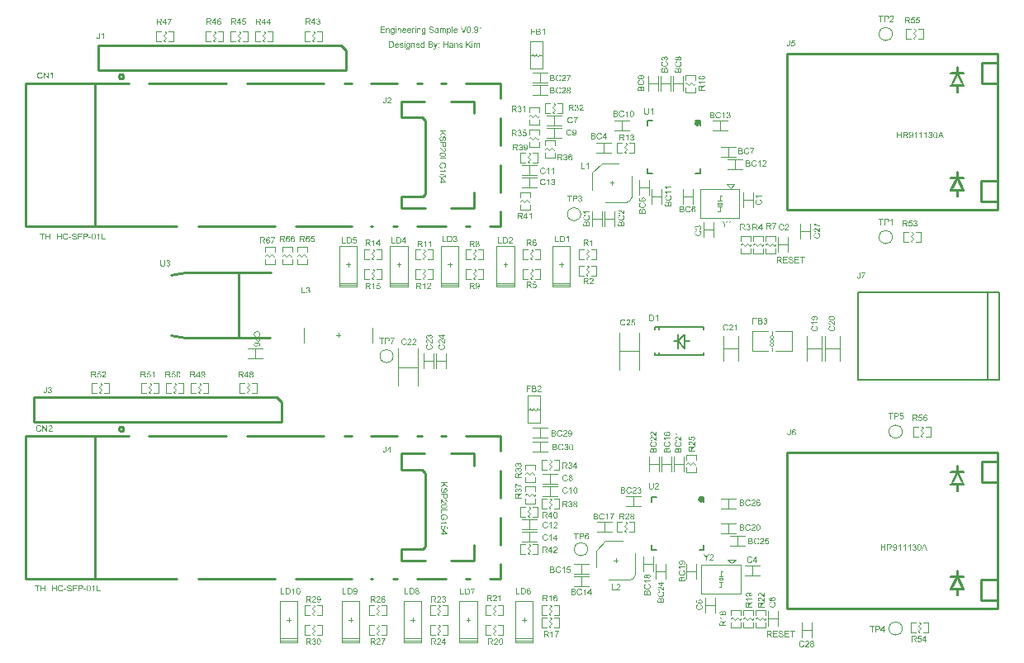
<source format=gto>
%FSLAX44Y44*%
%MOMM*%
G71*
G01*
G75*
%ADD10R,0.5000X0.6000*%
%ADD11R,0.6000X0.5000*%
%ADD12R,1.2954X1.1938*%
%ADD13R,2.0000X0.5004*%
%ADD14R,1.0160X0.8890*%
%ADD15R,1.3970X1.3970*%
G04:AMPARAMS|DCode=16|XSize=1.5mm|YSize=1.4mm|CornerRadius=0mm|HoleSize=0mm|Usage=FLASHONLY|Rotation=225.000|XOffset=0mm|YOffset=0mm|HoleType=Round|Shape=Rectangle|*
%AMROTATEDRECTD16*
4,1,4,0.0354,1.0253,1.0253,0.0354,-0.0354,-1.0253,-1.0253,-0.0354,0.0354,1.0253,0.0*
%
%ADD16ROTATEDRECTD16*%

%ADD17R,0.8000X0.2000*%
%ADD18R,0.2000X0.8000*%
%ADD19R,3.7000X3.7000*%
%ADD20R,1.4000X1.2000*%
%ADD21R,0.8128X0.8128*%
%ADD22C,1.0000*%
G04:AMPARAMS|DCode=23|XSize=2mm|YSize=2mm|CornerRadius=0mm|HoleSize=0mm|Usage=FLASHONLY|Rotation=180.000|XOffset=0mm|YOffset=0mm|HoleType=Round|Shape=RoundedRectangle|*
%AMROUNDEDRECTD23*
21,1,2.0000,2.0000,0,0,180.0*
21,1,2.0000,2.0000,0,0,180.0*
1,1,0.0000,-1.0000,1.0000*
1,1,0.0000,1.0000,1.0000*
1,1,0.0000,1.0000,-1.0000*
1,1,0.0000,-1.0000,-1.0000*
%
%ADD23ROUNDEDRECTD23*%
%ADD24R,2.4000X0.8000*%
%ADD25R,5.0000X5.3000*%
%ADD26R,1.3970X1.3970*%
%ADD27R,7.3000X2.6500*%
%ADD28C,0.8000*%
%ADD29C,0.1780*%
%ADD30C,0.4000*%
%ADD31C,0.2000*%
%ADD32C,0.3000*%
%ADD33C,0.6000*%
%ADD34C,0.1270*%
%ADD35C,0.2540*%
%ADD36C,0.1800*%
%ADD37C,1.0000*%
%ADD38R,0.8890X0.8890*%
%ADD39C,3.2500*%
%ADD40R,1.5240X1.5240*%
%ADD41C,1.5240*%
%ADD42C,2.1590*%
%ADD43C,1.7000*%
%ADD44C,1.6500*%
%ADD45R,1.0000X1.0000*%
%ADD46C,4.0000*%
%ADD47O,1.5000X4.0000*%
%ADD48O,4.0000X1.5000*%
%ADD49C,0.5000*%
%ADD50C,2.0000*%
%ADD51C,0.1200*%
%ADD52C,0.1250*%
%ADD53C,0.1501*%
G36*
X179093Y295118D02*
X179962D01*
Y294397D01*
X179093D01*
Y292862D01*
X178307D01*
Y294397D01*
X175525D01*
Y295118D01*
X178455Y299260D01*
X179093D01*
Y295118D01*
D02*
G37*
G36*
X172714Y299251D02*
X172797D01*
X172991Y299242D01*
X173195Y299214D01*
X173417Y299186D01*
X173620Y299140D01*
X173722Y299112D01*
X173805Y299084D01*
X173814D01*
X173823Y299075D01*
X173879Y299047D01*
X173962Y299010D01*
X174064Y298946D01*
X174175Y298862D01*
X174295Y298751D01*
X174406Y298622D01*
X174517Y298474D01*
Y298465D01*
X174526Y298456D01*
X174563Y298400D01*
X174600Y298308D01*
X174655Y298188D01*
X174702Y298049D01*
X174748Y297882D01*
X174776Y297707D01*
X174785Y297512D01*
Y297503D01*
Y297485D01*
Y297448D01*
X174776Y297402D01*
Y297337D01*
X174766Y297272D01*
X174729Y297115D01*
X174674Y296930D01*
X174600Y296736D01*
X174489Y296542D01*
X174415Y296449D01*
X174341Y296357D01*
X174332Y296348D01*
X174322Y296338D01*
X174295Y296311D01*
X174258Y296283D01*
X174212Y296246D01*
X174156Y296209D01*
X174082Y296163D01*
X174008Y296107D01*
X173916Y296061D01*
X173814Y296015D01*
X173703Y295959D01*
X173583Y295913D01*
X173444Y295876D01*
X173305Y295830D01*
X173148Y295802D01*
X172982Y295774D01*
X173000Y295765D01*
X173037Y295747D01*
X173093Y295710D01*
X173167Y295673D01*
X173333Y295571D01*
X173417Y295506D01*
X173490Y295451D01*
X173509Y295432D01*
X173555Y295386D01*
X173629Y295312D01*
X173722Y295220D01*
X173823Y295090D01*
X173944Y294951D01*
X174064Y294785D01*
X174193Y294600D01*
X175293Y292862D01*
X174239D01*
X173398Y294193D01*
Y294203D01*
X173379Y294221D01*
X173361Y294249D01*
X173333Y294286D01*
X173269Y294387D01*
X173185Y294517D01*
X173084Y294656D01*
X172982Y294804D01*
X172880Y294942D01*
X172788Y295072D01*
X172778Y295081D01*
X172751Y295118D01*
X172705Y295173D01*
X172640Y295238D01*
X172501Y295377D01*
X172427Y295441D01*
X172353Y295497D01*
X172344Y295506D01*
X172325Y295515D01*
X172288Y295534D01*
X172233Y295562D01*
X172178Y295590D01*
X172113Y295617D01*
X171965Y295663D01*
X171956D01*
X171937Y295673D01*
X171900D01*
X171854Y295682D01*
X171789Y295691D01*
X171715D01*
X171614Y295700D01*
X170523D01*
Y292862D01*
X169672D01*
Y299260D01*
X172640D01*
X172714Y299251D01*
D02*
G37*
G36*
X560399Y224856D02*
X560519Y224838D01*
X560658Y224810D01*
X560806Y224773D01*
X560963Y224727D01*
X561111Y224653D01*
X561120D01*
X561129Y224644D01*
X561175Y224616D01*
X561249Y224570D01*
X561342Y224505D01*
X561443Y224413D01*
X561554Y224311D01*
X561656Y224191D01*
X561758Y224052D01*
X561767Y224034D01*
X561804Y223987D01*
X561841Y223904D01*
X561906Y223784D01*
X561961Y223645D01*
X562035Y223488D01*
X562100Y223303D01*
X562155Y223100D01*
Y223090D01*
X562165Y223072D01*
X562174Y223044D01*
X562183Y222998D01*
X562192Y222943D01*
X562202Y222878D01*
X562220Y222795D01*
X562229Y222702D01*
X562248Y222600D01*
X562257Y222490D01*
X562266Y222360D01*
X562285Y222231D01*
X562294Y222083D01*
Y221935D01*
X562303Y221768D01*
Y221593D01*
Y221583D01*
Y221546D01*
Y221482D01*
Y221408D01*
X562294Y221306D01*
Y221195D01*
X562285Y221075D01*
X562276Y220946D01*
X562248Y220650D01*
X562202Y220345D01*
X562146Y220049D01*
X562109Y219910D01*
X562063Y219771D01*
Y219762D01*
X562054Y219744D01*
X562035Y219707D01*
X562017Y219660D01*
X561998Y219596D01*
X561961Y219531D01*
X561887Y219374D01*
X561795Y219207D01*
X561675Y219023D01*
X561536Y218856D01*
X561370Y218699D01*
X561360D01*
X561351Y218680D01*
X561323Y218662D01*
X561286Y218643D01*
X561240Y218616D01*
X561194Y218579D01*
X561055Y218514D01*
X560889Y218449D01*
X560695Y218384D01*
X560463Y218347D01*
X560214Y218329D01*
X560121D01*
X560057Y218338D01*
X559983Y218347D01*
X559890Y218366D01*
X559789Y218384D01*
X559678Y218412D01*
X559567Y218449D01*
X559446Y218486D01*
X559326Y218542D01*
X559206Y218606D01*
X559086Y218680D01*
X558966Y218773D01*
X558855Y218874D01*
X558753Y218986D01*
X558744Y218995D01*
X558725Y219023D01*
X558698Y219069D01*
X558651Y219143D01*
X558605Y219226D01*
X558559Y219337D01*
X558494Y219466D01*
X558439Y219614D01*
X558383Y219781D01*
X558328Y219975D01*
X558272Y220187D01*
X558226Y220428D01*
X558180Y220687D01*
X558152Y220964D01*
X558134Y221269D01*
X558124Y221593D01*
Y221602D01*
Y221639D01*
Y221704D01*
Y221778D01*
X558134Y221879D01*
Y221990D01*
X558143Y222111D01*
X558152Y222249D01*
X558180Y222536D01*
X558226Y222841D01*
X558282Y223146D01*
X558318Y223285D01*
X558355Y223423D01*
Y223433D01*
X558365Y223451D01*
X558383Y223488D01*
X558402Y223534D01*
X558420Y223599D01*
X558457Y223664D01*
X558531Y223821D01*
X558624Y223987D01*
X558744Y224163D01*
X558882Y224339D01*
X559049Y224487D01*
X559058D01*
X559067Y224505D01*
X559095Y224524D01*
X559132Y224542D01*
X559178Y224579D01*
X559234Y224607D01*
X559372Y224681D01*
X559539Y224746D01*
X559733Y224810D01*
X559964Y224847D01*
X560214Y224866D01*
X560297D01*
X560399Y224856D01*
D02*
G37*
G36*
X543600Y224829D02*
X543674D01*
X543840Y224810D01*
X544025Y224792D01*
X544219Y224755D01*
X544413Y224708D01*
X544589Y224644D01*
X544598D01*
X544607Y224635D01*
X544663Y224607D01*
X544746Y224561D01*
X544838Y224496D01*
X544949Y224413D01*
X545070Y224311D01*
X545181Y224181D01*
X545282Y224043D01*
X545291Y224024D01*
X545319Y223969D01*
X545365Y223895D01*
X545412Y223784D01*
X545458Y223654D01*
X545504Y223516D01*
X545532Y223359D01*
X545541Y223202D01*
Y223183D01*
Y223137D01*
X545532Y223054D01*
X545513Y222952D01*
X545486Y222832D01*
X545439Y222702D01*
X545384Y222573D01*
X545310Y222434D01*
X545301Y222416D01*
X545273Y222379D01*
X545218Y222305D01*
X545144Y222231D01*
X545051Y222138D01*
X544940Y222036D01*
X544801Y221944D01*
X544644Y221852D01*
X544654D01*
X544672Y221842D01*
X544700Y221833D01*
X544737Y221815D01*
X544848Y221778D01*
X544977Y221713D01*
X545116Y221630D01*
X545273Y221528D01*
X545412Y221408D01*
X545541Y221260D01*
X545550Y221241D01*
X545587Y221186D01*
X545643Y221103D01*
X545698Y220992D01*
X545754Y220844D01*
X545809Y220687D01*
X545846Y220502D01*
X545855Y220298D01*
Y220289D01*
Y220280D01*
Y220224D01*
X545846Y220132D01*
X545828Y220021D01*
X545809Y219892D01*
X545772Y219753D01*
X545726Y219605D01*
X545661Y219457D01*
X545652Y219438D01*
X545624Y219392D01*
X545587Y219328D01*
X545532Y219235D01*
X545458Y219143D01*
X545384Y219041D01*
X545291Y218939D01*
X545190Y218856D01*
X545181Y218847D01*
X545144Y218819D01*
X545079Y218782D01*
X544996Y218745D01*
X544894Y218690D01*
X544774Y218634D01*
X544644Y218588D01*
X544487Y218542D01*
X544469D01*
X544413Y218523D01*
X544321Y218514D01*
X544201Y218496D01*
X544053Y218477D01*
X543877Y218458D01*
X543683Y218449D01*
X543461Y218440D01*
X541020D01*
Y224838D01*
X543535D01*
X543600Y224829D01*
D02*
G37*
G36*
X518736Y283770D02*
X515259D01*
Y281791D01*
X518264D01*
Y281033D01*
X515259D01*
Y278130D01*
X514409D01*
Y284528D01*
X518736D01*
Y283770D01*
D02*
G37*
G36*
X522378Y284519D02*
X522452D01*
X522619Y284500D01*
X522804Y284482D01*
X522998Y284445D01*
X523192Y284398D01*
X523368Y284334D01*
X523377D01*
X523386Y284324D01*
X523442Y284297D01*
X523525Y284251D01*
X523617Y284186D01*
X523728Y284103D01*
X523848Y284001D01*
X523959Y283871D01*
X524061Y283733D01*
X524070Y283714D01*
X524098Y283659D01*
X524144Y283585D01*
X524191Y283474D01*
X524237Y283344D01*
X524283Y283206D01*
X524311Y283049D01*
X524320Y282892D01*
Y282873D01*
Y282827D01*
X524311Y282743D01*
X524292Y282642D01*
X524264Y282522D01*
X524218Y282392D01*
X524163Y282263D01*
X524089Y282124D01*
X524080Y282106D01*
X524052Y282069D01*
X523996Y281995D01*
X523922Y281921D01*
X523830Y281828D01*
X523719Y281726D01*
X523580Y281634D01*
X523423Y281542D01*
X523432D01*
X523451Y281532D01*
X523479Y281523D01*
X523516Y281505D01*
X523627Y281468D01*
X523756Y281403D01*
X523895Y281320D01*
X524052Y281218D01*
X524191Y281098D01*
X524320Y280950D01*
X524329Y280931D01*
X524366Y280876D01*
X524422Y280793D01*
X524477Y280682D01*
X524533Y280534D01*
X524588Y280377D01*
X524625Y280192D01*
X524634Y279988D01*
Y279979D01*
Y279970D01*
Y279914D01*
X524625Y279822D01*
X524607Y279711D01*
X524588Y279582D01*
X524551Y279443D01*
X524505Y279295D01*
X524440Y279147D01*
X524431Y279128D01*
X524403Y279082D01*
X524366Y279018D01*
X524311Y278925D01*
X524237Y278833D01*
X524163Y278731D01*
X524070Y278629D01*
X523969Y278546D01*
X523959Y278537D01*
X523922Y278509D01*
X523858Y278472D01*
X523774Y278435D01*
X523673Y278380D01*
X523553Y278324D01*
X523423Y278278D01*
X523266Y278232D01*
X523247D01*
X523192Y278213D01*
X523100Y278204D01*
X522979Y278185D01*
X522831Y278167D01*
X522656Y278148D01*
X522462Y278139D01*
X522240Y278130D01*
X519799D01*
Y284528D01*
X522314D01*
X522378Y284519D01*
D02*
G37*
G36*
X555351Y224856D02*
X555471Y224838D01*
X555619Y224810D01*
X555785Y224764D01*
X555952Y224708D01*
X556118Y224635D01*
X556127D01*
X556137Y224625D01*
X556192Y224598D01*
X556275Y224542D01*
X556368Y224477D01*
X556479Y224385D01*
X556590Y224283D01*
X556701Y224163D01*
X556793Y224024D01*
X556802Y224006D01*
X556830Y223960D01*
X556867Y223876D01*
X556913Y223775D01*
X556959Y223654D01*
X556996Y223516D01*
X557024Y223359D01*
X557033Y223202D01*
Y223183D01*
Y223127D01*
X557024Y223054D01*
X557006Y222952D01*
X556978Y222832D01*
X556932Y222702D01*
X556876Y222573D01*
X556802Y222443D01*
X556793Y222425D01*
X556765Y222388D01*
X556710Y222323D01*
X556636Y222249D01*
X556543Y222166D01*
X556432Y222073D01*
X556303Y221990D01*
X556146Y221907D01*
X556155D01*
X556174Y221898D01*
X556201Y221889D01*
X556238Y221879D01*
X556340Y221842D01*
X556469Y221787D01*
X556617Y221713D01*
X556765Y221621D01*
X556904Y221500D01*
X557033Y221362D01*
X557043Y221343D01*
X557080Y221288D01*
X557135Y221195D01*
X557191Y221075D01*
X557246Y220927D01*
X557301Y220751D01*
X557338Y220548D01*
X557348Y220326D01*
Y220317D01*
Y220289D01*
Y220243D01*
X557338Y220187D01*
X557329Y220114D01*
X557311Y220030D01*
X557292Y219938D01*
X557274Y219836D01*
X557200Y219614D01*
X557144Y219494D01*
X557089Y219383D01*
X557015Y219263D01*
X556932Y219143D01*
X556839Y219023D01*
X556728Y218911D01*
X556719Y218902D01*
X556701Y218884D01*
X556664Y218856D01*
X556617Y218819D01*
X556562Y218773D01*
X556488Y218727D01*
X556405Y218671D01*
X556303Y218625D01*
X556201Y218569D01*
X556081Y218514D01*
X555961Y218468D01*
X555822Y218421D01*
X555674Y218384D01*
X555517Y218357D01*
X555360Y218338D01*
X555184Y218329D01*
X555101D01*
X555046Y218338D01*
X554972Y218347D01*
X554888Y218357D01*
X554796Y218375D01*
X554694Y218394D01*
X554472Y218449D01*
X554241Y218542D01*
X554121Y218597D01*
X554010Y218662D01*
X553899Y218745D01*
X553788Y218828D01*
X553779Y218838D01*
X553760Y218856D01*
X553733Y218884D01*
X553705Y218921D01*
X553659Y218967D01*
X553613Y219032D01*
X553557Y219096D01*
X553502Y219180D01*
X553446Y219272D01*
X553391Y219365D01*
X553289Y219587D01*
X553206Y219845D01*
X553178Y219984D01*
X553159Y220132D01*
X553945Y220234D01*
Y220224D01*
X553955Y220206D01*
X553964Y220169D01*
X553973Y220123D01*
X553982Y220067D01*
X554001Y220002D01*
X554047Y219864D01*
X554112Y219697D01*
X554195Y219540D01*
X554287Y219392D01*
X554398Y219263D01*
X554417Y219254D01*
X554454Y219217D01*
X554528Y219170D01*
X554620Y219124D01*
X554731Y219069D01*
X554870Y219023D01*
X555027Y218986D01*
X555193Y218976D01*
X555249D01*
X555286Y218986D01*
X555388Y218995D01*
X555517Y219023D01*
X555665Y219069D01*
X555822Y219133D01*
X555979Y219226D01*
X556127Y219355D01*
X556146Y219374D01*
X556192Y219429D01*
X556247Y219513D01*
X556321Y219623D01*
X556395Y219762D01*
X556451Y219919D01*
X556497Y220104D01*
X556516Y220308D01*
Y220317D01*
Y220335D01*
Y220363D01*
X556506Y220400D01*
X556497Y220502D01*
X556469Y220622D01*
X556432Y220770D01*
X556368Y220918D01*
X556275Y221066D01*
X556155Y221204D01*
X556137Y221223D01*
X556090Y221260D01*
X556016Y221315D01*
X555915Y221380D01*
X555785Y221445D01*
X555628Y221500D01*
X555452Y221537D01*
X555258Y221556D01*
X555175D01*
X555110Y221546D01*
X555027Y221537D01*
X554935Y221519D01*
X554824Y221500D01*
X554703Y221473D01*
X554796Y222166D01*
X554842D01*
X554879Y222157D01*
X554999D01*
X555101Y222175D01*
X555221Y222194D01*
X555360Y222222D01*
X555517Y222268D01*
X555665Y222332D01*
X555822Y222416D01*
X555831D01*
X555841Y222425D01*
X555887Y222462D01*
X555952Y222527D01*
X556026Y222610D01*
X556100Y222730D01*
X556164Y222869D01*
X556211Y223026D01*
X556229Y223118D01*
Y223220D01*
Y223229D01*
Y223239D01*
Y223294D01*
X556211Y223368D01*
X556192Y223470D01*
X556155Y223581D01*
X556109Y223701D01*
X556035Y223821D01*
X555933Y223932D01*
X555924Y223941D01*
X555878Y223978D01*
X555813Y224024D01*
X555730Y224080D01*
X555619Y224126D01*
X555489Y224172D01*
X555341Y224209D01*
X555175Y224219D01*
X555101D01*
X555018Y224200D01*
X554907Y224181D01*
X554787Y224144D01*
X554666Y224098D01*
X554537Y224024D01*
X554417Y223932D01*
X554408Y223923D01*
X554371Y223876D01*
X554315Y223812D01*
X554250Y223719D01*
X554186Y223599D01*
X554121Y223451D01*
X554066Y223275D01*
X554029Y223072D01*
X553243Y223211D01*
Y223220D01*
X553252Y223248D01*
X553261Y223285D01*
X553270Y223340D01*
X553289Y223405D01*
X553317Y223479D01*
X553372Y223654D01*
X553465Y223858D01*
X553576Y224061D01*
X553714Y224256D01*
X553890Y224431D01*
X553899Y224440D01*
X553918Y224450D01*
X553945Y224468D01*
X553982Y224496D01*
X554029Y224533D01*
X554093Y224570D01*
X554158Y224607D01*
X554241Y224653D01*
X554426Y224727D01*
X554639Y224801D01*
X554888Y224847D01*
X555018Y224866D01*
X555249D01*
X555351Y224856D01*
D02*
G37*
G36*
X549942Y224940D02*
X550025Y224930D01*
X550127Y224921D01*
X550229Y224912D01*
X550349Y224884D01*
X550598Y224829D01*
X550876Y224746D01*
X551015Y224690D01*
X551144Y224625D01*
X551273Y224542D01*
X551403Y224459D01*
X551412Y224450D01*
X551431Y224440D01*
X551468Y224413D01*
X551514Y224366D01*
X551560Y224320D01*
X551625Y224256D01*
X551689Y224181D01*
X551763Y224108D01*
X551837Y224015D01*
X551911Y223904D01*
X551995Y223793D01*
X552068Y223673D01*
X552133Y223534D01*
X552207Y223396D01*
X552263Y223248D01*
X552318Y223081D01*
X551486Y222887D01*
Y222896D01*
X551477Y222915D01*
X551458Y222952D01*
X551440Y222998D01*
X551421Y223054D01*
X551394Y223127D01*
X551320Y223275D01*
X551227Y223442D01*
X551116Y223608D01*
X550978Y223766D01*
X550830Y223904D01*
X550811Y223923D01*
X550756Y223960D01*
X550663Y224006D01*
X550543Y224071D01*
X550386Y224126D01*
X550210Y224181D01*
X549997Y224219D01*
X549766Y224228D01*
X549692D01*
X549646Y224219D01*
X549581D01*
X549507Y224209D01*
X549332Y224181D01*
X549138Y224144D01*
X548934Y224080D01*
X548722Y223987D01*
X548527Y223867D01*
X548518D01*
X548509Y223849D01*
X548444Y223802D01*
X548361Y223729D01*
X548259Y223617D01*
X548139Y223479D01*
X548028Y223322D01*
X547926Y223127D01*
X547834Y222915D01*
Y222906D01*
X547825Y222887D01*
X547816Y222859D01*
X547806Y222813D01*
X547788Y222758D01*
X547769Y222693D01*
X547742Y222536D01*
X547705Y222351D01*
X547668Y222148D01*
X547649Y221926D01*
X547640Y221685D01*
Y221676D01*
Y221648D01*
Y221602D01*
Y221546D01*
X547649Y221482D01*
Y221399D01*
X547658Y221306D01*
X547668Y221204D01*
X547695Y220982D01*
X547742Y220742D01*
X547797Y220502D01*
X547871Y220261D01*
Y220252D01*
X547880Y220234D01*
X547899Y220206D01*
X547917Y220160D01*
X547973Y220049D01*
X548056Y219919D01*
X548158Y219771D01*
X548287Y219614D01*
X548435Y219475D01*
X548611Y219346D01*
X548620D01*
X548638Y219337D01*
X548666Y219318D01*
X548703Y219300D01*
X548749Y219281D01*
X548805Y219254D01*
X548934Y219198D01*
X549101Y219143D01*
X549286Y219096D01*
X549489Y219060D01*
X549702Y219050D01*
X549766D01*
X549822Y219060D01*
X549887D01*
X549951Y219069D01*
X550118Y219106D01*
X550312Y219152D01*
X550506Y219226D01*
X550709Y219328D01*
X550811Y219383D01*
X550904Y219457D01*
X550913Y219466D01*
X550922Y219475D01*
X550950Y219503D01*
X550987Y219531D01*
X551024Y219577D01*
X551070Y219633D01*
X551125Y219688D01*
X551172Y219762D01*
X551227Y219845D01*
X551292Y219938D01*
X551347Y220030D01*
X551403Y220141D01*
X551449Y220261D01*
X551495Y220391D01*
X551541Y220529D01*
X551578Y220677D01*
X552429Y220465D01*
Y220455D01*
X552420Y220419D01*
X552401Y220363D01*
X552374Y220289D01*
X552346Y220206D01*
X552309Y220104D01*
X552263Y219993D01*
X552207Y219873D01*
X552078Y219614D01*
X551911Y219355D01*
X551810Y219226D01*
X551708Y219096D01*
X551597Y218986D01*
X551468Y218874D01*
X551458Y218865D01*
X551440Y218847D01*
X551394Y218828D01*
X551347Y218791D01*
X551273Y218745D01*
X551199Y218699D01*
X551098Y218653D01*
X550996Y218606D01*
X550876Y218551D01*
X550746Y218505D01*
X550608Y218458D01*
X550460Y218412D01*
X550303Y218375D01*
X550136Y218357D01*
X549961Y218338D01*
X549776Y218329D01*
X549674D01*
X549600Y218338D01*
X549517D01*
X549415Y218347D01*
X549304Y218366D01*
X549175Y218384D01*
X548907Y218431D01*
X548629Y218505D01*
X548352Y218606D01*
X548222Y218671D01*
X548093Y218745D01*
X548084Y218754D01*
X548065Y218764D01*
X548028Y218791D01*
X547991Y218828D01*
X547936Y218865D01*
X547871Y218921D01*
X547797Y218986D01*
X547723Y219060D01*
X547649Y219143D01*
X547566Y219226D01*
X547399Y219438D01*
X547242Y219688D01*
X547104Y219965D01*
Y219975D01*
X547085Y220002D01*
X547076Y220049D01*
X547048Y220104D01*
X547030Y220178D01*
X547002Y220271D01*
X546965Y220372D01*
X546937Y220483D01*
X546909Y220604D01*
X546872Y220742D01*
X546826Y221029D01*
X546789Y221352D01*
X546771Y221685D01*
Y221695D01*
Y221731D01*
Y221787D01*
X546780Y221852D01*
Y221944D01*
X546789Y222036D01*
X546799Y222157D01*
X546817Y222277D01*
X546863Y222545D01*
X546928Y222841D01*
X547020Y223137D01*
X547150Y223423D01*
X547159Y223433D01*
X547168Y223460D01*
X547187Y223497D01*
X547224Y223544D01*
X547261Y223608D01*
X547307Y223682D01*
X547427Y223849D01*
X547584Y224034D01*
X547769Y224219D01*
X547982Y224403D01*
X548232Y224561D01*
X548241Y224570D01*
X548269Y224579D01*
X548306Y224598D01*
X548352Y224625D01*
X548426Y224653D01*
X548500Y224681D01*
X548592Y224718D01*
X548694Y224755D01*
X548805Y224792D01*
X548925Y224829D01*
X549184Y224884D01*
X549480Y224930D01*
X549785Y224949D01*
X549877D01*
X549942Y224940D01*
D02*
G37*
G36*
X548672Y238910D02*
X548755Y238900D01*
X548857Y238891D01*
X548959Y238882D01*
X549079Y238854D01*
X549328Y238799D01*
X549606Y238715D01*
X549744Y238660D01*
X549874Y238595D01*
X550003Y238512D01*
X550133Y238429D01*
X550142Y238420D01*
X550160Y238410D01*
X550197Y238383D01*
X550244Y238336D01*
X550290Y238290D01*
X550355Y238225D01*
X550419Y238151D01*
X550493Y238078D01*
X550567Y237985D01*
X550641Y237874D01*
X550724Y237763D01*
X550798Y237643D01*
X550863Y237504D01*
X550937Y237366D01*
X550993Y237218D01*
X551048Y237051D01*
X550216Y236857D01*
Y236866D01*
X550207Y236885D01*
X550188Y236922D01*
X550170Y236968D01*
X550151Y237024D01*
X550124Y237097D01*
X550050Y237245D01*
X549957Y237412D01*
X549846Y237578D01*
X549707Y237736D01*
X549560Y237874D01*
X549541Y237893D01*
X549486Y237930D01*
X549393Y237976D01*
X549273Y238041D01*
X549116Y238096D01*
X548940Y238151D01*
X548727Y238188D01*
X548496Y238198D01*
X548422D01*
X548376Y238188D01*
X548311D01*
X548237Y238179D01*
X548062Y238151D01*
X547868Y238114D01*
X547664Y238050D01*
X547452Y237957D01*
X547257Y237837D01*
X547248D01*
X547239Y237819D01*
X547174Y237772D01*
X547091Y237698D01*
X546989Y237588D01*
X546869Y237449D01*
X546758Y237292D01*
X546656Y237097D01*
X546564Y236885D01*
Y236876D01*
X546555Y236857D01*
X546545Y236829D01*
X546536Y236783D01*
X546518Y236728D01*
X546499Y236663D01*
X546472Y236506D01*
X546435Y236321D01*
X546398Y236117D01*
X546379Y235896D01*
X546370Y235655D01*
Y235646D01*
Y235618D01*
Y235572D01*
Y235516D01*
X546379Y235452D01*
Y235369D01*
X546388Y235276D01*
X546398Y235174D01*
X546425Y234953D01*
X546472Y234712D01*
X546527Y234472D01*
X546601Y234231D01*
Y234222D01*
X546610Y234204D01*
X546629Y234176D01*
X546647Y234130D01*
X546703Y234019D01*
X546786Y233889D01*
X546888Y233741D01*
X547017Y233584D01*
X547165Y233445D01*
X547341Y233316D01*
X547350D01*
X547368Y233307D01*
X547396Y233288D01*
X547433Y233270D01*
X547479Y233251D01*
X547535Y233224D01*
X547664Y233168D01*
X547831Y233113D01*
X548016Y233066D01*
X548219Y233029D01*
X548432Y233020D01*
X548496D01*
X548552Y233029D01*
X548616D01*
X548681Y233039D01*
X548848Y233076D01*
X549042Y233122D01*
X549236Y233196D01*
X549439Y233298D01*
X549541Y233353D01*
X549633Y233427D01*
X549643Y233436D01*
X549652Y233445D01*
X549680Y233473D01*
X549717Y233501D01*
X549754Y233547D01*
X549800Y233603D01*
X549855Y233658D01*
X549902Y233732D01*
X549957Y233815D01*
X550022Y233908D01*
X550077Y234000D01*
X550133Y234111D01*
X550179Y234231D01*
X550225Y234361D01*
X550271Y234499D01*
X550308Y234647D01*
X551159Y234435D01*
Y234426D01*
X551150Y234389D01*
X551131Y234333D01*
X551104Y234259D01*
X551076Y234176D01*
X551039Y234074D01*
X550993Y233963D01*
X550937Y233843D01*
X550808Y233584D01*
X550641Y233325D01*
X550540Y233196D01*
X550438Y233066D01*
X550327Y232955D01*
X550197Y232845D01*
X550188Y232835D01*
X550170Y232817D01*
X550124Y232798D01*
X550077Y232761D01*
X550003Y232715D01*
X549929Y232669D01*
X549828Y232623D01*
X549726Y232576D01*
X549606Y232521D01*
X549476Y232475D01*
X549338Y232428D01*
X549190Y232382D01*
X549033Y232345D01*
X548866Y232327D01*
X548690Y232308D01*
X548506Y232299D01*
X548404D01*
X548330Y232308D01*
X548247D01*
X548145Y232318D01*
X548034Y232336D01*
X547905Y232355D01*
X547636Y232401D01*
X547359Y232475D01*
X547082Y232576D01*
X546952Y232641D01*
X546823Y232715D01*
X546814Y232724D01*
X546795Y232734D01*
X546758Y232761D01*
X546721Y232798D01*
X546666Y232835D01*
X546601Y232891D01*
X546527Y232955D01*
X546453Y233029D01*
X546379Y233113D01*
X546296Y233196D01*
X546129Y233409D01*
X545972Y233658D01*
X545834Y233936D01*
Y233945D01*
X545815Y233972D01*
X545806Y234019D01*
X545778Y234074D01*
X545760Y234148D01*
X545732Y234241D01*
X545695Y234342D01*
X545667Y234453D01*
X545639Y234573D01*
X545602Y234712D01*
X545556Y234999D01*
X545519Y235322D01*
X545501Y235655D01*
Y235665D01*
Y235701D01*
Y235757D01*
X545510Y235822D01*
Y235914D01*
X545519Y236007D01*
X545528Y236127D01*
X545547Y236247D01*
X545593Y236515D01*
X545658Y236811D01*
X545750Y237107D01*
X545880Y237393D01*
X545889Y237403D01*
X545898Y237430D01*
X545917Y237467D01*
X545954Y237514D01*
X545991Y237578D01*
X546037Y237652D01*
X546157Y237819D01*
X546314Y238004D01*
X546499Y238188D01*
X546712Y238373D01*
X546962Y238531D01*
X546971Y238540D01*
X546999Y238549D01*
X547035Y238568D01*
X547082Y238595D01*
X547156Y238623D01*
X547230Y238651D01*
X547322Y238688D01*
X547424Y238725D01*
X547535Y238762D01*
X547655Y238799D01*
X547914Y238854D01*
X548210Y238900D01*
X548515Y238919D01*
X548607D01*
X548672Y238910D01*
D02*
G37*
G36*
X564494Y166436D02*
X564568Y166427D01*
X564651Y166418D01*
X564743Y166409D01*
X564836Y166381D01*
X565058Y166325D01*
X565280Y166242D01*
X565391Y166187D01*
X565501Y166122D01*
X565603Y166039D01*
X565705Y165956D01*
X565714Y165946D01*
X565723Y165937D01*
X565751Y165909D01*
X565788Y165872D01*
X565825Y165817D01*
X565871Y165762D01*
X565964Y165623D01*
X566056Y165447D01*
X566139Y165244D01*
X566204Y165013D01*
X566213Y164892D01*
X566223Y164763D01*
Y164754D01*
Y164744D01*
Y164689D01*
X566213Y164606D01*
X566195Y164504D01*
X566167Y164375D01*
X566121Y164245D01*
X566065Y164116D01*
X565982Y163986D01*
X565973Y163968D01*
X565936Y163931D01*
X565881Y163875D01*
X565807Y163801D01*
X565705Y163718D01*
X565585Y163635D01*
X565446Y163552D01*
X565280Y163478D01*
X565289D01*
X565307Y163469D01*
X565335Y163459D01*
X565372Y163441D01*
X565483Y163395D01*
X565612Y163330D01*
X565751Y163237D01*
X565899Y163136D01*
X566038Y163006D01*
X566167Y162858D01*
Y162849D01*
X566176Y162840D01*
X566213Y162784D01*
X566269Y162692D01*
X566324Y162572D01*
X566380Y162424D01*
X566435Y162248D01*
X566472Y162054D01*
X566482Y161841D01*
Y161832D01*
Y161804D01*
Y161758D01*
X566472Y161703D01*
X566463Y161638D01*
X566454Y161555D01*
X566435Y161462D01*
X566408Y161361D01*
X566343Y161148D01*
X566297Y161028D01*
X566232Y160917D01*
X566167Y160797D01*
X566093Y160686D01*
X566001Y160575D01*
X565899Y160464D01*
X565890Y160455D01*
X565871Y160436D01*
X565844Y160408D01*
X565797Y160381D01*
X565733Y160334D01*
X565668Y160288D01*
X565585Y160242D01*
X565492Y160186D01*
X565391Y160131D01*
X565270Y160085D01*
X565141Y160039D01*
X565011Y159992D01*
X564864Y159965D01*
X564706Y159937D01*
X564549Y159918D01*
X564374Y159909D01*
X564281D01*
X564216Y159918D01*
X564133Y159928D01*
X564041Y159937D01*
X563939Y159955D01*
X563828Y159983D01*
X563578Y160048D01*
X563449Y160094D01*
X563329Y160140D01*
X563199Y160205D01*
X563070Y160279D01*
X562950Y160362D01*
X562839Y160464D01*
X562830Y160473D01*
X562811Y160492D01*
X562783Y160519D01*
X562746Y160565D01*
X562709Y160621D01*
X562654Y160686D01*
X562608Y160760D01*
X562552Y160852D01*
X562497Y160945D01*
X562450Y161056D01*
X562358Y161287D01*
X562321Y161425D01*
X562293Y161564D01*
X562275Y161712D01*
X562266Y161860D01*
Y161869D01*
Y161888D01*
Y161925D01*
X562275Y161962D01*
Y162017D01*
X562284Y162082D01*
X562303Y162230D01*
X562339Y162396D01*
X562395Y162563D01*
X562478Y162738D01*
X562580Y162905D01*
Y162914D01*
X562598Y162923D01*
X562635Y162969D01*
X562709Y163043D01*
X562811Y163136D01*
X562940Y163228D01*
X563098Y163330D01*
X563273Y163413D01*
X563486Y163478D01*
X563477D01*
X563467Y163487D01*
X563440Y163496D01*
X563403Y163515D01*
X563320Y163552D01*
X563209Y163607D01*
X563088Y163681D01*
X562968Y163774D01*
X562857Y163875D01*
X562756Y163986D01*
X562746Y164005D01*
X562719Y164042D01*
X562682Y164116D01*
X562645Y164208D01*
X562598Y164328D01*
X562561Y164467D01*
X562534Y164624D01*
X562524Y164791D01*
Y164800D01*
Y164818D01*
Y164855D01*
X562534Y164911D01*
X562543Y164966D01*
X562552Y165040D01*
X562589Y165198D01*
X562645Y165382D01*
X562737Y165577D01*
X562793Y165678D01*
X562857Y165780D01*
X562940Y165872D01*
X563024Y165965D01*
X563033Y165974D01*
X563051Y165983D01*
X563079Y166011D01*
X563116Y166039D01*
X563162Y166076D01*
X563227Y166113D01*
X563301Y166159D01*
X563375Y166205D01*
X563467Y166252D01*
X563569Y166298D01*
X563680Y166335D01*
X563800Y166372D01*
X564059Y166427D01*
X564207Y166436D01*
X564355Y166446D01*
X564438D01*
X564494Y166436D01*
D02*
G37*
G36*
X542329Y238799D02*
X542403D01*
X542570Y238780D01*
X542755Y238762D01*
X542949Y238725D01*
X543143Y238678D01*
X543319Y238614D01*
X543328D01*
X543337Y238605D01*
X543393Y238577D01*
X543476Y238531D01*
X543568Y238466D01*
X543679Y238383D01*
X543800Y238281D01*
X543910Y238151D01*
X544012Y238013D01*
X544021Y237994D01*
X544049Y237939D01*
X544095Y237865D01*
X544142Y237754D01*
X544188Y237624D01*
X544234Y237486D01*
X544262Y237329D01*
X544271Y237171D01*
Y237153D01*
Y237107D01*
X544262Y237024D01*
X544243Y236922D01*
X544216Y236802D01*
X544169Y236672D01*
X544114Y236543D01*
X544040Y236404D01*
X544031Y236386D01*
X544003Y236349D01*
X543947Y236275D01*
X543873Y236201D01*
X543781Y236108D01*
X543670Y236007D01*
X543531Y235914D01*
X543374Y235822D01*
X543383D01*
X543402Y235812D01*
X543430Y235803D01*
X543467Y235785D01*
X543578Y235748D01*
X543707Y235683D01*
X543846Y235600D01*
X544003Y235498D01*
X544142Y235378D01*
X544271Y235230D01*
X544280Y235211D01*
X544317Y235156D01*
X544373Y235073D01*
X544428Y234962D01*
X544484Y234814D01*
X544539Y234657D01*
X544576Y234472D01*
X544585Y234268D01*
Y234259D01*
Y234250D01*
Y234194D01*
X544576Y234102D01*
X544558Y233991D01*
X544539Y233862D01*
X544502Y233723D01*
X544456Y233575D01*
X544391Y233427D01*
X544382Y233409D01*
X544354Y233362D01*
X544317Y233298D01*
X544262Y233205D01*
X544188Y233113D01*
X544114Y233011D01*
X544021Y232909D01*
X543920Y232826D01*
X543910Y232817D01*
X543873Y232789D01*
X543809Y232752D01*
X543726Y232715D01*
X543624Y232660D01*
X543504Y232604D01*
X543374Y232558D01*
X543217Y232512D01*
X543199D01*
X543143Y232493D01*
X543051Y232484D01*
X542930Y232465D01*
X542783Y232447D01*
X542607Y232428D01*
X542413Y232419D01*
X542191Y232410D01*
X539750D01*
Y238808D01*
X542265D01*
X542329Y238799D01*
D02*
G37*
G36*
X881025Y34006D02*
X881895D01*
Y33285D01*
X881025D01*
Y31750D01*
X880239D01*
Y33285D01*
X877457D01*
Y34006D01*
X880387Y38148D01*
X881025D01*
Y34006D01*
D02*
G37*
G36*
X232516Y299278D02*
X232590Y299269D01*
X232673Y299260D01*
X232765Y299251D01*
X232858Y299223D01*
X233080Y299167D01*
X233302Y299084D01*
X233412Y299029D01*
X233523Y298964D01*
X233625Y298881D01*
X233727Y298798D01*
X233736Y298788D01*
X233745Y298779D01*
X233773Y298751D01*
X233810Y298715D01*
X233847Y298659D01*
X233893Y298603D01*
X233986Y298465D01*
X234078Y298289D01*
X234161Y298086D01*
X234226Y297855D01*
X234235Y297734D01*
X234245Y297605D01*
Y297596D01*
Y297586D01*
Y297531D01*
X234235Y297448D01*
X234217Y297346D01*
X234189Y297217D01*
X234143Y297087D01*
X234087Y296958D01*
X234004Y296828D01*
X233995Y296810D01*
X233958Y296773D01*
X233902Y296717D01*
X233829Y296644D01*
X233727Y296560D01*
X233607Y296477D01*
X233468Y296394D01*
X233302Y296320D01*
X233311D01*
X233329Y296311D01*
X233357Y296301D01*
X233394Y296283D01*
X233505Y296237D01*
X233634Y296172D01*
X233773Y296080D01*
X233921Y295978D01*
X234060Y295848D01*
X234189Y295700D01*
Y295691D01*
X234198Y295682D01*
X234235Y295626D01*
X234291Y295534D01*
X234346Y295414D01*
X234402Y295266D01*
X234457Y295090D01*
X234494Y294896D01*
X234503Y294683D01*
Y294674D01*
Y294646D01*
Y294600D01*
X234494Y294545D01*
X234485Y294480D01*
X234476Y294397D01*
X234457Y294304D01*
X234429Y294203D01*
X234365Y293990D01*
X234319Y293870D01*
X234254Y293759D01*
X234189Y293639D01*
X234115Y293528D01*
X234023Y293417D01*
X233921Y293306D01*
X233912Y293297D01*
X233893Y293278D01*
X233866Y293250D01*
X233819Y293223D01*
X233755Y293176D01*
X233690Y293130D01*
X233607Y293084D01*
X233514Y293028D01*
X233412Y292973D01*
X233292Y292927D01*
X233163Y292880D01*
X233033Y292834D01*
X232885Y292806D01*
X232728Y292779D01*
X232571Y292760D01*
X232395Y292751D01*
X232303D01*
X232238Y292760D01*
X232155Y292770D01*
X232063Y292779D01*
X231961Y292797D01*
X231850Y292825D01*
X231600Y292890D01*
X231471Y292936D01*
X231351Y292982D01*
X231221Y293047D01*
X231092Y293121D01*
X230972Y293204D01*
X230861Y293306D01*
X230851Y293315D01*
X230833Y293333D01*
X230805Y293361D01*
X230768Y293407D01*
X230731Y293463D01*
X230676Y293528D01*
X230630Y293602D01*
X230574Y293694D01*
X230519Y293787D01*
X230472Y293897D01*
X230380Y294129D01*
X230343Y294267D01*
X230315Y294406D01*
X230297Y294554D01*
X230287Y294702D01*
Y294711D01*
Y294730D01*
Y294767D01*
X230297Y294804D01*
Y294859D01*
X230306Y294924D01*
X230324Y295072D01*
X230361Y295238D01*
X230417Y295404D01*
X230500Y295580D01*
X230602Y295747D01*
Y295756D01*
X230620Y295765D01*
X230657Y295811D01*
X230731Y295885D01*
X230833Y295978D01*
X230962Y296070D01*
X231120Y296172D01*
X231295Y296255D01*
X231508Y296320D01*
X231499D01*
X231489Y296329D01*
X231462Y296338D01*
X231425Y296357D01*
X231341Y296394D01*
X231231Y296449D01*
X231110Y296523D01*
X230990Y296616D01*
X230879Y296717D01*
X230777Y296828D01*
X230768Y296847D01*
X230741Y296884D01*
X230704Y296958D01*
X230667Y297050D01*
X230620Y297170D01*
X230583Y297309D01*
X230556Y297466D01*
X230546Y297633D01*
Y297642D01*
Y297661D01*
Y297697D01*
X230556Y297753D01*
X230565Y297808D01*
X230574Y297882D01*
X230611Y298039D01*
X230667Y298224D01*
X230759Y298419D01*
X230814Y298520D01*
X230879Y298622D01*
X230962Y298715D01*
X231046Y298807D01*
X231055Y298816D01*
X231073Y298825D01*
X231101Y298853D01*
X231138Y298881D01*
X231184Y298918D01*
X231249Y298955D01*
X231323Y299001D01*
X231397Y299047D01*
X231489Y299093D01*
X231591Y299140D01*
X231702Y299177D01*
X231822Y299214D01*
X232081Y299269D01*
X232229Y299278D01*
X232377Y299288D01*
X232460D01*
X232516Y299278D01*
D02*
G37*
G36*
X554222Y166409D02*
X554305D01*
X554499Y166399D01*
X554703Y166372D01*
X554925Y166344D01*
X555128Y166298D01*
X555230Y166270D01*
X555313Y166242D01*
X555322D01*
X555331Y166233D01*
X555387Y166205D01*
X555470Y166168D01*
X555572Y166104D01*
X555683Y166020D01*
X555803Y165909D01*
X555914Y165780D01*
X556025Y165632D01*
Y165623D01*
X556034Y165614D01*
X556071Y165558D01*
X556108Y165466D01*
X556163Y165345D01*
X556210Y165207D01*
X556256Y165040D01*
X556284Y164865D01*
X556293Y164671D01*
Y164661D01*
Y164643D01*
Y164606D01*
X556284Y164560D01*
Y164495D01*
X556274Y164430D01*
X556237Y164273D01*
X556182Y164088D01*
X556108Y163894D01*
X555997Y163700D01*
X555923Y163607D01*
X555849Y163515D01*
X555840Y163506D01*
X555830Y163496D01*
X555803Y163469D01*
X555766Y163441D01*
X555720Y163404D01*
X555664Y163367D01*
X555590Y163321D01*
X555516Y163265D01*
X555424Y163219D01*
X555322Y163173D01*
X555211Y163117D01*
X555091Y163071D01*
X554952Y163034D01*
X554813Y162988D01*
X554656Y162960D01*
X554490Y162932D01*
X554508Y162923D01*
X554545Y162905D01*
X554601Y162868D01*
X554675Y162831D01*
X554841Y162729D01*
X554925Y162664D01*
X554998Y162609D01*
X555017Y162590D01*
X555063Y162544D01*
X555137Y162470D01*
X555230Y162378D01*
X555331Y162248D01*
X555452Y162110D01*
X555572Y161943D01*
X555701Y161758D01*
X556801Y160020D01*
X555747D01*
X554906Y161351D01*
Y161361D01*
X554888Y161379D01*
X554869Y161407D01*
X554841Y161444D01*
X554776Y161546D01*
X554693Y161675D01*
X554592Y161814D01*
X554490Y161962D01*
X554388Y162100D01*
X554296Y162230D01*
X554286Y162239D01*
X554259Y162276D01*
X554213Y162331D01*
X554148Y162396D01*
X554009Y162535D01*
X553935Y162600D01*
X553861Y162655D01*
X553852Y162664D01*
X553834Y162673D01*
X553797Y162692D01*
X553741Y162720D01*
X553686Y162747D01*
X553621Y162775D01*
X553473Y162821D01*
X553464D01*
X553445Y162831D01*
X553408D01*
X553362Y162840D01*
X553297Y162849D01*
X553223D01*
X553122Y162858D01*
X552031D01*
Y160020D01*
X551180D01*
Y166418D01*
X554148D01*
X554222Y166409D01*
D02*
G37*
G36*
X182884Y299278D02*
X182930D01*
X182995Y299269D01*
X183152Y299242D01*
X183328Y299205D01*
X183522Y299140D01*
X183716Y299057D01*
X183910Y298946D01*
X183920D01*
X183929Y298927D01*
X183957Y298909D01*
X183993Y298881D01*
X184086Y298807D01*
X184206Y298705D01*
X184326Y298566D01*
X184465Y298400D01*
X184585Y298206D01*
X184696Y297984D01*
Y297975D01*
X184705Y297956D01*
X184724Y297919D01*
X184742Y297873D01*
X184761Y297808D01*
X184789Y297725D01*
X184807Y297633D01*
X184835Y297531D01*
X184862Y297411D01*
X184890Y297272D01*
X184909Y297124D01*
X184927Y296967D01*
X184946Y296791D01*
X184964Y296607D01*
X184974Y296403D01*
Y296190D01*
Y296181D01*
Y296135D01*
Y296070D01*
Y295987D01*
X184964Y295885D01*
Y295765D01*
X184955Y295626D01*
X184937Y295488D01*
X184909Y295173D01*
X184862Y294841D01*
X184798Y294526D01*
X184752Y294369D01*
X184705Y294230D01*
Y294221D01*
X184696Y294203D01*
X184678Y294166D01*
X184659Y294110D01*
X184631Y294055D01*
X184594Y293981D01*
X184502Y293824D01*
X184391Y293648D01*
X184262Y293463D01*
X184095Y293287D01*
X183910Y293130D01*
X183901D01*
X183883Y293112D01*
X183855Y293093D01*
X183818Y293075D01*
X183762Y293047D01*
X183707Y293010D01*
X183633Y292973D01*
X183559Y292945D01*
X183383Y292871D01*
X183171Y292806D01*
X182939Y292770D01*
X182681Y292751D01*
X182607D01*
X182560Y292760D01*
X182496D01*
X182422Y292770D01*
X182246Y292806D01*
X182052Y292853D01*
X181849Y292927D01*
X181645Y293028D01*
X181543Y293093D01*
X181451Y293167D01*
X181442Y293176D01*
X181432Y293186D01*
X181405Y293213D01*
X181377Y293241D01*
X181340Y293287D01*
X181294Y293343D01*
X181201Y293472D01*
X181109Y293639D01*
X181016Y293842D01*
X180942Y294073D01*
X180887Y294341D01*
X181645Y294406D01*
Y294397D01*
X181654Y294378D01*
Y294360D01*
X181663Y294323D01*
X181691Y294221D01*
X181728Y294110D01*
X181775Y293981D01*
X181839Y293851D01*
X181913Y293731D01*
X182006Y293629D01*
X182015Y293620D01*
X182052Y293592D01*
X182117Y293555D01*
X182190Y293518D01*
X182292Y293472D01*
X182412Y293435D01*
X182551Y293407D01*
X182699Y293398D01*
X182764D01*
X182829Y293407D01*
X182912Y293417D01*
X183013Y293435D01*
X183115Y293463D01*
X183226Y293500D01*
X183328Y293555D01*
X183337Y293565D01*
X183374Y293583D01*
X183430Y293620D01*
X183485Y293676D01*
X183559Y293740D01*
X183633Y293814D01*
X183707Y293897D01*
X183781Y293999D01*
X183790Y294009D01*
X183808Y294055D01*
X183846Y294119D01*
X183883Y294203D01*
X183929Y294314D01*
X183975Y294443D01*
X184021Y294591D01*
X184067Y294757D01*
Y294767D01*
X184077Y294776D01*
Y294804D01*
X184086Y294841D01*
X184104Y294933D01*
X184132Y295053D01*
X184151Y295201D01*
X184169Y295358D01*
X184178Y295534D01*
X184188Y295719D01*
Y295728D01*
Y295756D01*
Y295802D01*
Y295876D01*
X184178Y295858D01*
X184141Y295811D01*
X184086Y295747D01*
X184021Y295654D01*
X183929Y295562D01*
X183818Y295460D01*
X183688Y295358D01*
X183540Y295266D01*
X183522Y295257D01*
X183466Y295229D01*
X183383Y295192D01*
X183281Y295155D01*
X183143Y295109D01*
X182995Y295072D01*
X182829Y295044D01*
X182653Y295035D01*
X182579D01*
X182523Y295044D01*
X182449Y295053D01*
X182376Y295063D01*
X182283Y295081D01*
X182190Y295109D01*
X181978Y295173D01*
X181867Y295220D01*
X181756Y295275D01*
X181636Y295340D01*
X181525Y295423D01*
X181414Y295506D01*
X181312Y295608D01*
X181303Y295617D01*
X181285Y295636D01*
X181266Y295663D01*
X181229Y295710D01*
X181183Y295774D01*
X181136Y295839D01*
X181090Y295922D01*
X181044Y296015D01*
X180989Y296117D01*
X180942Y296227D01*
X180896Y296357D01*
X180850Y296486D01*
X180813Y296634D01*
X180795Y296791D01*
X180776Y296949D01*
X180767Y297124D01*
Y297134D01*
Y297170D01*
Y297217D01*
X180776Y297281D01*
X180785Y297365D01*
X180795Y297466D01*
X180813Y297568D01*
X180841Y297688D01*
X180905Y297929D01*
X180952Y298058D01*
X181007Y298197D01*
X181072Y298326D01*
X181155Y298446D01*
X181238Y298576D01*
X181340Y298687D01*
X181349Y298696D01*
X181368Y298715D01*
X181395Y298742D01*
X181442Y298779D01*
X181497Y298825D01*
X181571Y298881D01*
X181645Y298927D01*
X181737Y298992D01*
X181830Y299047D01*
X181941Y299093D01*
X182190Y299195D01*
X182320Y299232D01*
X182468Y299260D01*
X182616Y299278D01*
X182773Y299288D01*
X182838D01*
X182884Y299278D01*
D02*
G37*
G36*
X554155Y238826D02*
X554229Y238817D01*
X554321Y238808D01*
X554423Y238790D01*
X554524Y238771D01*
X554765Y238706D01*
X555005Y238614D01*
X555125Y238558D01*
X555246Y238494D01*
X555357Y238410D01*
X555458Y238318D01*
X555467Y238309D01*
X555486Y238299D01*
X555504Y238263D01*
X555541Y238225D01*
X555588Y238179D01*
X555634Y238114D01*
X555680Y238050D01*
X555736Y237967D01*
X555828Y237791D01*
X555921Y237569D01*
X555957Y237458D01*
X555976Y237329D01*
X555994Y237199D01*
X556004Y237061D01*
Y237042D01*
Y236996D01*
X555994Y236922D01*
X555985Y236820D01*
X555967Y236709D01*
X555930Y236580D01*
X555893Y236441D01*
X555837Y236302D01*
X555828Y236284D01*
X555810Y236238D01*
X555773Y236164D01*
X555717Y236062D01*
X555643Y235951D01*
X555551Y235812D01*
X555440Y235674D01*
X555310Y235516D01*
X555292Y235498D01*
X555246Y235443D01*
X555199Y235396D01*
X555153Y235350D01*
X555098Y235295D01*
X555024Y235221D01*
X554950Y235147D01*
X554857Y235063D01*
X554765Y234971D01*
X554654Y234869D01*
X554534Y234768D01*
X554404Y234647D01*
X554256Y234527D01*
X554108Y234398D01*
X554099Y234389D01*
X554081Y234370D01*
X554044Y234342D01*
X553997Y234305D01*
X553942Y234250D01*
X553877Y234194D01*
X553729Y234074D01*
X553572Y233936D01*
X553424Y233797D01*
X553295Y233677D01*
X553239Y233630D01*
X553193Y233584D01*
X553184Y233575D01*
X553156Y233547D01*
X553119Y233510D01*
X553073Y233455D01*
X553027Y233390D01*
X552971Y233325D01*
X552860Y233168D01*
X556013D01*
Y232410D01*
X551769D01*
Y232419D01*
Y232456D01*
Y232512D01*
X551778Y232586D01*
X551788Y232669D01*
X551806Y232761D01*
X551825Y232854D01*
X551862Y232955D01*
Y232965D01*
X551871Y232974D01*
X551889Y233029D01*
X551926Y233113D01*
X551982Y233224D01*
X552056Y233353D01*
X552148Y233501D01*
X552250Y233649D01*
X552379Y233806D01*
Y233815D01*
X552398Y233825D01*
X552444Y233880D01*
X552527Y233963D01*
X552648Y234083D01*
X552786Y234222D01*
X552962Y234389D01*
X553175Y234573D01*
X553406Y234768D01*
X553415Y234777D01*
X553452Y234805D01*
X553507Y234851D01*
X553572Y234906D01*
X553655Y234980D01*
X553757Y235063D01*
X553859Y235156D01*
X553979Y235258D01*
X554210Y235480D01*
X554441Y235701D01*
X554552Y235812D01*
X554654Y235923D01*
X554746Y236025D01*
X554820Y236127D01*
Y236136D01*
X554839Y236145D01*
X554857Y236173D01*
X554876Y236210D01*
X554940Y236312D01*
X555014Y236432D01*
X555079Y236580D01*
X555144Y236737D01*
X555181Y236913D01*
X555199Y237079D01*
Y237088D01*
Y237097D01*
X555190Y237153D01*
X555181Y237245D01*
X555153Y237347D01*
X555116Y237477D01*
X555051Y237606D01*
X554968Y237736D01*
X554857Y237865D01*
X554839Y237883D01*
X554793Y237920D01*
X554728Y237967D01*
X554626Y238031D01*
X554497Y238087D01*
X554349Y238142D01*
X554173Y238179D01*
X553979Y238188D01*
X553923D01*
X553886Y238179D01*
X553776Y238170D01*
X553646Y238142D01*
X553507Y238105D01*
X553350Y238041D01*
X553202Y237957D01*
X553064Y237846D01*
X553045Y237828D01*
X553008Y237782D01*
X552953Y237708D01*
X552897Y237597D01*
X552832Y237467D01*
X552777Y237301D01*
X552740Y237116D01*
X552722Y236903D01*
X551917Y236987D01*
Y236996D01*
X551926Y237024D01*
Y237070D01*
X551936Y237134D01*
X551954Y237208D01*
X551973Y237292D01*
X552000Y237393D01*
X552028Y237495D01*
X552102Y237717D01*
X552213Y237939D01*
X552278Y238050D01*
X552361Y238161D01*
X552444Y238263D01*
X552537Y238355D01*
X552546Y238364D01*
X552564Y238373D01*
X552592Y238401D01*
X552638Y238429D01*
X552694Y238466D01*
X552759Y238503D01*
X552832Y238549D01*
X552925Y238595D01*
X553027Y238641D01*
X553138Y238688D01*
X553258Y238725D01*
X553387Y238762D01*
X553526Y238790D01*
X553674Y238817D01*
X553831Y238826D01*
X553997Y238836D01*
X554090D01*
X554155Y238826D01*
D02*
G37*
G36*
X558972D02*
X559018D01*
X559082Y238817D01*
X559240Y238790D01*
X559415Y238752D01*
X559609Y238688D01*
X559804Y238605D01*
X559998Y238494D01*
X560007D01*
X560016Y238475D01*
X560044Y238457D01*
X560081Y238429D01*
X560173Y238355D01*
X560294Y238253D01*
X560414Y238114D01*
X560553Y237948D01*
X560673Y237754D01*
X560784Y237532D01*
Y237523D01*
X560793Y237504D01*
X560812Y237467D01*
X560830Y237421D01*
X560849Y237356D01*
X560876Y237273D01*
X560895Y237181D01*
X560922Y237079D01*
X560950Y236959D01*
X560978Y236820D01*
X560996Y236672D01*
X561015Y236515D01*
X561033Y236339D01*
X561052Y236154D01*
X561061Y235951D01*
Y235738D01*
Y235729D01*
Y235683D01*
Y235618D01*
Y235535D01*
X561052Y235433D01*
Y235313D01*
X561043Y235174D01*
X561024Y235036D01*
X560996Y234721D01*
X560950Y234389D01*
X560885Y234074D01*
X560839Y233917D01*
X560793Y233778D01*
Y233769D01*
X560784Y233751D01*
X560765Y233714D01*
X560747Y233658D01*
X560719Y233603D01*
X560682Y233529D01*
X560590Y233372D01*
X560479Y233196D01*
X560349Y233011D01*
X560183Y232835D01*
X559998Y232678D01*
X559989D01*
X559970Y232660D01*
X559942Y232641D01*
X559905Y232623D01*
X559850Y232595D01*
X559795Y232558D01*
X559720Y232521D01*
X559646Y232493D01*
X559471Y232419D01*
X559258Y232355D01*
X559027Y232318D01*
X558768Y232299D01*
X558694D01*
X558648Y232308D01*
X558583D01*
X558509Y232318D01*
X558334Y232355D01*
X558139Y232401D01*
X557936Y232475D01*
X557733Y232576D01*
X557631Y232641D01*
X557538Y232715D01*
X557529Y232724D01*
X557520Y232734D01*
X557492Y232761D01*
X557465Y232789D01*
X557428Y232835D01*
X557381Y232891D01*
X557289Y233020D01*
X557196Y233187D01*
X557104Y233390D01*
X557030Y233621D01*
X556975Y233889D01*
X557733Y233954D01*
Y233945D01*
X557742Y233926D01*
Y233908D01*
X557751Y233871D01*
X557779Y233769D01*
X557816Y233658D01*
X557862Y233529D01*
X557927Y233399D01*
X558001Y233279D01*
X558093Y233177D01*
X558102Y233168D01*
X558139Y233140D01*
X558204Y233103D01*
X558278Y233066D01*
X558380Y233020D01*
X558500Y232983D01*
X558639Y232955D01*
X558787Y232946D01*
X558851D01*
X558916Y232955D01*
X558999Y232965D01*
X559101Y232983D01*
X559203Y233011D01*
X559314Y233048D01*
X559415Y233103D01*
X559425Y233113D01*
X559462Y233131D01*
X559517Y233168D01*
X559573Y233224D01*
X559646Y233288D01*
X559720Y233362D01*
X559795Y233445D01*
X559868Y233547D01*
X559878Y233556D01*
X559896Y233603D01*
X559933Y233667D01*
X559970Y233751D01*
X560016Y233862D01*
X560063Y233991D01*
X560109Y234139D01*
X560155Y234305D01*
Y234315D01*
X560164Y234324D01*
Y234352D01*
X560173Y234389D01*
X560192Y234481D01*
X560220Y234601D01*
X560238Y234749D01*
X560257Y234906D01*
X560266Y235082D01*
X560275Y235267D01*
Y235276D01*
Y235304D01*
Y235350D01*
Y235424D01*
X560266Y235406D01*
X560229Y235359D01*
X560173Y235295D01*
X560109Y235202D01*
X560016Y235110D01*
X559905Y235008D01*
X559776Y234906D01*
X559628Y234814D01*
X559609Y234805D01*
X559554Y234777D01*
X559471Y234740D01*
X559369Y234703D01*
X559230Y234657D01*
X559082Y234620D01*
X558916Y234592D01*
X558741Y234583D01*
X558666D01*
X558611Y234592D01*
X558537Y234601D01*
X558463Y234611D01*
X558371Y234629D01*
X558278Y234657D01*
X558065Y234721D01*
X557955Y234768D01*
X557844Y234823D01*
X557723Y234888D01*
X557612Y234971D01*
X557502Y235054D01*
X557400Y235156D01*
X557391Y235165D01*
X557372Y235184D01*
X557354Y235211D01*
X557317Y235258D01*
X557270Y235322D01*
X557224Y235387D01*
X557178Y235470D01*
X557132Y235563D01*
X557076Y235665D01*
X557030Y235775D01*
X556984Y235905D01*
X556938Y236034D01*
X556901Y236182D01*
X556882Y236339D01*
X556864Y236497D01*
X556854Y236672D01*
Y236681D01*
Y236718D01*
Y236765D01*
X556864Y236829D01*
X556873Y236913D01*
X556882Y237014D01*
X556901Y237116D01*
X556928Y237236D01*
X556993Y237477D01*
X557039Y237606D01*
X557095Y237745D01*
X557160Y237874D01*
X557243Y237994D01*
X557326Y238124D01*
X557428Y238235D01*
X557437Y238244D01*
X557455Y238263D01*
X557483Y238290D01*
X557529Y238327D01*
X557585Y238373D01*
X557659Y238429D01*
X557733Y238475D01*
X557825Y238540D01*
X557918Y238595D01*
X558029Y238641D01*
X558278Y238743D01*
X558408Y238780D01*
X558556Y238808D01*
X558703Y238826D01*
X558861Y238836D01*
X558925D01*
X558972Y238826D01*
D02*
G37*
G36*
X527750Y284546D02*
X527824Y284537D01*
X527916Y284528D01*
X528018Y284509D01*
X528120Y284491D01*
X528360Y284426D01*
X528601Y284334D01*
X528721Y284278D01*
X528841Y284214D01*
X528952Y284130D01*
X529054Y284038D01*
X529063Y284029D01*
X529081Y284019D01*
X529100Y283982D01*
X529137Y283946D01*
X529183Y283899D01*
X529229Y283834D01*
X529276Y283770D01*
X529331Y283687D01*
X529424Y283511D01*
X529516Y283289D01*
X529553Y283178D01*
X529571Y283049D01*
X529590Y282919D01*
X529599Y282780D01*
Y282762D01*
Y282716D01*
X529590Y282642D01*
X529581Y282540D01*
X529562Y282429D01*
X529525Y282300D01*
X529488Y282161D01*
X529433Y282022D01*
X529424Y282004D01*
X529405Y281958D01*
X529368Y281884D01*
X529313Y281782D01*
X529239Y281671D01*
X529146Y281532D01*
X529035Y281394D01*
X528906Y281236D01*
X528887Y281218D01*
X528841Y281162D01*
X528795Y281116D01*
X528749Y281070D01*
X528693Y281015D01*
X528619Y280941D01*
X528545Y280867D01*
X528453Y280784D01*
X528360Y280691D01*
X528249Y280589D01*
X528129Y280488D01*
X528000Y280367D01*
X527852Y280247D01*
X527704Y280118D01*
X527695Y280109D01*
X527676Y280090D01*
X527639Y280062D01*
X527593Y280025D01*
X527537Y279970D01*
X527473Y279914D01*
X527325Y279794D01*
X527168Y279655D01*
X527020Y279517D01*
X526890Y279397D01*
X526835Y279350D01*
X526789Y279304D01*
X526779Y279295D01*
X526752Y279267D01*
X526715Y279230D01*
X526668Y279175D01*
X526622Y279110D01*
X526567Y279045D01*
X526456Y278888D01*
X529608D01*
Y278130D01*
X525365D01*
Y278139D01*
Y278176D01*
Y278232D01*
X525374Y278306D01*
X525383Y278389D01*
X525402Y278481D01*
X525420Y278574D01*
X525457Y278675D01*
Y278685D01*
X525466Y278694D01*
X525485Y278749D01*
X525522Y278833D01*
X525577Y278944D01*
X525651Y279073D01*
X525744Y279221D01*
X525845Y279369D01*
X525975Y279526D01*
Y279535D01*
X525993Y279545D01*
X526040Y279600D01*
X526123Y279683D01*
X526243Y279803D01*
X526382Y279942D01*
X526557Y280109D01*
X526770Y280293D01*
X527001Y280488D01*
X527010Y280497D01*
X527048Y280525D01*
X527103Y280571D01*
X527168Y280626D01*
X527251Y280700D01*
X527353Y280784D01*
X527454Y280876D01*
X527575Y280978D01*
X527806Y281199D01*
X528037Y281421D01*
X528148Y281532D01*
X528249Y281643D01*
X528342Y281745D01*
X528416Y281847D01*
Y281856D01*
X528434Y281865D01*
X528453Y281893D01*
X528471Y281930D01*
X528536Y282032D01*
X528610Y282152D01*
X528675Y282300D01*
X528739Y282457D01*
X528776Y282633D01*
X528795Y282799D01*
Y282808D01*
Y282817D01*
X528786Y282873D01*
X528776Y282965D01*
X528749Y283067D01*
X528712Y283197D01*
X528647Y283326D01*
X528564Y283455D01*
X528453Y283585D01*
X528434Y283603D01*
X528388Y283640D01*
X528323Y283687D01*
X528222Y283751D01*
X528092Y283807D01*
X527944Y283862D01*
X527769Y283899D01*
X527575Y283909D01*
X527519D01*
X527482Y283899D01*
X527371Y283890D01*
X527242Y283862D01*
X527103Y283825D01*
X526946Y283761D01*
X526798Y283677D01*
X526659Y283566D01*
X526641Y283548D01*
X526604Y283502D01*
X526548Y283428D01*
X526493Y283317D01*
X526428Y283187D01*
X526372Y283021D01*
X526335Y282836D01*
X526317Y282623D01*
X525513Y282707D01*
Y282716D01*
X525522Y282743D01*
Y282790D01*
X525531Y282854D01*
X525550Y282928D01*
X525568Y283012D01*
X525596Y283113D01*
X525624Y283215D01*
X525698Y283437D01*
X525808Y283659D01*
X525873Y283770D01*
X525956Y283881D01*
X526040Y283982D01*
X526132Y284075D01*
X526141Y284084D01*
X526160Y284093D01*
X526188Y284121D01*
X526234Y284149D01*
X526289Y284186D01*
X526354Y284223D01*
X526428Y284269D01*
X526521Y284315D01*
X526622Y284361D01*
X526733Y284408D01*
X526853Y284445D01*
X526983Y284482D01*
X527121Y284509D01*
X527269Y284537D01*
X527426Y284546D01*
X527593Y284556D01*
X527685D01*
X527750Y284546D01*
D02*
G37*
G36*
X552885Y603316D02*
X552959Y603307D01*
X553051Y603298D01*
X553153Y603279D01*
X553255Y603261D01*
X553495Y603196D01*
X553735Y603104D01*
X553855Y603048D01*
X553976Y602984D01*
X554087Y602900D01*
X554188Y602808D01*
X554198Y602799D01*
X554216Y602789D01*
X554235Y602752D01*
X554272Y602715D01*
X554318Y602669D01*
X554364Y602604D01*
X554410Y602540D01*
X554466Y602457D01*
X554558Y602281D01*
X554651Y602059D01*
X554688Y601948D01*
X554706Y601819D01*
X554725Y601689D01*
X554734Y601550D01*
Y601532D01*
Y601486D01*
X554725Y601412D01*
X554715Y601310D01*
X554697Y601199D01*
X554660Y601070D01*
X554623Y600931D01*
X554567Y600792D01*
X554558Y600774D01*
X554540Y600728D01*
X554503Y600654D01*
X554447Y600552D01*
X554373Y600441D01*
X554281Y600302D01*
X554170Y600164D01*
X554040Y600006D01*
X554022Y599988D01*
X553976Y599933D01*
X553929Y599886D01*
X553883Y599840D01*
X553828Y599785D01*
X553754Y599711D01*
X553680Y599637D01*
X553587Y599553D01*
X553495Y599461D01*
X553384Y599359D01*
X553264Y599258D01*
X553134Y599137D01*
X552986Y599017D01*
X552838Y598888D01*
X552829Y598879D01*
X552811Y598860D01*
X552774Y598832D01*
X552728Y598795D01*
X552672Y598740D01*
X552607Y598684D01*
X552459Y598564D01*
X552302Y598425D01*
X552154Y598287D01*
X552025Y598167D01*
X551969Y598120D01*
X551923Y598074D01*
X551914Y598065D01*
X551886Y598037D01*
X551849Y598000D01*
X551803Y597945D01*
X551757Y597880D01*
X551701Y597815D01*
X551590Y597658D01*
X554743D01*
Y596900D01*
X550499D01*
Y596909D01*
Y596946D01*
Y597002D01*
X550508Y597076D01*
X550518Y597159D01*
X550536Y597251D01*
X550555Y597344D01*
X550592Y597445D01*
Y597455D01*
X550601Y597464D01*
X550620Y597519D01*
X550657Y597603D01*
X550712Y597714D01*
X550786Y597843D01*
X550878Y597991D01*
X550980Y598139D01*
X551110Y598296D01*
Y598305D01*
X551128Y598315D01*
X551174Y598370D01*
X551257Y598453D01*
X551378Y598573D01*
X551516Y598712D01*
X551692Y598879D01*
X551905Y599063D01*
X552136Y599258D01*
X552145Y599267D01*
X552182Y599295D01*
X552238Y599341D01*
X552302Y599396D01*
X552385Y599470D01*
X552487Y599553D01*
X552589Y599646D01*
X552709Y599748D01*
X552940Y599969D01*
X553171Y600191D01*
X553282Y600302D01*
X553384Y600413D01*
X553476Y600515D01*
X553550Y600617D01*
Y600626D01*
X553569Y600635D01*
X553587Y600663D01*
X553606Y600700D01*
X553671Y600802D01*
X553745Y600922D01*
X553809Y601070D01*
X553874Y601227D01*
X553911Y601403D01*
X553929Y601569D01*
Y601578D01*
Y601587D01*
X553920Y601643D01*
X553911Y601735D01*
X553883Y601837D01*
X553846Y601967D01*
X553782Y602096D01*
X553698Y602225D01*
X553587Y602355D01*
X553569Y602373D01*
X553523Y602410D01*
X553458Y602457D01*
X553356Y602521D01*
X553227Y602577D01*
X553079Y602632D01*
X552903Y602669D01*
X552709Y602678D01*
X552654D01*
X552617Y602669D01*
X552506Y602660D01*
X552376Y602632D01*
X552238Y602595D01*
X552080Y602531D01*
X551932Y602447D01*
X551794Y602336D01*
X551775Y602318D01*
X551738Y602272D01*
X551683Y602198D01*
X551627Y602087D01*
X551562Y601957D01*
X551507Y601791D01*
X551470Y601606D01*
X551452Y601393D01*
X550647Y601477D01*
Y601486D01*
X550657Y601514D01*
Y601560D01*
X550666Y601624D01*
X550684Y601698D01*
X550703Y601782D01*
X550730Y601883D01*
X550758Y601985D01*
X550832Y602207D01*
X550943Y602429D01*
X551008Y602540D01*
X551091Y602651D01*
X551174Y602752D01*
X551267Y602845D01*
X551276Y602854D01*
X551294Y602863D01*
X551322Y602891D01*
X551368Y602919D01*
X551424Y602956D01*
X551489Y602993D01*
X551562Y603039D01*
X551655Y603085D01*
X551757Y603131D01*
X551868Y603178D01*
X551988Y603215D01*
X552117Y603252D01*
X552256Y603279D01*
X552404Y603307D01*
X552561Y603316D01*
X552728Y603326D01*
X552820D01*
X552885Y603316D01*
D02*
G37*
G36*
X559782Y602595D02*
X559773Y602586D01*
X559754Y602568D01*
X559717Y602531D01*
X559680Y602475D01*
X559625Y602410D01*
X559551Y602336D01*
X559477Y602244D01*
X559394Y602133D01*
X559310Y602022D01*
X559209Y601893D01*
X559107Y601745D01*
X559005Y601597D01*
X558894Y601430D01*
X558783Y601255D01*
X558672Y601060D01*
X558561Y600866D01*
X558552Y600857D01*
X558534Y600820D01*
X558506Y600765D01*
X558460Y600681D01*
X558414Y600580D01*
X558358Y600469D01*
X558293Y600339D01*
X558229Y600191D01*
X558155Y600025D01*
X558071Y599859D01*
X557998Y599674D01*
X557924Y599479D01*
X557776Y599082D01*
X557637Y598657D01*
Y598647D01*
X557628Y598620D01*
X557618Y598573D01*
X557600Y598518D01*
X557581Y598444D01*
X557563Y598352D01*
X557535Y598250D01*
X557517Y598139D01*
X557489Y598009D01*
X557461Y597871D01*
X557415Y597575D01*
X557369Y597251D01*
X557341Y596900D01*
X556537D01*
Y596909D01*
Y596937D01*
Y596974D01*
X556546Y597029D01*
Y597103D01*
X556555Y597196D01*
X556564Y597298D01*
X556574Y597408D01*
X556592Y597538D01*
X556611Y597667D01*
X556638Y597825D01*
X556666Y597982D01*
X556694Y598148D01*
X556731Y598333D01*
X556823Y598712D01*
Y598721D01*
X556833Y598758D01*
X556851Y598814D01*
X556879Y598897D01*
X556907Y598989D01*
X556944Y599100D01*
X556980Y599230D01*
X557036Y599369D01*
X557091Y599526D01*
X557147Y599683D01*
X557286Y600034D01*
X557452Y600404D01*
X557637Y600774D01*
X557646Y600783D01*
X557665Y600820D01*
X557692Y600866D01*
X557729Y600940D01*
X557776Y601023D01*
X557840Y601125D01*
X557905Y601236D01*
X557979Y601356D01*
X558155Y601624D01*
X558340Y601902D01*
X558552Y602188D01*
X558774Y602457D01*
X555640D01*
Y603215D01*
X559782D01*
Y602595D01*
D02*
G37*
G36*
X547402Y590700D02*
X547485Y590690D01*
X547587Y590681D01*
X547689Y590672D01*
X547809Y590644D01*
X548058Y590589D01*
X548336Y590505D01*
X548475Y590450D01*
X548604Y590385D01*
X548733Y590302D01*
X548863Y590219D01*
X548872Y590210D01*
X548890Y590200D01*
X548927Y590173D01*
X548974Y590126D01*
X549020Y590080D01*
X549085Y590015D01*
X549149Y589941D01*
X549223Y589868D01*
X549297Y589775D01*
X549371Y589664D01*
X549454Y589553D01*
X549529Y589433D01*
X549593Y589294D01*
X549667Y589156D01*
X549723Y589008D01*
X549778Y588841D01*
X548946Y588647D01*
Y588656D01*
X548937Y588675D01*
X548918Y588712D01*
X548900Y588758D01*
X548881Y588814D01*
X548854Y588887D01*
X548780Y589035D01*
X548687Y589202D01*
X548576Y589368D01*
X548438Y589525D01*
X548290Y589664D01*
X548271Y589683D01*
X548216Y589720D01*
X548123Y589766D01*
X548003Y589831D01*
X547846Y589886D01*
X547670Y589941D01*
X547458Y589978D01*
X547226Y589988D01*
X547152D01*
X547106Y589978D01*
X547041D01*
X546968Y589969D01*
X546792Y589941D01*
X546598Y589905D01*
X546394Y589840D01*
X546182Y589747D01*
X545987Y589627D01*
X545978D01*
X545969Y589609D01*
X545904Y589562D01*
X545821Y589488D01*
X545719Y589378D01*
X545599Y589239D01*
X545488Y589082D01*
X545387Y588887D01*
X545294Y588675D01*
Y588666D01*
X545285Y588647D01*
X545275Y588619D01*
X545266Y588573D01*
X545248Y588518D01*
X545229Y588453D01*
X545202Y588296D01*
X545165Y588111D01*
X545128Y587907D01*
X545109Y587686D01*
X545100Y587445D01*
Y587436D01*
Y587408D01*
Y587362D01*
Y587307D01*
X545109Y587242D01*
Y587159D01*
X545118Y587066D01*
X545128Y586964D01*
X545155Y586743D01*
X545202Y586502D01*
X545257Y586262D01*
X545331Y586021D01*
Y586012D01*
X545340Y585994D01*
X545359Y585966D01*
X545377Y585920D01*
X545433Y585809D01*
X545516Y585679D01*
X545618Y585531D01*
X545747Y585374D01*
X545895Y585235D01*
X546071Y585106D01*
X546080D01*
X546098Y585097D01*
X546126Y585078D01*
X546163Y585060D01*
X546209Y585041D01*
X546265Y585014D01*
X546394Y584958D01*
X546561Y584903D01*
X546746Y584856D01*
X546949Y584819D01*
X547162Y584810D01*
X547226D01*
X547282Y584819D01*
X547346D01*
X547411Y584829D01*
X547578Y584866D01*
X547772Y584912D01*
X547966Y584986D01*
X548169Y585088D01*
X548271Y585143D01*
X548363Y585217D01*
X548373Y585226D01*
X548382Y585235D01*
X548410Y585263D01*
X548447Y585291D01*
X548484Y585337D01*
X548530Y585393D01*
X548585Y585448D01*
X548632Y585522D01*
X548687Y585605D01*
X548752Y585698D01*
X548807Y585790D01*
X548863Y585901D01*
X548909Y586021D01*
X548955Y586151D01*
X549002Y586289D01*
X549039Y586437D01*
X549889Y586225D01*
Y586216D01*
X549880Y586179D01*
X549861Y586123D01*
X549834Y586049D01*
X549806Y585966D01*
X549769Y585864D01*
X549723Y585753D01*
X549667Y585633D01*
X549538Y585374D01*
X549371Y585115D01*
X549270Y584986D01*
X549168Y584856D01*
X549057Y584745D01*
X548927Y584635D01*
X548918Y584625D01*
X548900Y584607D01*
X548854Y584588D01*
X548807Y584551D01*
X548733Y584505D01*
X548659Y584459D01*
X548558Y584413D01*
X548456Y584366D01*
X548336Y584311D01*
X548206Y584265D01*
X548068Y584218D01*
X547920Y584172D01*
X547763Y584135D01*
X547596Y584117D01*
X547421Y584098D01*
X547236Y584089D01*
X547134D01*
X547060Y584098D01*
X546977D01*
X546875Y584108D01*
X546764Y584126D01*
X546635Y584145D01*
X546367Y584191D01*
X546089Y584265D01*
X545812Y584366D01*
X545682Y584431D01*
X545553Y584505D01*
X545544Y584514D01*
X545525Y584524D01*
X545488Y584551D01*
X545451Y584588D01*
X545396Y584625D01*
X545331Y584681D01*
X545257Y584745D01*
X545183Y584819D01*
X545109Y584903D01*
X545026Y584986D01*
X544860Y585199D01*
X544702Y585448D01*
X544564Y585726D01*
Y585735D01*
X544545Y585762D01*
X544536Y585809D01*
X544508Y585864D01*
X544490Y585938D01*
X544462Y586031D01*
X544425Y586132D01*
X544397Y586243D01*
X544369Y586363D01*
X544333Y586502D01*
X544286Y586789D01*
X544249Y587112D01*
X544231Y587445D01*
Y587454D01*
Y587491D01*
Y587547D01*
X544240Y587612D01*
Y587704D01*
X544249Y587797D01*
X544258Y587917D01*
X544277Y588037D01*
X544323Y588305D01*
X544388Y588601D01*
X544480Y588897D01*
X544610Y589183D01*
X544619Y589193D01*
X544628Y589220D01*
X544647Y589257D01*
X544684Y589304D01*
X544721Y589368D01*
X544767Y589442D01*
X544887Y589609D01*
X545044Y589794D01*
X545229Y589978D01*
X545442Y590163D01*
X545692Y590321D01*
X545701Y590330D01*
X545729Y590339D01*
X545765Y590358D01*
X545812Y590385D01*
X545886Y590413D01*
X545960Y590441D01*
X546052Y590478D01*
X546154Y590515D01*
X546265Y590552D01*
X546385Y590589D01*
X546644Y590644D01*
X546940Y590690D01*
X547245Y590709D01*
X547337D01*
X547402Y590700D01*
D02*
G37*
G36*
X541059Y603289D02*
X541133D01*
X541300Y603270D01*
X541485Y603252D01*
X541679Y603215D01*
X541873Y603168D01*
X542049Y603104D01*
X542058D01*
X542067Y603095D01*
X542123Y603067D01*
X542206Y603021D01*
X542298Y602956D01*
X542409Y602873D01*
X542530Y602771D01*
X542640Y602641D01*
X542742Y602503D01*
X542752Y602484D01*
X542779Y602429D01*
X542825Y602355D01*
X542872Y602244D01*
X542918Y602114D01*
X542964Y601976D01*
X542992Y601819D01*
X543001Y601661D01*
Y601643D01*
Y601597D01*
X542992Y601514D01*
X542973Y601412D01*
X542946Y601292D01*
X542899Y601162D01*
X542844Y601033D01*
X542770Y600894D01*
X542761Y600876D01*
X542733Y600839D01*
X542677Y600765D01*
X542603Y600691D01*
X542511Y600598D01*
X542400Y600496D01*
X542262Y600404D01*
X542104Y600312D01*
X542113D01*
X542132Y600302D01*
X542160Y600293D01*
X542197Y600275D01*
X542308Y600238D01*
X542437Y600173D01*
X542576Y600090D01*
X542733Y599988D01*
X542872Y599868D01*
X543001Y599720D01*
X543010Y599701D01*
X543047Y599646D01*
X543103Y599563D01*
X543158Y599452D01*
X543214Y599304D01*
X543269Y599147D01*
X543306Y598962D01*
X543315Y598758D01*
Y598749D01*
Y598740D01*
Y598684D01*
X543306Y598592D01*
X543288Y598481D01*
X543269Y598352D01*
X543232Y598213D01*
X543186Y598065D01*
X543121Y597917D01*
X543112Y597898D01*
X543084Y597852D01*
X543047Y597788D01*
X542992Y597695D01*
X542918Y597603D01*
X542844Y597501D01*
X542752Y597399D01*
X542650Y597316D01*
X542640Y597307D01*
X542603Y597279D01*
X542539Y597242D01*
X542456Y597205D01*
X542354Y597150D01*
X542234Y597094D01*
X542104Y597048D01*
X541947Y597002D01*
X541929D01*
X541873Y596983D01*
X541781Y596974D01*
X541660Y596955D01*
X541513Y596937D01*
X541337Y596918D01*
X541143Y596909D01*
X540921Y596900D01*
X538480D01*
Y603298D01*
X540995D01*
X541059Y603289D01*
D02*
G37*
G36*
X547402Y603400D02*
X547485Y603390D01*
X547587Y603381D01*
X547689Y603372D01*
X547809Y603344D01*
X548058Y603289D01*
X548336Y603205D01*
X548475Y603150D01*
X548604Y603085D01*
X548733Y603002D01*
X548863Y602919D01*
X548872Y602910D01*
X548890Y602900D01*
X548927Y602873D01*
X548974Y602826D01*
X549020Y602780D01*
X549085Y602715D01*
X549149Y602641D01*
X549223Y602568D01*
X549297Y602475D01*
X549371Y602364D01*
X549454Y602253D01*
X549529Y602133D01*
X549593Y601994D01*
X549667Y601856D01*
X549723Y601708D01*
X549778Y601541D01*
X548946Y601347D01*
Y601356D01*
X548937Y601375D01*
X548918Y601412D01*
X548900Y601458D01*
X548881Y601514D01*
X548854Y601587D01*
X548780Y601735D01*
X548687Y601902D01*
X548576Y602068D01*
X548438Y602225D01*
X548290Y602364D01*
X548271Y602383D01*
X548216Y602420D01*
X548123Y602466D01*
X548003Y602531D01*
X547846Y602586D01*
X547670Y602641D01*
X547458Y602678D01*
X547226Y602688D01*
X547152D01*
X547106Y602678D01*
X547041D01*
X546968Y602669D01*
X546792Y602641D01*
X546598Y602604D01*
X546394Y602540D01*
X546182Y602447D01*
X545987Y602327D01*
X545978D01*
X545969Y602309D01*
X545904Y602262D01*
X545821Y602188D01*
X545719Y602077D01*
X545599Y601939D01*
X545488Y601782D01*
X545387Y601587D01*
X545294Y601375D01*
Y601366D01*
X545285Y601347D01*
X545275Y601319D01*
X545266Y601273D01*
X545248Y601218D01*
X545229Y601153D01*
X545202Y600996D01*
X545165Y600811D01*
X545128Y600607D01*
X545109Y600386D01*
X545100Y600145D01*
Y600136D01*
Y600108D01*
Y600062D01*
Y600006D01*
X545109Y599942D01*
Y599859D01*
X545118Y599766D01*
X545128Y599664D01*
X545155Y599442D01*
X545202Y599202D01*
X545257Y598962D01*
X545331Y598721D01*
Y598712D01*
X545340Y598694D01*
X545359Y598666D01*
X545377Y598620D01*
X545433Y598509D01*
X545516Y598379D01*
X545618Y598231D01*
X545747Y598074D01*
X545895Y597935D01*
X546071Y597806D01*
X546080D01*
X546098Y597797D01*
X546126Y597778D01*
X546163Y597760D01*
X546209Y597741D01*
X546265Y597714D01*
X546394Y597658D01*
X546561Y597603D01*
X546746Y597556D01*
X546949Y597519D01*
X547162Y597510D01*
X547226D01*
X547282Y597519D01*
X547346D01*
X547411Y597529D01*
X547578Y597566D01*
X547772Y597612D01*
X547966Y597686D01*
X548169Y597788D01*
X548271Y597843D01*
X548363Y597917D01*
X548373Y597926D01*
X548382Y597935D01*
X548410Y597963D01*
X548447Y597991D01*
X548484Y598037D01*
X548530Y598093D01*
X548585Y598148D01*
X548632Y598222D01*
X548687Y598305D01*
X548752Y598398D01*
X548807Y598490D01*
X548863Y598601D01*
X548909Y598721D01*
X548955Y598851D01*
X549002Y598989D01*
X549039Y599137D01*
X549889Y598925D01*
Y598915D01*
X549880Y598879D01*
X549861Y598823D01*
X549834Y598749D01*
X549806Y598666D01*
X549769Y598564D01*
X549723Y598453D01*
X549667Y598333D01*
X549538Y598074D01*
X549371Y597815D01*
X549270Y597686D01*
X549168Y597556D01*
X549057Y597445D01*
X548927Y597335D01*
X548918Y597325D01*
X548900Y597307D01*
X548854Y597288D01*
X548807Y597251D01*
X548733Y597205D01*
X548659Y597159D01*
X548558Y597113D01*
X548456Y597066D01*
X548336Y597011D01*
X548206Y596965D01*
X548068Y596918D01*
X547920Y596872D01*
X547763Y596835D01*
X547596Y596817D01*
X547421Y596798D01*
X547236Y596789D01*
X547134D01*
X547060Y596798D01*
X546977D01*
X546875Y596808D01*
X546764Y596826D01*
X546635Y596844D01*
X546367Y596891D01*
X546089Y596965D01*
X545812Y597066D01*
X545682Y597131D01*
X545553Y597205D01*
X545544Y597214D01*
X545525Y597224D01*
X545488Y597251D01*
X545451Y597288D01*
X545396Y597325D01*
X545331Y597381D01*
X545257Y597445D01*
X545183Y597519D01*
X545109Y597603D01*
X545026Y597686D01*
X544860Y597898D01*
X544702Y598148D01*
X544564Y598425D01*
Y598435D01*
X544545Y598462D01*
X544536Y598509D01*
X544508Y598564D01*
X544490Y598638D01*
X544462Y598731D01*
X544425Y598832D01*
X544397Y598943D01*
X544369Y599063D01*
X544333Y599202D01*
X544286Y599489D01*
X544249Y599812D01*
X544231Y600145D01*
Y600154D01*
Y600191D01*
Y600247D01*
X544240Y600312D01*
Y600404D01*
X544249Y600496D01*
X544258Y600617D01*
X544277Y600737D01*
X544323Y601005D01*
X544388Y601301D01*
X544480Y601597D01*
X544610Y601883D01*
X544619Y601893D01*
X544628Y601920D01*
X544647Y601957D01*
X544684Y602004D01*
X544721Y602068D01*
X544767Y602142D01*
X544887Y602309D01*
X545044Y602494D01*
X545229Y602678D01*
X545442Y602863D01*
X545692Y603021D01*
X545701Y603030D01*
X545729Y603039D01*
X545765Y603058D01*
X545812Y603085D01*
X545886Y603113D01*
X545960Y603141D01*
X546052Y603178D01*
X546154Y603215D01*
X546265Y603252D01*
X546385Y603289D01*
X546644Y603344D01*
X546940Y603390D01*
X547245Y603409D01*
X547337D01*
X547402Y603400D01*
D02*
G37*
G36*
X691441Y443799D02*
X691497Y443781D01*
X691571Y443753D01*
X691654Y443725D01*
X691756Y443688D01*
X691867Y443642D01*
X691987Y443586D01*
X692246Y443457D01*
X692505Y443291D01*
X692634Y443189D01*
X692764Y443087D01*
X692875Y442976D01*
X692986Y442847D01*
X692995Y442837D01*
X693013Y442819D01*
X693032Y442773D01*
X693069Y442727D01*
X693115Y442653D01*
X693161Y442579D01*
X693207Y442477D01*
X693254Y442375D01*
X693309Y442255D01*
X693355Y442126D01*
X693401Y441987D01*
X693448Y441839D01*
X693485Y441682D01*
X693503Y441515D01*
X693522Y441340D01*
X693531Y441155D01*
Y441146D01*
Y441109D01*
Y441053D01*
X693522Y440979D01*
Y440896D01*
X693512Y440794D01*
X693494Y440683D01*
X693475Y440554D01*
X693429Y440286D01*
X693355Y440008D01*
X693254Y439731D01*
X693189Y439602D01*
X693115Y439472D01*
X693106Y439463D01*
X693096Y439444D01*
X693069Y439407D01*
X693032Y439370D01*
X692995Y439315D01*
X692939Y439250D01*
X692875Y439176D01*
X692801Y439102D01*
X692717Y439028D01*
X692634Y438945D01*
X692421Y438779D01*
X692172Y438621D01*
X691895Y438483D01*
X691885D01*
X691858Y438464D01*
X691811Y438455D01*
X691756Y438427D01*
X691682Y438409D01*
X691589Y438381D01*
X691488Y438344D01*
X691377Y438316D01*
X691256Y438289D01*
X691118Y438252D01*
X690831Y438205D01*
X690508Y438168D01*
X690175Y438150D01*
X690073D01*
X690008Y438159D01*
X689916D01*
X689824Y438168D01*
X689703Y438178D01*
X689583Y438196D01*
X689315Y438242D01*
X689019Y438307D01*
X688723Y438400D01*
X688437Y438529D01*
X688427Y438538D01*
X688400Y438548D01*
X688363Y438566D01*
X688316Y438603D01*
X688252Y438640D01*
X688178Y438686D01*
X688011Y438806D01*
X687826Y438964D01*
X687642Y439148D01*
X687457Y439361D01*
X687299Y439611D01*
X687290Y439620D01*
X687281Y439648D01*
X687262Y439685D01*
X687235Y439731D01*
X687207Y439805D01*
X687179Y439879D01*
X687142Y439971D01*
X687105Y440073D01*
X687068Y440184D01*
X687031Y440304D01*
X686976Y440563D01*
X686930Y440859D01*
X686911Y441164D01*
Y441173D01*
Y441210D01*
Y441256D01*
X686920Y441321D01*
X686930Y441404D01*
X686939Y441506D01*
X686948Y441608D01*
X686976Y441728D01*
X687031Y441978D01*
X687114Y442255D01*
X687170Y442394D01*
X687235Y442523D01*
X687318Y442653D01*
X687401Y442782D01*
X687410Y442791D01*
X687420Y442810D01*
X687447Y442847D01*
X687494Y442893D01*
X687540Y442939D01*
X687605Y443004D01*
X687679Y443069D01*
X687752Y443143D01*
X687845Y443217D01*
X687956Y443291D01*
X688067Y443374D01*
X688187Y443448D01*
X688326Y443512D01*
X688464Y443586D01*
X688612Y443642D01*
X688779Y443697D01*
X688973Y442865D01*
X688964D01*
X688945Y442856D01*
X688908Y442837D01*
X688862Y442819D01*
X688806Y442800D01*
X688733Y442773D01*
X688585Y442699D01*
X688418Y442606D01*
X688252Y442495D01*
X688094Y442357D01*
X687956Y442209D01*
X687937Y442190D01*
X687900Y442135D01*
X687854Y442042D01*
X687789Y441922D01*
X687734Y441765D01*
X687679Y441589D01*
X687642Y441377D01*
X687632Y441146D01*
Y441136D01*
Y441109D01*
Y441072D01*
X687642Y441025D01*
Y440961D01*
X687651Y440887D01*
X687679Y440711D01*
X687716Y440517D01*
X687780Y440313D01*
X687873Y440101D01*
X687993Y439907D01*
Y439897D01*
X688011Y439888D01*
X688058Y439823D01*
X688131Y439740D01*
X688242Y439638D01*
X688381Y439518D01*
X688538Y439407D01*
X688733Y439306D01*
X688945Y439213D01*
X688954D01*
X688973Y439204D01*
X689001Y439195D01*
X689047Y439185D01*
X689102Y439167D01*
X689167Y439148D01*
X689324Y439121D01*
X689509Y439084D01*
X689713Y439047D01*
X689934Y439028D01*
X690175Y439019D01*
X690313D01*
X690378Y439028D01*
X690461D01*
X690554Y439038D01*
X690656Y439047D01*
X690878Y439075D01*
X691118Y439121D01*
X691358Y439176D01*
X691599Y439250D01*
X691608D01*
X691626Y439259D01*
X691654Y439278D01*
X691700Y439296D01*
X691811Y439352D01*
X691941Y439435D01*
X692089Y439537D01*
X692246Y439666D01*
X692384Y439814D01*
X692514Y439990D01*
Y439999D01*
X692523Y440018D01*
X692542Y440045D01*
X692560Y440082D01*
X692579Y440129D01*
X692606Y440184D01*
X692662Y440313D01*
X692717Y440480D01*
X692764Y440665D01*
X692801Y440868D01*
X692810Y441081D01*
Y441090D01*
Y441109D01*
Y441146D01*
X692801Y441201D01*
Y441266D01*
X692791Y441330D01*
X692754Y441497D01*
X692708Y441691D01*
X692634Y441885D01*
X692532Y442089D01*
X692477Y442190D01*
X692403Y442283D01*
X692394Y442292D01*
X692384Y442301D01*
X692357Y442329D01*
X692329Y442366D01*
X692283Y442403D01*
X692227Y442449D01*
X692172Y442505D01*
X692098Y442551D01*
X692015Y442606D01*
X691922Y442671D01*
X691830Y442727D01*
X691719Y442782D01*
X691599Y442828D01*
X691469Y442874D01*
X691330Y442921D01*
X691183Y442958D01*
X691395Y443808D01*
X691404D01*
X691441Y443799D01*
D02*
G37*
G36*
X132925Y292862D02*
X132139D01*
Y297864D01*
X132130Y297855D01*
X132084Y297818D01*
X132029Y297762D01*
X131936Y297697D01*
X131834Y297614D01*
X131705Y297522D01*
X131557Y297420D01*
X131390Y297318D01*
X131381D01*
X131372Y297309D01*
X131317Y297272D01*
X131224Y297226D01*
X131113Y297170D01*
X130984Y297106D01*
X130845Y297041D01*
X130706Y296976D01*
X130568Y296921D01*
Y297679D01*
X130577D01*
X130595Y297697D01*
X130632Y297707D01*
X130679Y297734D01*
X130734Y297762D01*
X130799Y297799D01*
X130956Y297892D01*
X131141Y297993D01*
X131326Y298123D01*
X131520Y298271D01*
X131714Y298428D01*
X131723Y298437D01*
X131733Y298446D01*
X131760Y298474D01*
X131797Y298502D01*
X131881Y298594D01*
X131992Y298705D01*
X132102Y298835D01*
X132223Y298983D01*
X132324Y299130D01*
X132417Y299288D01*
X132925D01*
Y292862D01*
D02*
G37*
G36*
X121914Y299251D02*
X121997D01*
X122191Y299242D01*
X122395Y299214D01*
X122617Y299186D01*
X122820Y299140D01*
X122922Y299112D01*
X123005Y299084D01*
X123014D01*
X123023Y299075D01*
X123079Y299047D01*
X123162Y299010D01*
X123264Y298946D01*
X123375Y298862D01*
X123495Y298751D01*
X123606Y298622D01*
X123717Y298474D01*
Y298465D01*
X123726Y298456D01*
X123763Y298400D01*
X123800Y298308D01*
X123855Y298188D01*
X123902Y298049D01*
X123948Y297882D01*
X123976Y297707D01*
X123985Y297512D01*
Y297503D01*
Y297485D01*
Y297448D01*
X123976Y297402D01*
Y297337D01*
X123966Y297272D01*
X123929Y297115D01*
X123874Y296930D01*
X123800Y296736D01*
X123689Y296542D01*
X123615Y296449D01*
X123541Y296357D01*
X123532Y296348D01*
X123523Y296338D01*
X123495Y296311D01*
X123458Y296283D01*
X123412Y296246D01*
X123356Y296209D01*
X123282Y296163D01*
X123208Y296107D01*
X123116Y296061D01*
X123014Y296015D01*
X122903Y295959D01*
X122783Y295913D01*
X122644Y295876D01*
X122506Y295830D01*
X122348Y295802D01*
X122182Y295774D01*
X122200Y295765D01*
X122237Y295747D01*
X122293Y295710D01*
X122367Y295673D01*
X122533Y295571D01*
X122617Y295506D01*
X122690Y295451D01*
X122709Y295432D01*
X122755Y295386D01*
X122829Y295312D01*
X122922Y295220D01*
X123023Y295090D01*
X123144Y294951D01*
X123264Y294785D01*
X123393Y294600D01*
X124493Y292862D01*
X123439D01*
X122598Y294193D01*
Y294203D01*
X122579Y294221D01*
X122561Y294249D01*
X122533Y294286D01*
X122469Y294387D01*
X122385Y294517D01*
X122284Y294656D01*
X122182Y294804D01*
X122080Y294942D01*
X121988Y295072D01*
X121979Y295081D01*
X121951Y295118D01*
X121905Y295173D01*
X121840Y295238D01*
X121701Y295377D01*
X121627Y295441D01*
X121553Y295497D01*
X121544Y295506D01*
X121525Y295515D01*
X121489Y295534D01*
X121433Y295562D01*
X121378Y295590D01*
X121313Y295617D01*
X121165Y295663D01*
X121156D01*
X121137Y295673D01*
X121100D01*
X121054Y295682D01*
X120989Y295691D01*
X120915D01*
X120814Y295700D01*
X119723D01*
Y292862D01*
X118872D01*
Y299260D01*
X121840D01*
X121914Y299251D01*
D02*
G37*
G36*
X128931Y298428D02*
X126370D01*
X126028Y296699D01*
X126037Y296708D01*
X126056Y296717D01*
X126084Y296736D01*
X126130Y296764D01*
X126185Y296791D01*
X126250Y296828D01*
X126398Y296902D01*
X126583Y296976D01*
X126786Y297041D01*
X127008Y297087D01*
X127119Y297106D01*
X127323D01*
X127378Y297097D01*
X127452Y297087D01*
X127535Y297078D01*
X127628Y297059D01*
X127729Y297032D01*
X127951Y296967D01*
X128071Y296921D01*
X128192Y296856D01*
X128312Y296791D01*
X128432Y296717D01*
X128543Y296625D01*
X128654Y296523D01*
X128663Y296514D01*
X128682Y296495D01*
X128709Y296468D01*
X128746Y296422D01*
X128792Y296357D01*
X128839Y296292D01*
X128894Y296209D01*
X128950Y296117D01*
X128996Y296015D01*
X129051Y295904D01*
X129098Y295774D01*
X129144Y295645D01*
X129181Y295506D01*
X129209Y295349D01*
X129227Y295192D01*
X129236Y295026D01*
Y295016D01*
Y294988D01*
Y294942D01*
X129227Y294877D01*
X129218Y294804D01*
X129209Y294720D01*
X129190Y294619D01*
X129172Y294517D01*
X129116Y294277D01*
X129024Y294027D01*
X128968Y293897D01*
X128894Y293777D01*
X128820Y293648D01*
X128728Y293528D01*
X128719Y293518D01*
X128700Y293491D01*
X128663Y293454D01*
X128617Y293407D01*
X128552Y293352D01*
X128478Y293278D01*
X128386Y293213D01*
X128284Y293139D01*
X128173Y293065D01*
X128044Y293001D01*
X127905Y292936D01*
X127757Y292871D01*
X127600Y292825D01*
X127424Y292788D01*
X127239Y292760D01*
X127045Y292751D01*
X126962D01*
X126897Y292760D01*
X126823Y292770D01*
X126740Y292779D01*
X126638Y292788D01*
X126537Y292816D01*
X126306Y292871D01*
X126074Y292955D01*
X125954Y293010D01*
X125834Y293075D01*
X125723Y293149D01*
X125612Y293232D01*
X125603Y293241D01*
X125584Y293250D01*
X125566Y293287D01*
X125529Y293324D01*
X125483Y293370D01*
X125436Y293426D01*
X125381Y293500D01*
X125335Y293583D01*
X125279Y293666D01*
X125224Y293768D01*
X125122Y293990D01*
X125039Y294249D01*
X125011Y294387D01*
X124993Y294536D01*
X125815Y294600D01*
Y294591D01*
Y294572D01*
X125825Y294545D01*
X125834Y294499D01*
X125862Y294397D01*
X125899Y294258D01*
X125954Y294119D01*
X126028Y293962D01*
X126121Y293824D01*
X126231Y293694D01*
X126250Y293685D01*
X126287Y293648D01*
X126361Y293602D01*
X126463Y293546D01*
X126574Y293491D01*
X126712Y293444D01*
X126869Y293407D01*
X127045Y293398D01*
X127101D01*
X127138Y293407D01*
X127248Y293417D01*
X127378Y293454D01*
X127535Y293500D01*
X127692Y293574D01*
X127859Y293685D01*
X127933Y293750D01*
X128007Y293824D01*
X128016Y293833D01*
X128025Y293842D01*
X128044Y293870D01*
X128071Y293897D01*
X128136Y293999D01*
X128210Y294129D01*
X128275Y294286D01*
X128340Y294480D01*
X128386Y294711D01*
X128404Y294831D01*
Y294961D01*
Y294970D01*
Y294988D01*
Y295026D01*
X128395Y295072D01*
Y295127D01*
X128386Y295192D01*
X128358Y295340D01*
X128312Y295515D01*
X128247Y295691D01*
X128155Y295858D01*
X128025Y296015D01*
Y296024D01*
X128007Y296033D01*
X127960Y296080D01*
X127877Y296144D01*
X127766Y296218D01*
X127618Y296283D01*
X127452Y296348D01*
X127258Y296394D01*
X127147Y296412D01*
X126971D01*
X126897Y296403D01*
X126805Y296394D01*
X126694Y296366D01*
X126583Y296338D01*
X126463Y296292D01*
X126342Y296237D01*
X126333Y296227D01*
X126296Y296209D01*
X126241Y296163D01*
X126167Y296117D01*
X126093Y296052D01*
X126019Y295968D01*
X125936Y295885D01*
X125871Y295784D01*
X125131Y295885D01*
X125751Y299177D01*
X128931D01*
Y298428D01*
D02*
G37*
G36*
X557803Y590616D02*
X557877Y590607D01*
X557961Y590598D01*
X558053Y590589D01*
X558145Y590561D01*
X558367Y590505D01*
X558589Y590422D01*
X558700Y590367D01*
X558811Y590302D01*
X558913Y590219D01*
X559015Y590136D01*
X559024Y590126D01*
X559033Y590117D01*
X559061Y590089D01*
X559098Y590052D01*
X559135Y589997D01*
X559181Y589941D01*
X559273Y589803D01*
X559366Y589627D01*
X559449Y589424D01*
X559514Y589193D01*
X559523Y589072D01*
X559532Y588943D01*
Y588934D01*
Y588924D01*
Y588869D01*
X559523Y588786D01*
X559505Y588684D01*
X559477Y588555D01*
X559431Y588425D01*
X559375Y588296D01*
X559292Y588166D01*
X559283Y588148D01*
X559246Y588111D01*
X559190Y588055D01*
X559116Y587981D01*
X559015Y587898D01*
X558894Y587815D01*
X558756Y587732D01*
X558589Y587658D01*
X558598D01*
X558617Y587649D01*
X558645Y587639D01*
X558682Y587621D01*
X558793Y587575D01*
X558922Y587510D01*
X559061Y587417D01*
X559209Y587316D01*
X559347Y587186D01*
X559477Y587038D01*
Y587029D01*
X559486Y587020D01*
X559523Y586964D01*
X559579Y586872D01*
X559634Y586752D01*
X559689Y586604D01*
X559745Y586428D01*
X559782Y586234D01*
X559791Y586021D01*
Y586012D01*
Y585984D01*
Y585938D01*
X559782Y585883D01*
X559773Y585818D01*
X559763Y585735D01*
X559745Y585642D01*
X559717Y585541D01*
X559652Y585328D01*
X559606Y585208D01*
X559542Y585097D01*
X559477Y584977D01*
X559403Y584866D01*
X559310Y584755D01*
X559209Y584644D01*
X559199Y584635D01*
X559181Y584616D01*
X559153Y584588D01*
X559107Y584561D01*
X559042Y584514D01*
X558978Y584468D01*
X558894Y584422D01*
X558802Y584366D01*
X558700Y584311D01*
X558580Y584265D01*
X558451Y584218D01*
X558321Y584172D01*
X558173Y584145D01*
X558016Y584117D01*
X557859Y584098D01*
X557683Y584089D01*
X557591D01*
X557526Y584098D01*
X557443Y584108D01*
X557350Y584117D01*
X557249Y584135D01*
X557138Y584163D01*
X556888Y584228D01*
X556759Y584274D01*
X556638Y584320D01*
X556509Y584385D01*
X556380Y584459D01*
X556259Y584542D01*
X556148Y584644D01*
X556139Y584653D01*
X556121Y584672D01*
X556093Y584699D01*
X556056Y584745D01*
X556019Y584801D01*
X555963Y584866D01*
X555917Y584940D01*
X555862Y585032D01*
X555806Y585125D01*
X555760Y585235D01*
X555668Y585467D01*
X555631Y585605D01*
X555603Y585744D01*
X555584Y585892D01*
X555575Y586040D01*
Y586049D01*
Y586068D01*
Y586105D01*
X555584Y586142D01*
Y586197D01*
X555594Y586262D01*
X555612Y586410D01*
X555649Y586576D01*
X555705Y586743D01*
X555788Y586918D01*
X555890Y587085D01*
Y587094D01*
X555908Y587103D01*
X555945Y587149D01*
X556019Y587223D01*
X556121Y587316D01*
X556250Y587408D01*
X556407Y587510D01*
X556583Y587593D01*
X556796Y587658D01*
X556786D01*
X556777Y587667D01*
X556749Y587676D01*
X556712Y587695D01*
X556629Y587732D01*
X556518Y587787D01*
X556398Y587861D01*
X556278Y587954D01*
X556167Y588055D01*
X556065Y588166D01*
X556056Y588185D01*
X556028Y588222D01*
X555991Y588296D01*
X555954Y588388D01*
X555908Y588508D01*
X555871Y588647D01*
X555843Y588804D01*
X555834Y588971D01*
Y588980D01*
Y588998D01*
Y589035D01*
X555843Y589091D01*
X555853Y589146D01*
X555862Y589220D01*
X555899Y589378D01*
X555954Y589562D01*
X556047Y589757D01*
X556102Y589858D01*
X556167Y589960D01*
X556250Y590052D01*
X556333Y590145D01*
X556343Y590154D01*
X556361Y590163D01*
X556389Y590191D01*
X556426Y590219D01*
X556472Y590256D01*
X556537Y590293D01*
X556611Y590339D01*
X556685Y590385D01*
X556777Y590432D01*
X556879Y590478D01*
X556990Y590515D01*
X557110Y590552D01*
X557369Y590607D01*
X557517Y590616D01*
X557665Y590626D01*
X557748D01*
X557803Y590616D01*
D02*
G37*
G36*
X541059Y590589D02*
X541133D01*
X541300Y590570D01*
X541485Y590552D01*
X541679Y590515D01*
X541873Y590468D01*
X542049Y590404D01*
X542058D01*
X542067Y590395D01*
X542123Y590367D01*
X542206Y590321D01*
X542298Y590256D01*
X542409Y590173D01*
X542530Y590071D01*
X542640Y589941D01*
X542742Y589803D01*
X542752Y589784D01*
X542779Y589729D01*
X542825Y589655D01*
X542872Y589544D01*
X542918Y589414D01*
X542964Y589276D01*
X542992Y589119D01*
X543001Y588961D01*
Y588943D01*
Y588897D01*
X542992Y588814D01*
X542973Y588712D01*
X542946Y588592D01*
X542899Y588462D01*
X542844Y588333D01*
X542770Y588194D01*
X542761Y588176D01*
X542733Y588139D01*
X542677Y588065D01*
X542603Y587991D01*
X542511Y587898D01*
X542400Y587797D01*
X542262Y587704D01*
X542104Y587612D01*
X542113D01*
X542132Y587602D01*
X542160Y587593D01*
X542197Y587575D01*
X542308Y587538D01*
X542437Y587473D01*
X542576Y587390D01*
X542733Y587288D01*
X542872Y587168D01*
X543001Y587020D01*
X543010Y587001D01*
X543047Y586946D01*
X543103Y586863D01*
X543158Y586752D01*
X543214Y586604D01*
X543269Y586447D01*
X543306Y586262D01*
X543315Y586058D01*
Y586049D01*
Y586040D01*
Y585984D01*
X543306Y585892D01*
X543288Y585781D01*
X543269Y585652D01*
X543232Y585513D01*
X543186Y585365D01*
X543121Y585217D01*
X543112Y585199D01*
X543084Y585152D01*
X543047Y585088D01*
X542992Y584995D01*
X542918Y584903D01*
X542844Y584801D01*
X542752Y584699D01*
X542650Y584616D01*
X542640Y584607D01*
X542603Y584579D01*
X542539Y584542D01*
X542456Y584505D01*
X542354Y584450D01*
X542234Y584394D01*
X542104Y584348D01*
X541947Y584302D01*
X541929D01*
X541873Y584283D01*
X541781Y584274D01*
X541660Y584255D01*
X541513Y584237D01*
X541337Y584218D01*
X541143Y584209D01*
X540921Y584200D01*
X538480D01*
Y590598D01*
X540995D01*
X541059Y590589D01*
D02*
G37*
G36*
X544229Y119446D02*
X544303Y119437D01*
X544396Y119428D01*
X544497Y119410D01*
X544599Y119391D01*
X544839Y119326D01*
X545080Y119234D01*
X545200Y119178D01*
X545320Y119114D01*
X545431Y119030D01*
X545533Y118938D01*
X545542Y118929D01*
X545560Y118919D01*
X545579Y118883D01*
X545616Y118846D01*
X545662Y118799D01*
X545708Y118735D01*
X545755Y118670D01*
X545810Y118587D01*
X545903Y118411D01*
X545995Y118189D01*
X546032Y118078D01*
X546050Y117949D01*
X546069Y117819D01*
X546078Y117681D01*
Y117662D01*
Y117616D01*
X546069Y117542D01*
X546060Y117440D01*
X546041Y117329D01*
X546004Y117200D01*
X545967Y117061D01*
X545912Y116922D01*
X545903Y116904D01*
X545884Y116858D01*
X545847Y116784D01*
X545792Y116682D01*
X545718Y116571D01*
X545625Y116432D01*
X545514Y116294D01*
X545385Y116137D01*
X545366Y116118D01*
X545320Y116063D01*
X545274Y116016D01*
X545228Y115970D01*
X545172Y115915D01*
X545098Y115841D01*
X545024Y115767D01*
X544932Y115683D01*
X544839Y115591D01*
X544728Y115489D01*
X544608Y115388D01*
X544479Y115267D01*
X544331Y115147D01*
X544183Y115018D01*
X544174Y115009D01*
X544155Y114990D01*
X544118Y114962D01*
X544072Y114925D01*
X544016Y114870D01*
X543952Y114814D01*
X543804Y114694D01*
X543647Y114556D01*
X543499Y114417D01*
X543369Y114297D01*
X543314Y114250D01*
X543268Y114204D01*
X543258Y114195D01*
X543231Y114167D01*
X543194Y114130D01*
X543147Y114075D01*
X543101Y114010D01*
X543046Y113945D01*
X542935Y113788D01*
X546087D01*
Y113030D01*
X541844D01*
Y113039D01*
Y113076D01*
Y113132D01*
X541853Y113206D01*
X541862Y113289D01*
X541881Y113381D01*
X541899Y113474D01*
X541936Y113575D01*
Y113585D01*
X541945Y113594D01*
X541964Y113650D01*
X542001Y113733D01*
X542056Y113844D01*
X542130Y113973D01*
X542223Y114121D01*
X542324Y114269D01*
X542454Y114426D01*
Y114435D01*
X542472Y114445D01*
X542519Y114500D01*
X542602Y114583D01*
X542722Y114704D01*
X542861Y114842D01*
X543036Y115009D01*
X543249Y115194D01*
X543480Y115388D01*
X543489Y115397D01*
X543526Y115425D01*
X543582Y115471D01*
X543647Y115526D01*
X543730Y115600D01*
X543832Y115683D01*
X543933Y115776D01*
X544053Y115878D01*
X544285Y116100D01*
X544516Y116321D01*
X544627Y116432D01*
X544728Y116543D01*
X544821Y116645D01*
X544895Y116747D01*
Y116756D01*
X544913Y116765D01*
X544932Y116793D01*
X544950Y116830D01*
X545015Y116932D01*
X545089Y117052D01*
X545154Y117200D01*
X545218Y117357D01*
X545255Y117533D01*
X545274Y117699D01*
Y117708D01*
Y117718D01*
X545265Y117773D01*
X545255Y117865D01*
X545228Y117967D01*
X545191Y118097D01*
X545126Y118226D01*
X545043Y118356D01*
X544932Y118485D01*
X544913Y118503D01*
X544867Y118540D01*
X544802Y118587D01*
X544701Y118651D01*
X544571Y118707D01*
X544423Y118762D01*
X544248Y118799D01*
X544053Y118808D01*
X543998D01*
X543961Y118799D01*
X543850Y118790D01*
X543721Y118762D01*
X543582Y118725D01*
X543425Y118661D01*
X543277Y118577D01*
X543138Y118466D01*
X543120Y118448D01*
X543083Y118402D01*
X543027Y118328D01*
X542972Y118217D01*
X542907Y118087D01*
X542851Y117921D01*
X542815Y117736D01*
X542796Y117523D01*
X541992Y117607D01*
Y117616D01*
X542001Y117644D01*
Y117690D01*
X542010Y117754D01*
X542029Y117829D01*
X542047Y117912D01*
X542075Y118013D01*
X542103Y118115D01*
X542177Y118337D01*
X542288Y118559D01*
X542352Y118670D01*
X542435Y118781D01*
X542519Y118883D01*
X542611Y118975D01*
X542620Y118984D01*
X542639Y118993D01*
X542667Y119021D01*
X542713Y119049D01*
X542768Y119086D01*
X542833Y119123D01*
X542907Y119169D01*
X542999Y119215D01*
X543101Y119262D01*
X543212Y119308D01*
X543332Y119345D01*
X543462Y119382D01*
X543600Y119410D01*
X543748Y119437D01*
X543905Y119446D01*
X544072Y119456D01*
X544164D01*
X544229Y119446D01*
D02*
G37*
G36*
X154331Y298428D02*
X151770D01*
X151428Y296699D01*
X151437Y296708D01*
X151456Y296717D01*
X151484Y296736D01*
X151530Y296764D01*
X151585Y296791D01*
X151650Y296828D01*
X151798Y296902D01*
X151983Y296976D01*
X152186Y297041D01*
X152408Y297087D01*
X152519Y297106D01*
X152723D01*
X152778Y297097D01*
X152852Y297087D01*
X152935Y297078D01*
X153028Y297059D01*
X153129Y297032D01*
X153351Y296967D01*
X153471Y296921D01*
X153592Y296856D01*
X153712Y296791D01*
X153832Y296717D01*
X153943Y296625D01*
X154054Y296523D01*
X154063Y296514D01*
X154082Y296495D01*
X154109Y296468D01*
X154146Y296422D01*
X154192Y296357D01*
X154239Y296292D01*
X154294Y296209D01*
X154350Y296117D01*
X154396Y296015D01*
X154451Y295904D01*
X154498Y295774D01*
X154544Y295645D01*
X154581Y295506D01*
X154609Y295349D01*
X154627Y295192D01*
X154636Y295026D01*
Y295016D01*
Y294988D01*
Y294942D01*
X154627Y294877D01*
X154618Y294804D01*
X154609Y294720D01*
X154590Y294619D01*
X154572Y294517D01*
X154516Y294277D01*
X154424Y294027D01*
X154368Y293897D01*
X154294Y293777D01*
X154220Y293648D01*
X154128Y293528D01*
X154119Y293518D01*
X154100Y293491D01*
X154063Y293454D01*
X154017Y293407D01*
X153952Y293352D01*
X153878Y293278D01*
X153786Y293213D01*
X153684Y293139D01*
X153573Y293065D01*
X153444Y293001D01*
X153305Y292936D01*
X153157Y292871D01*
X153000Y292825D01*
X152824Y292788D01*
X152639Y292760D01*
X152445Y292751D01*
X152362D01*
X152297Y292760D01*
X152223Y292770D01*
X152140Y292779D01*
X152038Y292788D01*
X151937Y292816D01*
X151706Y292871D01*
X151474Y292955D01*
X151354Y293010D01*
X151234Y293075D01*
X151123Y293149D01*
X151012Y293232D01*
X151003Y293241D01*
X150984Y293250D01*
X150966Y293287D01*
X150929Y293324D01*
X150883Y293370D01*
X150836Y293426D01*
X150781Y293500D01*
X150735Y293583D01*
X150679Y293666D01*
X150624Y293768D01*
X150522Y293990D01*
X150439Y294249D01*
X150411Y294387D01*
X150393Y294536D01*
X151215Y294600D01*
Y294591D01*
Y294572D01*
X151225Y294545D01*
X151234Y294499D01*
X151262Y294397D01*
X151299Y294258D01*
X151354Y294119D01*
X151428Y293962D01*
X151521Y293824D01*
X151631Y293694D01*
X151650Y293685D01*
X151687Y293648D01*
X151761Y293602D01*
X151863Y293546D01*
X151974Y293491D01*
X152112Y293444D01*
X152269Y293407D01*
X152445Y293398D01*
X152501D01*
X152538Y293407D01*
X152648Y293417D01*
X152778Y293454D01*
X152935Y293500D01*
X153092Y293574D01*
X153259Y293685D01*
X153333Y293750D01*
X153407Y293824D01*
X153416Y293833D01*
X153425Y293842D01*
X153444Y293870D01*
X153471Y293897D01*
X153536Y293999D01*
X153610Y294129D01*
X153675Y294286D01*
X153740Y294480D01*
X153786Y294711D01*
X153804Y294831D01*
Y294961D01*
Y294970D01*
Y294988D01*
Y295026D01*
X153795Y295072D01*
Y295127D01*
X153786Y295192D01*
X153758Y295340D01*
X153712Y295515D01*
X153647Y295691D01*
X153555Y295858D01*
X153425Y296015D01*
Y296024D01*
X153407Y296033D01*
X153360Y296080D01*
X153277Y296144D01*
X153166Y296218D01*
X153018Y296283D01*
X152852Y296348D01*
X152658Y296394D01*
X152547Y296412D01*
X152371D01*
X152297Y296403D01*
X152205Y296394D01*
X152094Y296366D01*
X151983Y296338D01*
X151863Y296292D01*
X151742Y296237D01*
X151733Y296227D01*
X151696Y296209D01*
X151641Y296163D01*
X151567Y296117D01*
X151493Y296052D01*
X151419Y295968D01*
X151336Y295885D01*
X151271Y295784D01*
X150531Y295885D01*
X151151Y299177D01*
X154331D01*
Y298428D01*
D02*
G37*
G36*
X157641Y299278D02*
X157761Y299260D01*
X157900Y299232D01*
X158048Y299195D01*
X158205Y299149D01*
X158353Y299075D01*
X158362D01*
X158371Y299066D01*
X158418Y299038D01*
X158492Y298992D01*
X158584Y298927D01*
X158686Y298835D01*
X158797Y298733D01*
X158898Y298613D01*
X159000Y298474D01*
X159010Y298456D01*
X159046Y298409D01*
X159083Y298326D01*
X159148Y298206D01*
X159204Y298067D01*
X159278Y297910D01*
X159342Y297725D01*
X159398Y297522D01*
Y297512D01*
X159407Y297494D01*
X159416Y297466D01*
X159425Y297420D01*
X159435Y297365D01*
X159444Y297300D01*
X159462Y297217D01*
X159472Y297124D01*
X159490Y297022D01*
X159500Y296912D01*
X159509Y296782D01*
X159527Y296653D01*
X159537Y296505D01*
Y296357D01*
X159546Y296190D01*
Y296015D01*
Y296005D01*
Y295968D01*
Y295904D01*
Y295830D01*
X159537Y295728D01*
Y295617D01*
X159527Y295497D01*
X159518Y295368D01*
X159490Y295072D01*
X159444Y294767D01*
X159389Y294471D01*
X159352Y294332D01*
X159305Y294193D01*
Y294184D01*
X159296Y294166D01*
X159278Y294129D01*
X159259Y294082D01*
X159241Y294018D01*
X159204Y293953D01*
X159130Y293796D01*
X159037Y293629D01*
X158917Y293444D01*
X158778Y293278D01*
X158612Y293121D01*
X158603D01*
X158593Y293102D01*
X158566Y293084D01*
X158529Y293065D01*
X158483Y293038D01*
X158436Y293001D01*
X158298Y292936D01*
X158131Y292871D01*
X157937Y292806D01*
X157706Y292770D01*
X157456Y292751D01*
X157364D01*
X157299Y292760D01*
X157225Y292770D01*
X157133Y292788D01*
X157031Y292806D01*
X156920Y292834D01*
X156809Y292871D01*
X156689Y292908D01*
X156569Y292964D01*
X156448Y293028D01*
X156328Y293102D01*
X156208Y293195D01*
X156097Y293297D01*
X155995Y293407D01*
X155986Y293417D01*
X155968Y293444D01*
X155940Y293491D01*
X155894Y293565D01*
X155848Y293648D01*
X155801Y293759D01*
X155737Y293888D01*
X155681Y294036D01*
X155626Y294203D01*
X155570Y294397D01*
X155515Y294609D01*
X155468Y294850D01*
X155422Y295109D01*
X155394Y295386D01*
X155376Y295691D01*
X155367Y296015D01*
Y296024D01*
Y296061D01*
Y296126D01*
Y296200D01*
X155376Y296301D01*
Y296412D01*
X155385Y296532D01*
X155394Y296671D01*
X155422Y296958D01*
X155468Y297263D01*
X155524Y297568D01*
X155561Y297707D01*
X155598Y297845D01*
Y297855D01*
X155607Y297873D01*
X155626Y297910D01*
X155644Y297956D01*
X155663Y298021D01*
X155700Y298086D01*
X155773Y298243D01*
X155866Y298409D01*
X155986Y298585D01*
X156125Y298761D01*
X156291Y298909D01*
X156300D01*
X156310Y298927D01*
X156337Y298946D01*
X156375Y298964D01*
X156421Y299001D01*
X156476Y299029D01*
X156615Y299103D01*
X156781Y299167D01*
X156975Y299232D01*
X157207Y299269D01*
X157456Y299288D01*
X157539D01*
X157641Y299278D01*
D02*
G37*
G36*
X540281Y115286D02*
X541150D01*
Y114565D01*
X540281D01*
Y113030D01*
X539495D01*
Y114565D01*
X536712D01*
Y115286D01*
X539643Y119428D01*
X540281D01*
Y115286D01*
D02*
G37*
G36*
X552885Y590616D02*
X552959Y590607D01*
X553051Y590598D01*
X553153Y590579D01*
X553255Y590561D01*
X553495Y590496D01*
X553735Y590404D01*
X553855Y590348D01*
X553976Y590284D01*
X554087Y590200D01*
X554188Y590108D01*
X554198Y590099D01*
X554216Y590089D01*
X554235Y590052D01*
X554272Y590015D01*
X554318Y589969D01*
X554364Y589905D01*
X554410Y589840D01*
X554466Y589757D01*
X554558Y589581D01*
X554651Y589359D01*
X554688Y589248D01*
X554706Y589119D01*
X554725Y588989D01*
X554734Y588851D01*
Y588832D01*
Y588786D01*
X554725Y588712D01*
X554715Y588610D01*
X554697Y588499D01*
X554660Y588370D01*
X554623Y588231D01*
X554567Y588092D01*
X554558Y588074D01*
X554540Y588028D01*
X554503Y587954D01*
X554447Y587852D01*
X554373Y587741D01*
X554281Y587602D01*
X554170Y587464D01*
X554040Y587307D01*
X554022Y587288D01*
X553976Y587233D01*
X553929Y587186D01*
X553883Y587140D01*
X553828Y587085D01*
X553754Y587011D01*
X553680Y586937D01*
X553587Y586853D01*
X553495Y586761D01*
X553384Y586659D01*
X553264Y586558D01*
X553134Y586437D01*
X552986Y586317D01*
X552838Y586188D01*
X552829Y586179D01*
X552811Y586160D01*
X552774Y586132D01*
X552728Y586095D01*
X552672Y586040D01*
X552607Y585984D01*
X552459Y585864D01*
X552302Y585726D01*
X552154Y585587D01*
X552025Y585467D01*
X551969Y585420D01*
X551923Y585374D01*
X551914Y585365D01*
X551886Y585337D01*
X551849Y585300D01*
X551803Y585245D01*
X551757Y585180D01*
X551701Y585115D01*
X551590Y584958D01*
X554743D01*
Y584200D01*
X550499D01*
Y584209D01*
Y584246D01*
Y584302D01*
X550508Y584376D01*
X550518Y584459D01*
X550536Y584551D01*
X550555Y584644D01*
X550592Y584745D01*
Y584755D01*
X550601Y584764D01*
X550620Y584819D01*
X550657Y584903D01*
X550712Y585014D01*
X550786Y585143D01*
X550878Y585291D01*
X550980Y585439D01*
X551110Y585596D01*
Y585605D01*
X551128Y585615D01*
X551174Y585670D01*
X551257Y585753D01*
X551378Y585873D01*
X551516Y586012D01*
X551692Y586179D01*
X551905Y586363D01*
X552136Y586558D01*
X552145Y586567D01*
X552182Y586595D01*
X552238Y586641D01*
X552302Y586696D01*
X552385Y586770D01*
X552487Y586853D01*
X552589Y586946D01*
X552709Y587048D01*
X552940Y587270D01*
X553171Y587491D01*
X553282Y587602D01*
X553384Y587713D01*
X553476Y587815D01*
X553550Y587917D01*
Y587926D01*
X553569Y587935D01*
X553587Y587963D01*
X553606Y588000D01*
X553671Y588102D01*
X553745Y588222D01*
X553809Y588370D01*
X553874Y588527D01*
X553911Y588703D01*
X553929Y588869D01*
Y588878D01*
Y588887D01*
X553920Y588943D01*
X553911Y589035D01*
X553883Y589137D01*
X553846Y589267D01*
X553782Y589396D01*
X553698Y589525D01*
X553587Y589655D01*
X553569Y589673D01*
X553523Y589710D01*
X553458Y589757D01*
X553356Y589821D01*
X553227Y589877D01*
X553079Y589932D01*
X552903Y589969D01*
X552709Y589978D01*
X552654D01*
X552617Y589969D01*
X552506Y589960D01*
X552376Y589932D01*
X552238Y589895D01*
X552080Y589831D01*
X551932Y589747D01*
X551794Y589636D01*
X551775Y589618D01*
X551738Y589572D01*
X551683Y589498D01*
X551627Y589387D01*
X551562Y589257D01*
X551507Y589091D01*
X551470Y588906D01*
X551452Y588693D01*
X550647Y588777D01*
Y588786D01*
X550657Y588814D01*
Y588860D01*
X550666Y588924D01*
X550684Y588998D01*
X550703Y589082D01*
X550730Y589183D01*
X550758Y589285D01*
X550832Y589507D01*
X550943Y589729D01*
X551008Y589840D01*
X551091Y589951D01*
X551174Y590052D01*
X551267Y590145D01*
X551276Y590154D01*
X551294Y590163D01*
X551322Y590191D01*
X551368Y590219D01*
X551424Y590256D01*
X551489Y590293D01*
X551562Y590339D01*
X551655Y590385D01*
X551757Y590432D01*
X551868Y590478D01*
X551988Y590515D01*
X552117Y590552D01*
X552256Y590579D01*
X552404Y590607D01*
X552561Y590616D01*
X552728Y590626D01*
X552820D01*
X552885Y590616D01*
D02*
G37*
G36*
X147314Y299251D02*
X147397D01*
X147591Y299242D01*
X147795Y299214D01*
X148017Y299186D01*
X148220Y299140D01*
X148322Y299112D01*
X148405Y299084D01*
X148414D01*
X148423Y299075D01*
X148479Y299047D01*
X148562Y299010D01*
X148664Y298946D01*
X148775Y298862D01*
X148895Y298751D01*
X149006Y298622D01*
X149117Y298474D01*
Y298465D01*
X149126Y298456D01*
X149163Y298400D01*
X149200Y298308D01*
X149255Y298188D01*
X149302Y298049D01*
X149348Y297882D01*
X149376Y297707D01*
X149385Y297512D01*
Y297503D01*
Y297485D01*
Y297448D01*
X149376Y297402D01*
Y297337D01*
X149366Y297272D01*
X149329Y297115D01*
X149274Y296930D01*
X149200Y296736D01*
X149089Y296542D01*
X149015Y296449D01*
X148941Y296357D01*
X148932Y296348D01*
X148923Y296338D01*
X148895Y296311D01*
X148858Y296283D01*
X148812Y296246D01*
X148756Y296209D01*
X148682Y296163D01*
X148608Y296107D01*
X148516Y296061D01*
X148414Y296015D01*
X148303Y295959D01*
X148183Y295913D01*
X148044Y295876D01*
X147906Y295830D01*
X147748Y295802D01*
X147582Y295774D01*
X147600Y295765D01*
X147637Y295747D01*
X147693Y295710D01*
X147767Y295673D01*
X147933Y295571D01*
X148017Y295506D01*
X148090Y295451D01*
X148109Y295432D01*
X148155Y295386D01*
X148229Y295312D01*
X148322Y295220D01*
X148423Y295090D01*
X148544Y294951D01*
X148664Y294785D01*
X148793Y294600D01*
X149893Y292862D01*
X148839D01*
X147998Y294193D01*
Y294203D01*
X147979Y294221D01*
X147961Y294249D01*
X147933Y294286D01*
X147868Y294387D01*
X147785Y294517D01*
X147684Y294656D01*
X147582Y294804D01*
X147480Y294942D01*
X147388Y295072D01*
X147379Y295081D01*
X147351Y295118D01*
X147305Y295173D01*
X147240Y295238D01*
X147101Y295377D01*
X147027Y295441D01*
X146953Y295497D01*
X146944Y295506D01*
X146925Y295515D01*
X146889Y295534D01*
X146833Y295562D01*
X146778Y295590D01*
X146713Y295617D01*
X146565Y295663D01*
X146556D01*
X146537Y295673D01*
X146500D01*
X146454Y295682D01*
X146389Y295691D01*
X146315D01*
X146214Y295700D01*
X145123D01*
Y292862D01*
X144272D01*
Y299260D01*
X147240D01*
X147314Y299251D01*
D02*
G37*
G36*
X770540Y450703D02*
X770531Y450694D01*
X770512Y450676D01*
X770475Y450639D01*
X770438Y450583D01*
X770383Y450518D01*
X770309Y450444D01*
X770235Y450352D01*
X770152Y450241D01*
X770069Y450130D01*
X769967Y450001D01*
X769865Y449853D01*
X769763Y449705D01*
X769652Y449538D01*
X769542Y449363D01*
X769431Y449169D01*
X769320Y448974D01*
X769310Y448965D01*
X769292Y448928D01*
X769264Y448873D01*
X769218Y448789D01*
X769172Y448688D01*
X769116Y448577D01*
X769052Y448447D01*
X768987Y448299D01*
X768913Y448133D01*
X768830Y447967D01*
X768756Y447782D01*
X768682Y447588D01*
X768534Y447190D01*
X768395Y446765D01*
Y446755D01*
X768386Y446728D01*
X768377Y446682D01*
X768358Y446626D01*
X768340Y446552D01*
X768321Y446460D01*
X768293Y446358D01*
X768275Y446247D01*
X768247Y446118D01*
X768219Y445979D01*
X768173Y445683D01*
X768127Y445359D01*
X768099Y445008D01*
X767295D01*
Y445017D01*
Y445045D01*
Y445082D01*
X767304Y445137D01*
Y445211D01*
X767313Y445304D01*
X767323Y445406D01*
X767332Y445517D01*
X767350Y445646D01*
X767369Y445775D01*
X767397Y445933D01*
X767424Y446090D01*
X767452Y446256D01*
X767489Y446441D01*
X767581Y446820D01*
Y446829D01*
X767591Y446866D01*
X767609Y446922D01*
X767637Y447005D01*
X767665Y447098D01*
X767702Y447209D01*
X767739Y447338D01*
X767794Y447477D01*
X767850Y447634D01*
X767905Y447791D01*
X768044Y448142D01*
X768210Y448512D01*
X768395Y448882D01*
X768404Y448891D01*
X768423Y448928D01*
X768451Y448974D01*
X768488Y449048D01*
X768534Y449132D01*
X768598Y449233D01*
X768663Y449344D01*
X768737Y449464D01*
X768913Y449733D01*
X769098Y450010D01*
X769310Y450297D01*
X769532Y450565D01*
X766398D01*
Y451323D01*
X770540D01*
Y450703D01*
D02*
G37*
G36*
X630175Y180406D02*
X630295Y180388D01*
X630443Y180360D01*
X630609Y180314D01*
X630776Y180259D01*
X630942Y180185D01*
X630951D01*
X630961Y180175D01*
X631016Y180148D01*
X631099Y180092D01*
X631192Y180027D01*
X631303Y179935D01*
X631414Y179833D01*
X631525Y179713D01*
X631617Y179574D01*
X631626Y179556D01*
X631654Y179510D01*
X631691Y179426D01*
X631737Y179325D01*
X631783Y179205D01*
X631820Y179066D01*
X631848Y178909D01*
X631857Y178752D01*
Y178733D01*
Y178678D01*
X631848Y178604D01*
X631830Y178502D01*
X631802Y178382D01*
X631756Y178252D01*
X631700Y178123D01*
X631626Y177993D01*
X631617Y177975D01*
X631589Y177938D01*
X631534Y177873D01*
X631460Y177799D01*
X631367Y177716D01*
X631256Y177624D01*
X631127Y177540D01*
X630970Y177457D01*
X630979D01*
X630998Y177448D01*
X631025Y177439D01*
X631062Y177429D01*
X631164Y177392D01*
X631293Y177337D01*
X631441Y177263D01*
X631589Y177171D01*
X631728Y177050D01*
X631857Y176912D01*
X631867Y176893D01*
X631904Y176838D01*
X631959Y176745D01*
X632015Y176625D01*
X632070Y176477D01*
X632126Y176301D01*
X632163Y176098D01*
X632172Y175876D01*
Y175867D01*
Y175839D01*
Y175793D01*
X632163Y175737D01*
X632153Y175664D01*
X632135Y175580D01*
X632116Y175488D01*
X632098Y175386D01*
X632024Y175164D01*
X631968Y175044D01*
X631913Y174933D01*
X631839Y174813D01*
X631756Y174693D01*
X631663Y174573D01*
X631552Y174461D01*
X631543Y174452D01*
X631525Y174434D01*
X631488Y174406D01*
X631441Y174369D01*
X631386Y174323D01*
X631312Y174277D01*
X631229Y174221D01*
X631127Y174175D01*
X631025Y174119D01*
X630905Y174064D01*
X630785Y174018D01*
X630646Y173972D01*
X630498Y173934D01*
X630341Y173907D01*
X630184Y173888D01*
X630008Y173879D01*
X629925D01*
X629870Y173888D01*
X629796Y173897D01*
X629712Y173907D01*
X629620Y173925D01*
X629518Y173944D01*
X629296Y173999D01*
X629065Y174092D01*
X628945Y174147D01*
X628834Y174212D01*
X628723Y174295D01*
X628612Y174378D01*
X628603Y174388D01*
X628585Y174406D01*
X628557Y174434D01*
X628529Y174471D01*
X628483Y174517D01*
X628437Y174582D01*
X628381Y174646D01*
X628326Y174730D01*
X628270Y174822D01*
X628215Y174915D01*
X628113Y175137D01*
X628030Y175395D01*
X628002Y175534D01*
X627984Y175682D01*
X628769Y175784D01*
Y175774D01*
X628779Y175756D01*
X628788Y175719D01*
X628797Y175673D01*
X628806Y175617D01*
X628825Y175553D01*
X628871Y175414D01*
X628936Y175247D01*
X629019Y175090D01*
X629112Y174942D01*
X629222Y174813D01*
X629241Y174804D01*
X629278Y174767D01*
X629352Y174720D01*
X629444Y174674D01*
X629555Y174619D01*
X629694Y174573D01*
X629851Y174536D01*
X630018Y174526D01*
X630073D01*
X630110Y174536D01*
X630212Y174545D01*
X630341Y174573D01*
X630489Y174619D01*
X630646Y174683D01*
X630803Y174776D01*
X630951Y174905D01*
X630970Y174924D01*
X631016Y174979D01*
X631072Y175063D01*
X631146Y175173D01*
X631220Y175312D01*
X631275Y175469D01*
X631321Y175654D01*
X631340Y175858D01*
Y175867D01*
Y175885D01*
Y175913D01*
X631330Y175950D01*
X631321Y176052D01*
X631293Y176172D01*
X631256Y176320D01*
X631192Y176468D01*
X631099Y176616D01*
X630979Y176754D01*
X630961Y176773D01*
X630914Y176810D01*
X630840Y176865D01*
X630739Y176930D01*
X630609Y176995D01*
X630452Y177050D01*
X630276Y177087D01*
X630082Y177106D01*
X629999D01*
X629934Y177097D01*
X629851Y177087D01*
X629759Y177069D01*
X629648Y177050D01*
X629528Y177023D01*
X629620Y177716D01*
X629666D01*
X629703Y177707D01*
X629823D01*
X629925Y177725D01*
X630045Y177744D01*
X630184Y177771D01*
X630341Y177818D01*
X630489Y177882D01*
X630646Y177966D01*
X630656D01*
X630665Y177975D01*
X630711Y178012D01*
X630776Y178077D01*
X630850Y178160D01*
X630924Y178280D01*
X630988Y178419D01*
X631035Y178576D01*
X631053Y178668D01*
Y178770D01*
Y178779D01*
Y178789D01*
Y178844D01*
X631035Y178918D01*
X631016Y179020D01*
X630979Y179131D01*
X630933Y179251D01*
X630859Y179371D01*
X630757Y179482D01*
X630748Y179491D01*
X630702Y179528D01*
X630637Y179574D01*
X630554Y179630D01*
X630443Y179676D01*
X630313Y179722D01*
X630166Y179759D01*
X629999Y179769D01*
X629925D01*
X629842Y179750D01*
X629731Y179732D01*
X629611Y179694D01*
X629491Y179648D01*
X629361Y179574D01*
X629241Y179482D01*
X629232Y179473D01*
X629195Y179426D01*
X629139Y179362D01*
X629075Y179269D01*
X629010Y179149D01*
X628945Y179001D01*
X628890Y178825D01*
X628853Y178622D01*
X628067Y178761D01*
Y178770D01*
X628076Y178798D01*
X628085Y178835D01*
X628095Y178890D01*
X628113Y178955D01*
X628141Y179029D01*
X628196Y179205D01*
X628289Y179408D01*
X628400Y179611D01*
X628538Y179806D01*
X628714Y179981D01*
X628723Y179990D01*
X628742Y180000D01*
X628769Y180018D01*
X628806Y180046D01*
X628853Y180083D01*
X628917Y180120D01*
X628982Y180157D01*
X629065Y180203D01*
X629250Y180277D01*
X629463Y180351D01*
X629712Y180397D01*
X629842Y180416D01*
X630073D01*
X630175Y180406D01*
D02*
G37*
G36*
X613450Y180379D02*
X613523D01*
X613690Y180360D01*
X613875Y180342D01*
X614069Y180305D01*
X614263Y180259D01*
X614439Y180194D01*
X614448D01*
X614457Y180185D01*
X614513Y180157D01*
X614596Y180111D01*
X614688Y180046D01*
X614799Y179963D01*
X614920Y179861D01*
X615031Y179732D01*
X615132Y179593D01*
X615141Y179574D01*
X615169Y179519D01*
X615215Y179445D01*
X615262Y179334D01*
X615308Y179205D01*
X615354Y179066D01*
X615382Y178909D01*
X615391Y178752D01*
Y178733D01*
Y178687D01*
X615382Y178604D01*
X615363Y178502D01*
X615336Y178382D01*
X615289Y178252D01*
X615234Y178123D01*
X615160Y177984D01*
X615151Y177966D01*
X615123Y177929D01*
X615067Y177855D01*
X614994Y177781D01*
X614901Y177688D01*
X614790Y177586D01*
X614651Y177494D01*
X614494Y177402D01*
X614504D01*
X614522Y177392D01*
X614550Y177383D01*
X614587Y177365D01*
X614698Y177328D01*
X614827Y177263D01*
X614966Y177180D01*
X615123Y177078D01*
X615262Y176958D01*
X615391Y176810D01*
X615400Y176791D01*
X615437Y176736D01*
X615493Y176653D01*
X615548Y176542D01*
X615604Y176394D01*
X615659Y176237D01*
X615696Y176052D01*
X615705Y175848D01*
Y175839D01*
Y175830D01*
Y175774D01*
X615696Y175682D01*
X615678Y175571D01*
X615659Y175442D01*
X615622Y175303D01*
X615576Y175155D01*
X615511Y175007D01*
X615502Y174988D01*
X615474Y174942D01*
X615437Y174878D01*
X615382Y174785D01*
X615308Y174693D01*
X615234Y174591D01*
X615141Y174489D01*
X615040Y174406D01*
X615031Y174397D01*
X614994Y174369D01*
X614929Y174332D01*
X614846Y174295D01*
X614744Y174240D01*
X614624Y174184D01*
X614494Y174138D01*
X614337Y174092D01*
X614319D01*
X614263Y174073D01*
X614171Y174064D01*
X614050Y174046D01*
X613903Y174027D01*
X613727Y174009D01*
X613533Y173999D01*
X613311Y173990D01*
X610870D01*
Y180388D01*
X613385D01*
X613450Y180379D01*
D02*
G37*
G36*
X625275Y180406D02*
X625349Y180397D01*
X625441Y180388D01*
X625543Y180369D01*
X625644Y180351D01*
X625885Y180286D01*
X626125Y180194D01*
X626245Y180138D01*
X626366Y180074D01*
X626477Y179990D01*
X626578Y179898D01*
X626587Y179889D01*
X626606Y179879D01*
X626624Y179842D01*
X626661Y179806D01*
X626708Y179759D01*
X626754Y179694D01*
X626800Y179630D01*
X626856Y179547D01*
X626948Y179371D01*
X627041Y179149D01*
X627077Y179038D01*
X627096Y178909D01*
X627114Y178779D01*
X627124Y178640D01*
Y178622D01*
Y178576D01*
X627114Y178502D01*
X627105Y178400D01*
X627087Y178289D01*
X627050Y178160D01*
X627013Y178021D01*
X626957Y177882D01*
X626948Y177864D01*
X626930Y177818D01*
X626893Y177744D01*
X626837Y177642D01*
X626763Y177531D01*
X626671Y177392D01*
X626560Y177254D01*
X626430Y177097D01*
X626412Y177078D01*
X626366Y177023D01*
X626319Y176976D01*
X626273Y176930D01*
X626218Y176875D01*
X626144Y176801D01*
X626070Y176727D01*
X625977Y176644D01*
X625885Y176551D01*
X625774Y176449D01*
X625654Y176348D01*
X625524Y176227D01*
X625376Y176107D01*
X625228Y175978D01*
X625219Y175969D01*
X625201Y175950D01*
X625164Y175922D01*
X625117Y175885D01*
X625062Y175830D01*
X624997Y175774D01*
X624849Y175654D01*
X624692Y175515D01*
X624544Y175377D01*
X624415Y175257D01*
X624359Y175210D01*
X624313Y175164D01*
X624304Y175155D01*
X624276Y175127D01*
X624239Y175090D01*
X624193Y175035D01*
X624147Y174970D01*
X624091Y174905D01*
X623980Y174748D01*
X627133D01*
Y173990D01*
X622889D01*
Y173999D01*
Y174036D01*
Y174092D01*
X622898Y174166D01*
X622908Y174249D01*
X622926Y174341D01*
X622945Y174434D01*
X622982Y174536D01*
Y174545D01*
X622991Y174554D01*
X623009Y174610D01*
X623046Y174693D01*
X623102Y174804D01*
X623176Y174933D01*
X623268Y175081D01*
X623370Y175229D01*
X623499Y175386D01*
Y175395D01*
X623518Y175405D01*
X623564Y175460D01*
X623647Y175543D01*
X623768Y175664D01*
X623906Y175802D01*
X624082Y175969D01*
X624295Y176154D01*
X624526Y176348D01*
X624535Y176357D01*
X624572Y176385D01*
X624627Y176431D01*
X624692Y176486D01*
X624775Y176560D01*
X624877Y176644D01*
X624979Y176736D01*
X625099Y176838D01*
X625330Y177059D01*
X625561Y177281D01*
X625672Y177392D01*
X625774Y177503D01*
X625866Y177605D01*
X625940Y177707D01*
Y177716D01*
X625959Y177725D01*
X625977Y177753D01*
X625996Y177790D01*
X626060Y177892D01*
X626134Y178012D01*
X626199Y178160D01*
X626264Y178317D01*
X626301Y178493D01*
X626319Y178659D01*
Y178668D01*
Y178678D01*
X626310Y178733D01*
X626301Y178825D01*
X626273Y178927D01*
X626236Y179057D01*
X626171Y179186D01*
X626088Y179315D01*
X625977Y179445D01*
X625959Y179463D01*
X625913Y179500D01*
X625848Y179547D01*
X625746Y179611D01*
X625617Y179667D01*
X625469Y179722D01*
X625293Y179759D01*
X625099Y179769D01*
X625043D01*
X625006Y179759D01*
X624896Y179750D01*
X624766Y179722D01*
X624627Y179685D01*
X624470Y179621D01*
X624322Y179537D01*
X624184Y179426D01*
X624165Y179408D01*
X624128Y179362D01*
X624073Y179288D01*
X624017Y179177D01*
X623952Y179047D01*
X623897Y178881D01*
X623860Y178696D01*
X623842Y178483D01*
X623037Y178567D01*
Y178576D01*
X623046Y178604D01*
Y178650D01*
X623056Y178715D01*
X623074Y178789D01*
X623093Y178872D01*
X623120Y178973D01*
X623148Y179075D01*
X623222Y179297D01*
X623333Y179519D01*
X623398Y179630D01*
X623481Y179741D01*
X623564Y179842D01*
X623657Y179935D01*
X623666Y179944D01*
X623684Y179953D01*
X623712Y179981D01*
X623758Y180009D01*
X623814Y180046D01*
X623879Y180083D01*
X623952Y180129D01*
X624045Y180175D01*
X624147Y180222D01*
X624258Y180268D01*
X624378Y180305D01*
X624507Y180342D01*
X624646Y180369D01*
X624794Y180397D01*
X624951Y180406D01*
X625117Y180416D01*
X625210D01*
X625275Y180406D01*
D02*
G37*
G36*
X598019Y147320D02*
X597233D01*
Y152322D01*
X597224Y152313D01*
X597178Y152276D01*
X597122Y152220D01*
X597029Y152155D01*
X596928Y152072D01*
X596798Y151980D01*
X596651Y151878D01*
X596484Y151776D01*
X596475D01*
X596466Y151767D01*
X596410Y151730D01*
X596318Y151684D01*
X596207Y151628D01*
X596077Y151564D01*
X595939Y151499D01*
X595800Y151434D01*
X595661Y151379D01*
Y152137D01*
X595670D01*
X595689Y152155D01*
X595726Y152165D01*
X595772Y152192D01*
X595828Y152220D01*
X595892Y152257D01*
X596049Y152350D01*
X596234Y152451D01*
X596419Y152581D01*
X596614Y152729D01*
X596808Y152886D01*
X596817Y152895D01*
X596826Y152904D01*
X596854Y152932D01*
X596891Y152960D01*
X596974Y153052D01*
X597085Y153163D01*
X597196Y153293D01*
X597316Y153441D01*
X597418Y153588D01*
X597510Y153746D01*
X598019D01*
Y147320D01*
D02*
G37*
G36*
X604232Y153015D02*
X604223Y153006D01*
X604204Y152988D01*
X604167Y152951D01*
X604130Y152895D01*
X604075Y152830D01*
X604001Y152756D01*
X603927Y152664D01*
X603843Y152553D01*
X603760Y152442D01*
X603659Y152313D01*
X603557Y152165D01*
X603455Y152017D01*
X603344Y151850D01*
X603233Y151675D01*
X603122Y151481D01*
X603011Y151286D01*
X603002Y151277D01*
X602984Y151240D01*
X602956Y151185D01*
X602910Y151102D01*
X602864Y151000D01*
X602808Y150889D01*
X602743Y150759D01*
X602679Y150611D01*
X602605Y150445D01*
X602521Y150279D01*
X602448Y150094D01*
X602374Y149900D01*
X602226Y149502D01*
X602087Y149077D01*
Y149067D01*
X602078Y149040D01*
X602068Y148994D01*
X602050Y148938D01*
X602031Y148864D01*
X602013Y148772D01*
X601985Y148670D01*
X601967Y148559D01*
X601939Y148429D01*
X601911Y148291D01*
X601865Y147995D01*
X601819Y147671D01*
X601791Y147320D01*
X600987D01*
Y147329D01*
Y147357D01*
Y147394D01*
X600996Y147449D01*
Y147523D01*
X601005Y147616D01*
X601014Y147718D01*
X601024Y147829D01*
X601042Y147958D01*
X601061Y148087D01*
X601088Y148245D01*
X601116Y148402D01*
X601144Y148568D01*
X601181Y148753D01*
X601273Y149132D01*
Y149141D01*
X601283Y149178D01*
X601301Y149234D01*
X601329Y149317D01*
X601357Y149410D01*
X601394Y149521D01*
X601430Y149650D01*
X601486Y149789D01*
X601541Y149946D01*
X601597Y150103D01*
X601736Y150454D01*
X601902Y150824D01*
X602087Y151194D01*
X602096Y151203D01*
X602115Y151240D01*
X602142Y151286D01*
X602179Y151360D01*
X602226Y151444D01*
X602290Y151545D01*
X602355Y151656D01*
X602429Y151776D01*
X602605Y152044D01*
X602789Y152322D01*
X603002Y152608D01*
X603224Y152877D01*
X600090D01*
Y153635D01*
X604232D01*
Y153015D01*
D02*
G37*
G36*
X619792Y180490D02*
X619875Y180480D01*
X619977Y180471D01*
X620079Y180462D01*
X620199Y180434D01*
X620448Y180379D01*
X620726Y180296D01*
X620864Y180240D01*
X620994Y180175D01*
X621123Y180092D01*
X621253Y180009D01*
X621262Y180000D01*
X621281Y179990D01*
X621317Y179963D01*
X621364Y179916D01*
X621410Y179870D01*
X621475Y179806D01*
X621539Y179732D01*
X621613Y179658D01*
X621687Y179565D01*
X621761Y179454D01*
X621844Y179343D01*
X621918Y179223D01*
X621983Y179084D01*
X622057Y178946D01*
X622113Y178798D01*
X622168Y178631D01*
X621336Y178437D01*
Y178446D01*
X621327Y178465D01*
X621308Y178502D01*
X621290Y178548D01*
X621271Y178604D01*
X621244Y178678D01*
X621170Y178825D01*
X621077Y178992D01*
X620966Y179158D01*
X620827Y179315D01*
X620680Y179454D01*
X620661Y179473D01*
X620606Y179510D01*
X620513Y179556D01*
X620393Y179621D01*
X620236Y179676D01*
X620060Y179732D01*
X619847Y179769D01*
X619616Y179778D01*
X619542D01*
X619496Y179769D01*
X619431D01*
X619357Y179759D01*
X619182Y179732D01*
X618988Y179694D01*
X618784Y179630D01*
X618572Y179537D01*
X618377Y179417D01*
X618368D01*
X618359Y179399D01*
X618294Y179352D01*
X618211Y179279D01*
X618109Y179167D01*
X617989Y179029D01*
X617878Y178872D01*
X617776Y178678D01*
X617684Y178465D01*
Y178456D01*
X617675Y178437D01*
X617665Y178409D01*
X617656Y178363D01*
X617638Y178308D01*
X617619Y178243D01*
X617592Y178086D01*
X617555Y177901D01*
X617518Y177698D01*
X617499Y177476D01*
X617490Y177235D01*
Y177226D01*
Y177198D01*
Y177152D01*
Y177097D01*
X617499Y177032D01*
Y176949D01*
X617508Y176856D01*
X617518Y176754D01*
X617545Y176532D01*
X617592Y176292D01*
X617647Y176052D01*
X617721Y175811D01*
Y175802D01*
X617730Y175784D01*
X617749Y175756D01*
X617767Y175710D01*
X617823Y175599D01*
X617906Y175469D01*
X618008Y175321D01*
X618137Y175164D01*
X618285Y175026D01*
X618461Y174896D01*
X618470D01*
X618488Y174887D01*
X618516Y174868D01*
X618553Y174850D01*
X618599Y174831D01*
X618655Y174804D01*
X618784Y174748D01*
X618951Y174693D01*
X619136Y174646D01*
X619339Y174610D01*
X619552Y174600D01*
X619616D01*
X619672Y174610D01*
X619737D01*
X619801Y174619D01*
X619968Y174656D01*
X620162Y174702D01*
X620356Y174776D01*
X620559Y174878D01*
X620661Y174933D01*
X620754Y175007D01*
X620763Y175016D01*
X620772Y175026D01*
X620800Y175053D01*
X620837Y175081D01*
X620874Y175127D01*
X620920Y175183D01*
X620975Y175238D01*
X621022Y175312D01*
X621077Y175395D01*
X621142Y175488D01*
X621197Y175580D01*
X621253Y175691D01*
X621299Y175811D01*
X621345Y175941D01*
X621391Y176080D01*
X621428Y176227D01*
X622279Y176015D01*
Y176005D01*
X622270Y175969D01*
X622251Y175913D01*
X622224Y175839D01*
X622196Y175756D01*
X622159Y175654D01*
X622113Y175543D01*
X622057Y175423D01*
X621928Y175164D01*
X621761Y174905D01*
X621660Y174776D01*
X621558Y174646D01*
X621447Y174536D01*
X621317Y174424D01*
X621308Y174415D01*
X621290Y174397D01*
X621244Y174378D01*
X621197Y174341D01*
X621123Y174295D01*
X621049Y174249D01*
X620948Y174203D01*
X620846Y174156D01*
X620726Y174101D01*
X620596Y174055D01*
X620458Y174009D01*
X620310Y173962D01*
X620153Y173925D01*
X619986Y173907D01*
X619810Y173888D01*
X619626Y173879D01*
X619524D01*
X619450Y173888D01*
X619367D01*
X619265Y173897D01*
X619154Y173916D01*
X619025Y173934D01*
X618756Y173981D01*
X618479Y174055D01*
X618202Y174156D01*
X618072Y174221D01*
X617943Y174295D01*
X617934Y174304D01*
X617915Y174314D01*
X617878Y174341D01*
X617841Y174378D01*
X617786Y174415D01*
X617721Y174471D01*
X617647Y174536D01*
X617573Y174610D01*
X617499Y174693D01*
X617416Y174776D01*
X617249Y174988D01*
X617092Y175238D01*
X616954Y175515D01*
Y175525D01*
X616935Y175553D01*
X616926Y175599D01*
X616898Y175654D01*
X616880Y175728D01*
X616852Y175821D01*
X616815Y175922D01*
X616787Y176033D01*
X616759Y176154D01*
X616722Y176292D01*
X616676Y176579D01*
X616639Y176902D01*
X616621Y177235D01*
Y177244D01*
Y177281D01*
Y177337D01*
X616630Y177402D01*
Y177494D01*
X616639Y177586D01*
X616648Y177707D01*
X616667Y177827D01*
X616713Y178095D01*
X616778Y178391D01*
X616870Y178687D01*
X617000Y178973D01*
X617009Y178983D01*
X617018Y179010D01*
X617037Y179047D01*
X617074Y179094D01*
X617111Y179158D01*
X617157Y179232D01*
X617277Y179399D01*
X617434Y179584D01*
X617619Y179769D01*
X617832Y179953D01*
X618082Y180111D01*
X618091Y180120D01*
X618119Y180129D01*
X618156Y180148D01*
X618202Y180175D01*
X618276Y180203D01*
X618350Y180231D01*
X618442Y180268D01*
X618544Y180305D01*
X618655Y180342D01*
X618775Y180379D01*
X619034Y180434D01*
X619330Y180480D01*
X619635Y180499D01*
X619727D01*
X619792Y180490D01*
D02*
G37*
G36*
X585509Y153709D02*
X585583D01*
X585750Y153690D01*
X585935Y153672D01*
X586129Y153635D01*
X586323Y153588D01*
X586499Y153524D01*
X586508D01*
X586517Y153515D01*
X586573Y153487D01*
X586656Y153441D01*
X586748Y153376D01*
X586859Y153293D01*
X586980Y153191D01*
X587090Y153062D01*
X587192Y152923D01*
X587201Y152904D01*
X587229Y152849D01*
X587275Y152775D01*
X587322Y152664D01*
X587368Y152535D01*
X587414Y152396D01*
X587442Y152239D01*
X587451Y152081D01*
Y152063D01*
Y152017D01*
X587442Y151934D01*
X587423Y151832D01*
X587396Y151712D01*
X587349Y151582D01*
X587294Y151453D01*
X587220Y151314D01*
X587211Y151296D01*
X587183Y151259D01*
X587127Y151185D01*
X587053Y151111D01*
X586961Y151018D01*
X586850Y150917D01*
X586712Y150824D01*
X586554Y150732D01*
X586563D01*
X586582Y150722D01*
X586610Y150713D01*
X586647Y150695D01*
X586758Y150658D01*
X586887Y150593D01*
X587026Y150510D01*
X587183Y150408D01*
X587322Y150288D01*
X587451Y150140D01*
X587460Y150121D01*
X587497Y150066D01*
X587553Y149983D01*
X587608Y149872D01*
X587664Y149724D01*
X587719Y149567D01*
X587756Y149382D01*
X587765Y149178D01*
Y149169D01*
Y149160D01*
Y149104D01*
X587756Y149012D01*
X587738Y148901D01*
X587719Y148772D01*
X587682Y148633D01*
X587636Y148485D01*
X587571Y148337D01*
X587562Y148319D01*
X587534Y148272D01*
X587497Y148208D01*
X587442Y148115D01*
X587368Y148023D01*
X587294Y147921D01*
X587201Y147819D01*
X587100Y147736D01*
X587090Y147727D01*
X587053Y147699D01*
X586989Y147662D01*
X586906Y147625D01*
X586804Y147570D01*
X586684Y147514D01*
X586554Y147468D01*
X586397Y147422D01*
X586379D01*
X586323Y147403D01*
X586231Y147394D01*
X586110Y147375D01*
X585963Y147357D01*
X585787Y147338D01*
X585593Y147329D01*
X585371Y147320D01*
X582930D01*
Y153718D01*
X585445D01*
X585509Y153709D01*
D02*
G37*
G36*
X752289Y167706D02*
X752354D01*
X752428Y167697D01*
X752603Y167660D01*
X752797Y167614D01*
X753001Y167540D01*
X753204Y167429D01*
X753306Y167364D01*
X753398Y167290D01*
X753408Y167281D01*
X753417Y167272D01*
X753445Y167244D01*
X753472Y167216D01*
X753519Y167170D01*
X753556Y167115D01*
X753657Y166985D01*
X753759Y166819D01*
X753851Y166616D01*
X753935Y166384D01*
X753990Y166125D01*
X753204Y166061D01*
Y166070D01*
X753195Y166079D01*
X753186Y166135D01*
X753158Y166218D01*
X753121Y166320D01*
X753084Y166431D01*
X753029Y166542D01*
X752964Y166643D01*
X752899Y166726D01*
X752881Y166745D01*
X752844Y166782D01*
X752779Y166837D01*
X752686Y166902D01*
X752566Y166958D01*
X752437Y167013D01*
X752280Y167050D01*
X752113Y167069D01*
X752049D01*
X751975Y167059D01*
X751891Y167041D01*
X751780Y167013D01*
X751669Y166976D01*
X751559Y166930D01*
X751448Y166856D01*
X751429Y166847D01*
X751383Y166810D01*
X751318Y166745D01*
X751235Y166652D01*
X751143Y166542D01*
X751041Y166412D01*
X750948Y166246D01*
X750856Y166061D01*
Y166052D01*
X750847Y166033D01*
X750837Y166005D01*
X750819Y165968D01*
X750810Y165913D01*
X750791Y165848D01*
X750773Y165774D01*
X750754Y165682D01*
X750726Y165580D01*
X750708Y165469D01*
X750689Y165349D01*
X750680Y165219D01*
X750662Y165072D01*
X750652Y164923D01*
X750643Y164757D01*
Y164591D01*
X750652Y164600D01*
X750689Y164655D01*
X750754Y164729D01*
X750837Y164822D01*
X750930Y164933D01*
X751050Y165035D01*
X751180Y165136D01*
X751327Y165229D01*
X751337D01*
X751346Y165238D01*
X751401Y165266D01*
X751485Y165293D01*
X751596Y165340D01*
X751725Y165377D01*
X751873Y165404D01*
X752030Y165432D01*
X752197Y165441D01*
X752271D01*
X752326Y165432D01*
X752400Y165423D01*
X752474Y165413D01*
X752566Y165395D01*
X752659Y165367D01*
X752871Y165303D01*
X752982Y165256D01*
X753093Y165192D01*
X753204Y165127D01*
X753325Y165053D01*
X753435Y164960D01*
X753537Y164859D01*
X753546Y164850D01*
X753565Y164831D01*
X753593Y164803D01*
X753620Y164757D01*
X753667Y164692D01*
X753713Y164628D01*
X753759Y164545D01*
X753814Y164452D01*
X753870Y164350D01*
X753916Y164239D01*
X753962Y164110D01*
X754009Y163981D01*
X754036Y163842D01*
X754064Y163685D01*
X754083Y163527D01*
X754092Y163361D01*
Y163352D01*
Y163333D01*
Y163305D01*
Y163259D01*
X754083Y163204D01*
Y163148D01*
X754055Y163000D01*
X754027Y162825D01*
X753981Y162640D01*
X753916Y162437D01*
X753824Y162242D01*
Y162233D01*
X753814Y162224D01*
X753796Y162196D01*
X753777Y162159D01*
X753722Y162067D01*
X753639Y161946D01*
X753537Y161817D01*
X753417Y161688D01*
X753269Y161558D01*
X753112Y161447D01*
X753103D01*
X753093Y161438D01*
X753066Y161419D01*
X753029Y161410D01*
X752936Y161364D01*
X752816Y161318D01*
X752659Y161262D01*
X752483Y161225D01*
X752289Y161188D01*
X752076Y161179D01*
X752030D01*
X751984Y161188D01*
X751910D01*
X751827Y161197D01*
X751734Y161216D01*
X751623Y161244D01*
X751512Y161271D01*
X751383Y161308D01*
X751254Y161355D01*
X751124Y161410D01*
X750985Y161484D01*
X750856Y161567D01*
X750726Y161660D01*
X750597Y161771D01*
X750477Y161900D01*
X750468Y161910D01*
X750449Y161937D01*
X750421Y161974D01*
X750384Y162039D01*
X750329Y162122D01*
X750283Y162215D01*
X750227Y162335D01*
X750172Y162464D01*
X750107Y162621D01*
X750051Y162797D01*
X750005Y162991D01*
X749959Y163204D01*
X749913Y163444D01*
X749885Y163703D01*
X749867Y163981D01*
X749857Y164276D01*
Y164286D01*
Y164295D01*
Y164323D01*
Y164359D01*
X749867Y164452D01*
Y164581D01*
X749876Y164729D01*
X749894Y164905D01*
X749913Y165099D01*
X749941Y165312D01*
X749978Y165525D01*
X750024Y165756D01*
X750079Y165977D01*
X750144Y166199D01*
X750227Y166412D01*
X750320Y166616D01*
X750421Y166810D01*
X750542Y166976D01*
X750551Y166985D01*
X750569Y167004D01*
X750606Y167041D01*
X750652Y167096D01*
X750708Y167152D01*
X750782Y167207D01*
X750874Y167281D01*
X750967Y167346D01*
X751078Y167411D01*
X751198Y167485D01*
X751337Y167540D01*
X751475Y167605D01*
X751633Y167651D01*
X751799Y167688D01*
X751975Y167706D01*
X752160Y167716D01*
X752234D01*
X752289Y167706D01*
D02*
G37*
G36*
X735369Y167679D02*
X735443D01*
X735610Y167660D01*
X735795Y167642D01*
X735989Y167605D01*
X736183Y167558D01*
X736359Y167494D01*
X736368D01*
X736377Y167485D01*
X736433Y167457D01*
X736516Y167411D01*
X736608Y167346D01*
X736719Y167263D01*
X736840Y167161D01*
X736951Y167031D01*
X737052Y166893D01*
X737061Y166874D01*
X737089Y166819D01*
X737135Y166745D01*
X737182Y166634D01*
X737228Y166504D01*
X737274Y166366D01*
X737302Y166209D01*
X737311Y166052D01*
Y166033D01*
Y165987D01*
X737302Y165904D01*
X737283Y165802D01*
X737256Y165682D01*
X737209Y165552D01*
X737154Y165423D01*
X737080Y165284D01*
X737071Y165266D01*
X737043Y165229D01*
X736988Y165155D01*
X736914Y165081D01*
X736821Y164988D01*
X736710Y164886D01*
X736572Y164794D01*
X736414Y164702D01*
X736423D01*
X736442Y164692D01*
X736470Y164683D01*
X736507Y164665D01*
X736618Y164628D01*
X736747Y164563D01*
X736886Y164480D01*
X737043Y164378D01*
X737182Y164258D01*
X737311Y164110D01*
X737320Y164091D01*
X737357Y164036D01*
X737413Y163953D01*
X737468Y163842D01*
X737524Y163694D01*
X737579Y163537D01*
X737616Y163352D01*
X737625Y163148D01*
Y163139D01*
Y163130D01*
Y163074D01*
X737616Y162982D01*
X737598Y162871D01*
X737579Y162742D01*
X737542Y162603D01*
X737496Y162455D01*
X737431Y162307D01*
X737422Y162288D01*
X737394Y162242D01*
X737357Y162178D01*
X737302Y162085D01*
X737228Y161993D01*
X737154Y161891D01*
X737061Y161789D01*
X736960Y161706D01*
X736951Y161697D01*
X736914Y161669D01*
X736849Y161632D01*
X736766Y161595D01*
X736664Y161540D01*
X736544Y161484D01*
X736414Y161438D01*
X736257Y161392D01*
X736239D01*
X736183Y161373D01*
X736091Y161364D01*
X735971Y161346D01*
X735823Y161327D01*
X735647Y161308D01*
X735453Y161299D01*
X735231Y161290D01*
X732790D01*
Y167688D01*
X735305D01*
X735369Y167679D01*
D02*
G37*
G36*
X747195Y167706D02*
X747269Y167697D01*
X747361Y167688D01*
X747463Y167670D01*
X747564Y167651D01*
X747805Y167586D01*
X748045Y167494D01*
X748165Y167438D01*
X748286Y167374D01*
X748397Y167290D01*
X748498Y167198D01*
X748508Y167189D01*
X748526Y167179D01*
X748544Y167143D01*
X748581Y167106D01*
X748628Y167059D01*
X748674Y166994D01*
X748720Y166930D01*
X748776Y166847D01*
X748868Y166671D01*
X748961Y166449D01*
X748997Y166338D01*
X749016Y166209D01*
X749035Y166079D01*
X749044Y165940D01*
Y165922D01*
Y165876D01*
X749035Y165802D01*
X749025Y165700D01*
X749007Y165589D01*
X748970Y165460D01*
X748933Y165321D01*
X748877Y165182D01*
X748868Y165164D01*
X748850Y165118D01*
X748813Y165044D01*
X748757Y164942D01*
X748683Y164831D01*
X748591Y164692D01*
X748480Y164554D01*
X748350Y164396D01*
X748332Y164378D01*
X748286Y164323D01*
X748239Y164276D01*
X748193Y164230D01*
X748138Y164175D01*
X748064Y164101D01*
X747990Y164027D01*
X747897Y163944D01*
X747805Y163851D01*
X747694Y163749D01*
X747574Y163648D01*
X747444Y163527D01*
X747296Y163407D01*
X747148Y163278D01*
X747139Y163269D01*
X747121Y163250D01*
X747084Y163222D01*
X747038Y163185D01*
X746982Y163130D01*
X746917Y163074D01*
X746769Y162954D01*
X746612Y162815D01*
X746464Y162677D01*
X746335Y162557D01*
X746279Y162510D01*
X746233Y162464D01*
X746224Y162455D01*
X746196Y162427D01*
X746159Y162390D01*
X746113Y162335D01*
X746067Y162270D01*
X746011Y162205D01*
X745900Y162048D01*
X749053D01*
Y161290D01*
X744809D01*
Y161299D01*
Y161336D01*
Y161392D01*
X744818Y161466D01*
X744828Y161549D01*
X744846Y161641D01*
X744865Y161734D01*
X744902Y161835D01*
Y161845D01*
X744911Y161854D01*
X744930Y161910D01*
X744967Y161993D01*
X745022Y162104D01*
X745096Y162233D01*
X745188Y162381D01*
X745290Y162529D01*
X745419Y162686D01*
Y162695D01*
X745438Y162705D01*
X745484Y162760D01*
X745567Y162843D01*
X745688Y162964D01*
X745826Y163102D01*
X746002Y163269D01*
X746215Y163454D01*
X746446Y163648D01*
X746455Y163657D01*
X746492Y163685D01*
X746547Y163731D01*
X746612Y163786D01*
X746695Y163860D01*
X746797Y163944D01*
X746899Y164036D01*
X747019Y164138D01*
X747250Y164359D01*
X747481Y164581D01*
X747592Y164692D01*
X747694Y164803D01*
X747786Y164905D01*
X747860Y165007D01*
Y165016D01*
X747879Y165025D01*
X747897Y165053D01*
X747916Y165090D01*
X747980Y165192D01*
X748055Y165312D01*
X748119Y165460D01*
X748184Y165617D01*
X748221Y165793D01*
X748239Y165959D01*
Y165968D01*
Y165977D01*
X748230Y166033D01*
X748221Y166125D01*
X748193Y166227D01*
X748156Y166357D01*
X748092Y166486D01*
X748008Y166616D01*
X747897Y166745D01*
X747879Y166763D01*
X747833Y166800D01*
X747768Y166847D01*
X747666Y166911D01*
X747537Y166967D01*
X747389Y167022D01*
X747213Y167059D01*
X747019Y167069D01*
X746964D01*
X746926Y167059D01*
X746816Y167050D01*
X746686Y167022D01*
X746547Y166985D01*
X746390Y166921D01*
X746242Y166837D01*
X746104Y166726D01*
X746085Y166708D01*
X746048Y166662D01*
X745993Y166588D01*
X745937Y166477D01*
X745872Y166347D01*
X745817Y166181D01*
X745780Y165996D01*
X745762Y165783D01*
X744957Y165867D01*
Y165876D01*
X744967Y165904D01*
Y165950D01*
X744976Y166014D01*
X744994Y166089D01*
X745013Y166172D01*
X745040Y166273D01*
X745068Y166375D01*
X745142Y166597D01*
X745253Y166819D01*
X745318Y166930D01*
X745401Y167041D01*
X745484Y167143D01*
X745577Y167235D01*
X745586Y167244D01*
X745604Y167253D01*
X745632Y167281D01*
X745678Y167309D01*
X745734Y167346D01*
X745799Y167383D01*
X745872Y167429D01*
X745965Y167475D01*
X746067Y167521D01*
X746178Y167568D01*
X746298Y167605D01*
X746427Y167642D01*
X746566Y167670D01*
X746714Y167697D01*
X746871Y167706D01*
X747038Y167716D01*
X747130D01*
X747195Y167706D01*
D02*
G37*
G36*
X687070Y223180D02*
X686968D01*
X686894Y223189D01*
X686811Y223198D01*
X686719Y223217D01*
X686626Y223235D01*
X686525Y223272D01*
X686515D01*
X686506Y223281D01*
X686451Y223300D01*
X686367Y223337D01*
X686256Y223392D01*
X686127Y223466D01*
X685979Y223559D01*
X685831Y223660D01*
X685674Y223790D01*
X685665D01*
X685655Y223808D01*
X685600Y223855D01*
X685517Y223938D01*
X685396Y224058D01*
X685258Y224197D01*
X685091Y224372D01*
X684906Y224585D01*
X684712Y224816D01*
X684703Y224825D01*
X684675Y224862D01*
X684629Y224918D01*
X684574Y224982D01*
X684500Y225066D01*
X684417Y225167D01*
X684324Y225269D01*
X684222Y225389D01*
X684000Y225620D01*
X683779Y225852D01*
X683668Y225963D01*
X683557Y226064D01*
X683455Y226157D01*
X683353Y226231D01*
X683344D01*
X683335Y226249D01*
X683307Y226268D01*
X683270Y226286D01*
X683168Y226351D01*
X683048Y226425D01*
X682900Y226490D01*
X682743Y226554D01*
X682567Y226591D01*
X682401Y226610D01*
X682383D01*
X682327Y226600D01*
X682235Y226591D01*
X682133Y226563D01*
X682003Y226527D01*
X681874Y226462D01*
X681745Y226379D01*
X681615Y226268D01*
X681597Y226249D01*
X681560Y226203D01*
X681513Y226138D01*
X681449Y226036D01*
X681393Y225907D01*
X681338Y225759D01*
X681301Y225583D01*
X681292Y225389D01*
Y225380D01*
Y225362D01*
Y225334D01*
X681301Y225297D01*
X681310Y225186D01*
X681338Y225056D01*
X681375Y224918D01*
X681439Y224761D01*
X681523Y224613D01*
X681634Y224474D01*
X681652Y224456D01*
X681698Y224419D01*
X681772Y224363D01*
X681883Y224308D01*
X682013Y224243D01*
X682179Y224187D01*
X682364Y224150D01*
X682577Y224132D01*
X682493Y223328D01*
X682484D01*
X682456Y223337D01*
X682410D01*
X682346Y223346D01*
X682271Y223365D01*
X682188Y223383D01*
X682087Y223411D01*
X681985Y223438D01*
X681763Y223512D01*
X681541Y223623D01*
X681430Y223688D01*
X681319Y223771D01*
X681217Y223855D01*
X681125Y223947D01*
X681116Y223956D01*
X681107Y223975D01*
X681079Y224002D01*
X681051Y224049D01*
X681014Y224104D01*
X680977Y224169D01*
X680931Y224243D01*
X680885Y224335D01*
X680838Y224437D01*
X680792Y224548D01*
X680755Y224668D01*
X680718Y224798D01*
X680691Y224936D01*
X680663Y225084D01*
X680654Y225241D01*
X680644Y225408D01*
Y225417D01*
Y225445D01*
Y225500D01*
X680654Y225565D01*
X680663Y225639D01*
X680672Y225731D01*
X680691Y225833D01*
X680709Y225935D01*
X680774Y226175D01*
X680866Y226416D01*
X680922Y226536D01*
X680986Y226656D01*
X681070Y226767D01*
X681162Y226869D01*
X681171Y226878D01*
X681181Y226896D01*
X681217Y226915D01*
X681255Y226952D01*
X681301Y226998D01*
X681366Y227044D01*
X681430Y227090D01*
X681513Y227146D01*
X681689Y227239D01*
X681911Y227331D01*
X682022Y227368D01*
X682151Y227386D01*
X682281Y227405D01*
X682420Y227414D01*
X682484D01*
X682558Y227405D01*
X682660Y227396D01*
X682771Y227377D01*
X682900Y227340D01*
X683039Y227303D01*
X683178Y227248D01*
X683196Y227239D01*
X683242Y227220D01*
X683316Y227183D01*
X683418Y227127D01*
X683529Y227054D01*
X683668Y226961D01*
X683806Y226850D01*
X683963Y226721D01*
X683982Y226702D01*
X684037Y226656D01*
X684084Y226610D01*
X684130Y226563D01*
X684185Y226508D01*
X684259Y226434D01*
X684333Y226360D01*
X684417Y226268D01*
X684509Y226175D01*
X684611Y226064D01*
X684712Y225944D01*
X684833Y225815D01*
X684953Y225667D01*
X685082Y225519D01*
X685091Y225509D01*
X685110Y225491D01*
X685138Y225454D01*
X685175Y225408D01*
X685230Y225352D01*
X685286Y225288D01*
X685406Y225140D01*
X685545Y224982D01*
X685683Y224835D01*
X685803Y224705D01*
X685850Y224650D01*
X685896Y224604D01*
X685905Y224594D01*
X685933Y224566D01*
X685970Y224529D01*
X686025Y224483D01*
X686090Y224437D01*
X686155Y224382D01*
X686312Y224271D01*
Y227423D01*
X687070D01*
Y223180D01*
D02*
G37*
G36*
X741712Y142390D02*
X741795Y142380D01*
X741897Y142371D01*
X741999Y142362D01*
X742119Y142334D01*
X742368Y142279D01*
X742646Y142196D01*
X742785Y142140D01*
X742914Y142075D01*
X743043Y141992D01*
X743173Y141909D01*
X743182Y141900D01*
X743201Y141890D01*
X743238Y141863D01*
X743284Y141816D01*
X743330Y141770D01*
X743395Y141706D01*
X743459Y141631D01*
X743533Y141558D01*
X743607Y141465D01*
X743681Y141354D01*
X743764Y141243D01*
X743839Y141123D01*
X743903Y140984D01*
X743977Y140846D01*
X744033Y140698D01*
X744088Y140531D01*
X743256Y140337D01*
Y140346D01*
X743247Y140365D01*
X743228Y140402D01*
X743210Y140448D01*
X743191Y140504D01*
X743164Y140577D01*
X743090Y140725D01*
X742997Y140892D01*
X742886Y141058D01*
X742747Y141215D01*
X742600Y141354D01*
X742581Y141373D01*
X742526Y141410D01*
X742433Y141456D01*
X742313Y141521D01*
X742156Y141576D01*
X741980Y141631D01*
X741768Y141669D01*
X741536Y141678D01*
X741462D01*
X741416Y141669D01*
X741351D01*
X741277Y141659D01*
X741102Y141631D01*
X740908Y141594D01*
X740704Y141530D01*
X740492Y141437D01*
X740297Y141317D01*
X740288D01*
X740279Y141299D01*
X740214Y141252D01*
X740131Y141179D01*
X740029Y141067D01*
X739909Y140929D01*
X739798Y140772D01*
X739697Y140577D01*
X739604Y140365D01*
Y140356D01*
X739595Y140337D01*
X739585Y140309D01*
X739576Y140263D01*
X739558Y140208D01*
X739539Y140143D01*
X739512Y139986D01*
X739475Y139801D01*
X739438Y139598D01*
X739419Y139376D01*
X739410Y139135D01*
Y139126D01*
Y139098D01*
Y139052D01*
Y138996D01*
X739419Y138932D01*
Y138849D01*
X739428Y138756D01*
X739438Y138654D01*
X739465Y138433D01*
X739512Y138192D01*
X739567Y137952D01*
X739641Y137711D01*
Y137702D01*
X739650Y137684D01*
X739669Y137656D01*
X739687Y137610D01*
X739743Y137499D01*
X739826Y137369D01*
X739928Y137221D01*
X740057Y137064D01*
X740205Y136925D01*
X740381Y136796D01*
X740390D01*
X740408Y136787D01*
X740436Y136768D01*
X740473Y136750D01*
X740519Y136731D01*
X740575Y136704D01*
X740704Y136648D01*
X740871Y136593D01*
X741056Y136546D01*
X741259Y136510D01*
X741472Y136500D01*
X741536D01*
X741592Y136510D01*
X741656D01*
X741721Y136519D01*
X741888Y136556D01*
X742082Y136602D01*
X742276Y136676D01*
X742479Y136778D01*
X742581Y136833D01*
X742673Y136907D01*
X742683Y136916D01*
X742692Y136925D01*
X742720Y136953D01*
X742757Y136981D01*
X742794Y137027D01*
X742840Y137083D01*
X742895Y137138D01*
X742942Y137212D01*
X742997Y137295D01*
X743062Y137388D01*
X743117Y137480D01*
X743173Y137591D01*
X743219Y137711D01*
X743265Y137841D01*
X743311Y137979D01*
X743348Y138127D01*
X744199Y137915D01*
Y137906D01*
X744190Y137869D01*
X744171Y137813D01*
X744144Y137739D01*
X744116Y137656D01*
X744079Y137554D01*
X744033Y137443D01*
X743977Y137323D01*
X743848Y137064D01*
X743681Y136805D01*
X743580Y136676D01*
X743478Y136546D01*
X743367Y136435D01*
X743238Y136325D01*
X743228Y136315D01*
X743210Y136297D01*
X743164Y136278D01*
X743117Y136241D01*
X743043Y136195D01*
X742969Y136149D01*
X742868Y136103D01*
X742766Y136056D01*
X742646Y136001D01*
X742516Y135955D01*
X742378Y135908D01*
X742230Y135862D01*
X742073Y135825D01*
X741906Y135807D01*
X741730Y135788D01*
X741546Y135779D01*
X741444D01*
X741370Y135788D01*
X741287D01*
X741185Y135798D01*
X741074Y135816D01*
X740945Y135835D01*
X740676Y135881D01*
X740399Y135955D01*
X740122Y136056D01*
X739992Y136121D01*
X739863Y136195D01*
X739854Y136204D01*
X739835Y136214D01*
X739798Y136241D01*
X739761Y136278D01*
X739706Y136315D01*
X739641Y136371D01*
X739567Y136435D01*
X739493Y136510D01*
X739419Y136593D01*
X739336Y136676D01*
X739169Y136889D01*
X739012Y137138D01*
X738874Y137416D01*
Y137425D01*
X738855Y137452D01*
X738846Y137499D01*
X738818Y137554D01*
X738800Y137628D01*
X738772Y137721D01*
X738735Y137822D01*
X738707Y137933D01*
X738679Y138054D01*
X738643Y138192D01*
X738596Y138479D01*
X738559Y138802D01*
X738541Y139135D01*
Y139144D01*
Y139181D01*
Y139237D01*
X738550Y139302D01*
Y139394D01*
X738559Y139487D01*
X738568Y139607D01*
X738587Y139727D01*
X738633Y139995D01*
X738698Y140291D01*
X738790Y140587D01*
X738920Y140873D01*
X738929Y140883D01*
X738938Y140910D01*
X738957Y140947D01*
X738994Y140994D01*
X739031Y141058D01*
X739077Y141132D01*
X739197Y141299D01*
X739354Y141484D01*
X739539Y141669D01*
X739752Y141853D01*
X740002Y142011D01*
X740011Y142020D01*
X740039Y142029D01*
X740076Y142048D01*
X740122Y142075D01*
X740196Y142103D01*
X740270Y142131D01*
X740362Y142168D01*
X740464Y142205D01*
X740575Y142242D01*
X740695Y142279D01*
X740954Y142334D01*
X741250Y142380D01*
X741555Y142399D01*
X741647D01*
X741712Y142390D01*
D02*
G37*
G36*
X749294Y450199D02*
X749377D01*
X749571Y450190D01*
X749775Y450162D01*
X749996Y450134D01*
X750200Y450088D01*
X750302Y450060D01*
X750385Y450032D01*
X750394D01*
X750403Y450023D01*
X750459Y449995D01*
X750542Y449958D01*
X750644Y449894D01*
X750755Y449810D01*
X750875Y449700D01*
X750986Y449570D01*
X751097Y449422D01*
Y449413D01*
X751106Y449404D01*
X751143Y449348D01*
X751180Y449256D01*
X751235Y449136D01*
X751282Y448997D01*
X751328Y448830D01*
X751356Y448655D01*
X751365Y448461D01*
Y448451D01*
Y448433D01*
Y448396D01*
X751356Y448350D01*
Y448285D01*
X751346Y448220D01*
X751309Y448063D01*
X751254Y447878D01*
X751180Y447684D01*
X751069Y447490D01*
X750995Y447397D01*
X750921Y447305D01*
X750912Y447296D01*
X750902Y447286D01*
X750875Y447259D01*
X750838Y447231D01*
X750792Y447194D01*
X750736Y447157D01*
X750662Y447111D01*
X750588Y447055D01*
X750496Y447009D01*
X750394Y446963D01*
X750283Y446907D01*
X750163Y446861D01*
X750024Y446824D01*
X749885Y446778D01*
X749728Y446750D01*
X749562Y446722D01*
X749580Y446713D01*
X749617Y446695D01*
X749673Y446658D01*
X749747Y446621D01*
X749913Y446519D01*
X749996Y446454D01*
X750070Y446399D01*
X750089Y446380D01*
X750135Y446334D01*
X750209Y446260D01*
X750302Y446168D01*
X750403Y446038D01*
X750524Y445900D01*
X750644Y445733D01*
X750773Y445548D01*
X751873Y443810D01*
X750819D01*
X749978Y445141D01*
Y445151D01*
X749959Y445169D01*
X749941Y445197D01*
X749913Y445234D01*
X749848Y445336D01*
X749765Y445465D01*
X749664Y445604D01*
X749562Y445752D01*
X749460Y445890D01*
X749368Y446020D01*
X749359Y446029D01*
X749331Y446066D01*
X749285Y446121D01*
X749220Y446186D01*
X749081Y446325D01*
X749007Y446390D01*
X748933Y446445D01*
X748924Y446454D01*
X748905Y446464D01*
X748868Y446482D01*
X748813Y446510D01*
X748758Y446538D01*
X748693Y446565D01*
X748545Y446611D01*
X748536D01*
X748517Y446621D01*
X748480D01*
X748434Y446630D01*
X748369Y446639D01*
X748295D01*
X748194Y446648D01*
X747103D01*
Y443810D01*
X746252D01*
Y450208D01*
X749220D01*
X749294Y450199D01*
D02*
G37*
G36*
X741712Y167790D02*
X741795Y167780D01*
X741897Y167771D01*
X741999Y167762D01*
X742119Y167734D01*
X742368Y167679D01*
X742646Y167596D01*
X742785Y167540D01*
X742914Y167475D01*
X743043Y167392D01*
X743173Y167309D01*
X743182Y167300D01*
X743201Y167290D01*
X743238Y167263D01*
X743284Y167216D01*
X743330Y167170D01*
X743395Y167106D01*
X743459Y167031D01*
X743533Y166958D01*
X743607Y166865D01*
X743681Y166754D01*
X743764Y166643D01*
X743839Y166523D01*
X743903Y166384D01*
X743977Y166246D01*
X744033Y166098D01*
X744088Y165931D01*
X743256Y165737D01*
Y165746D01*
X743247Y165765D01*
X743228Y165802D01*
X743210Y165848D01*
X743191Y165904D01*
X743164Y165977D01*
X743090Y166125D01*
X742997Y166292D01*
X742886Y166458D01*
X742747Y166616D01*
X742600Y166754D01*
X742581Y166773D01*
X742526Y166810D01*
X742433Y166856D01*
X742313Y166921D01*
X742156Y166976D01*
X741980Y167031D01*
X741768Y167069D01*
X741536Y167078D01*
X741462D01*
X741416Y167069D01*
X741351D01*
X741277Y167059D01*
X741102Y167031D01*
X740908Y166994D01*
X740704Y166930D01*
X740492Y166837D01*
X740297Y166717D01*
X740288D01*
X740279Y166699D01*
X740214Y166652D01*
X740131Y166579D01*
X740029Y166467D01*
X739909Y166329D01*
X739798Y166172D01*
X739697Y165977D01*
X739604Y165765D01*
Y165756D01*
X739595Y165737D01*
X739585Y165709D01*
X739576Y165663D01*
X739558Y165608D01*
X739539Y165543D01*
X739512Y165386D01*
X739475Y165201D01*
X739438Y164998D01*
X739419Y164776D01*
X739410Y164535D01*
Y164526D01*
Y164498D01*
Y164452D01*
Y164396D01*
X739419Y164332D01*
Y164249D01*
X739428Y164156D01*
X739438Y164054D01*
X739465Y163832D01*
X739512Y163592D01*
X739567Y163352D01*
X739641Y163111D01*
Y163102D01*
X739650Y163084D01*
X739669Y163056D01*
X739687Y163010D01*
X739743Y162899D01*
X739826Y162769D01*
X739928Y162621D01*
X740057Y162464D01*
X740205Y162325D01*
X740381Y162196D01*
X740390D01*
X740408Y162187D01*
X740436Y162168D01*
X740473Y162150D01*
X740519Y162131D01*
X740575Y162104D01*
X740704Y162048D01*
X740871Y161993D01*
X741056Y161946D01*
X741259Y161910D01*
X741472Y161900D01*
X741536D01*
X741592Y161910D01*
X741656D01*
X741721Y161919D01*
X741888Y161956D01*
X742082Y162002D01*
X742276Y162076D01*
X742479Y162178D01*
X742581Y162233D01*
X742673Y162307D01*
X742683Y162316D01*
X742692Y162325D01*
X742720Y162353D01*
X742757Y162381D01*
X742794Y162427D01*
X742840Y162483D01*
X742895Y162538D01*
X742942Y162612D01*
X742997Y162695D01*
X743062Y162788D01*
X743117Y162880D01*
X743173Y162991D01*
X743219Y163111D01*
X743265Y163241D01*
X743311Y163379D01*
X743348Y163527D01*
X744199Y163315D01*
Y163305D01*
X744190Y163269D01*
X744171Y163213D01*
X744144Y163139D01*
X744116Y163056D01*
X744079Y162954D01*
X744033Y162843D01*
X743977Y162723D01*
X743848Y162464D01*
X743681Y162205D01*
X743580Y162076D01*
X743478Y161946D01*
X743367Y161835D01*
X743238Y161724D01*
X743228Y161715D01*
X743210Y161697D01*
X743164Y161678D01*
X743117Y161641D01*
X743043Y161595D01*
X742969Y161549D01*
X742868Y161503D01*
X742766Y161456D01*
X742646Y161401D01*
X742516Y161355D01*
X742378Y161308D01*
X742230Y161262D01*
X742073Y161225D01*
X741906Y161207D01*
X741730Y161188D01*
X741546Y161179D01*
X741444D01*
X741370Y161188D01*
X741287D01*
X741185Y161197D01*
X741074Y161216D01*
X740945Y161234D01*
X740676Y161281D01*
X740399Y161355D01*
X740122Y161456D01*
X739992Y161521D01*
X739863Y161595D01*
X739854Y161604D01*
X739835Y161614D01*
X739798Y161641D01*
X739761Y161678D01*
X739706Y161715D01*
X739641Y161771D01*
X739567Y161835D01*
X739493Y161910D01*
X739419Y161993D01*
X739336Y162076D01*
X739169Y162288D01*
X739012Y162538D01*
X738874Y162815D01*
Y162825D01*
X738855Y162852D01*
X738846Y162899D01*
X738818Y162954D01*
X738800Y163028D01*
X738772Y163121D01*
X738735Y163222D01*
X738707Y163333D01*
X738679Y163454D01*
X738643Y163592D01*
X738596Y163879D01*
X738559Y164202D01*
X738541Y164535D01*
Y164545D01*
Y164581D01*
Y164637D01*
X738550Y164702D01*
Y164794D01*
X738559Y164886D01*
X738568Y165007D01*
X738587Y165127D01*
X738633Y165395D01*
X738698Y165691D01*
X738790Y165987D01*
X738920Y166273D01*
X738929Y166283D01*
X738938Y166310D01*
X738957Y166347D01*
X738994Y166394D01*
X739031Y166458D01*
X739077Y166532D01*
X739197Y166699D01*
X739354Y166884D01*
X739539Y167069D01*
X739752Y167253D01*
X740002Y167411D01*
X740011Y167420D01*
X740039Y167429D01*
X740076Y167448D01*
X740122Y167475D01*
X740196Y167503D01*
X740270Y167531D01*
X740362Y167568D01*
X740464Y167605D01*
X740575Y167642D01*
X740695Y167679D01*
X740954Y167734D01*
X741250Y167780D01*
X741555Y167799D01*
X741647D01*
X741712Y167790D01*
D02*
G37*
G36*
X687070Y221737D02*
X685739Y220896D01*
X685729D01*
X685711Y220877D01*
X685683Y220859D01*
X685646Y220831D01*
X685545Y220767D01*
X685415Y220683D01*
X685276Y220582D01*
X685128Y220480D01*
X684990Y220378D01*
X684860Y220286D01*
X684851Y220277D01*
X684814Y220249D01*
X684759Y220203D01*
X684694Y220138D01*
X684555Y219999D01*
X684491Y219925D01*
X684435Y219851D01*
X684426Y219842D01*
X684417Y219823D01*
X684398Y219786D01*
X684370Y219731D01*
X684342Y219676D01*
X684315Y219611D01*
X684269Y219463D01*
Y219454D01*
X684259Y219435D01*
Y219398D01*
X684250Y219352D01*
X684241Y219287D01*
Y219213D01*
X684232Y219112D01*
Y219001D01*
Y218021D01*
X687070D01*
Y217170D01*
X680672D01*
Y219999D01*
Y220008D01*
Y220036D01*
Y220082D01*
Y220138D01*
X680681Y220212D01*
Y220295D01*
X680691Y220489D01*
X680718Y220693D01*
X680746Y220914D01*
X680792Y221118D01*
X680820Y221220D01*
X680848Y221303D01*
Y221312D01*
X680857Y221321D01*
X680885Y221377D01*
X680922Y221460D01*
X680986Y221562D01*
X681070Y221673D01*
X681181Y221793D01*
X681310Y221904D01*
X681458Y222015D01*
X681467D01*
X681476Y222024D01*
X681532Y222061D01*
X681624Y222098D01*
X681745Y222153D01*
X681883Y222200D01*
X682050Y222246D01*
X682225Y222274D01*
X682420Y222283D01*
X682484D01*
X682530Y222274D01*
X682595D01*
X682660Y222264D01*
X682817Y222227D01*
X683002Y222172D01*
X683196Y222098D01*
X683390Y221987D01*
X683483Y221913D01*
X683575Y221839D01*
X683584Y221830D01*
X683594Y221821D01*
X683621Y221793D01*
X683649Y221756D01*
X683686Y221710D01*
X683723Y221654D01*
X683769Y221580D01*
X683825Y221506D01*
X683871Y221414D01*
X683917Y221312D01*
X683973Y221201D01*
X684019Y221081D01*
X684056Y220942D01*
X684102Y220804D01*
X684130Y220646D01*
X684158Y220480D01*
X684167Y220498D01*
X684185Y220535D01*
X684222Y220591D01*
X684259Y220665D01*
X684361Y220831D01*
X684426Y220914D01*
X684481Y220988D01*
X684500Y221007D01*
X684546Y221053D01*
X684620Y221127D01*
X684712Y221220D01*
X684842Y221321D01*
X684980Y221441D01*
X685147Y221562D01*
X685332Y221691D01*
X687070Y222791D01*
Y221737D01*
D02*
G37*
G36*
X755673Y446066D02*
X756542D01*
Y445345D01*
X755673D01*
Y443810D01*
X754887D01*
Y445345D01*
X752104D01*
Y446066D01*
X755035Y450208D01*
X755673D01*
Y446066D01*
D02*
G37*
G36*
X763264Y451397D02*
X763347D01*
X763541Y451387D01*
X763745Y451360D01*
X763967Y451332D01*
X764170Y451286D01*
X764272Y451258D01*
X764355Y451230D01*
X764364D01*
X764373Y451221D01*
X764429Y451193D01*
X764512Y451156D01*
X764614Y451092D01*
X764725Y451008D01*
X764845Y450897D01*
X764956Y450768D01*
X765067Y450620D01*
Y450611D01*
X765076Y450602D01*
X765113Y450546D01*
X765150Y450454D01*
X765205Y450334D01*
X765252Y450195D01*
X765298Y450028D01*
X765326Y449853D01*
X765335Y449659D01*
Y449649D01*
Y449631D01*
Y449594D01*
X765326Y449548D01*
Y449483D01*
X765316Y449418D01*
X765279Y449261D01*
X765224Y449076D01*
X765150Y448882D01*
X765039Y448688D01*
X764965Y448595D01*
X764891Y448503D01*
X764882Y448494D01*
X764873Y448484D01*
X764845Y448457D01*
X764808Y448429D01*
X764762Y448392D01*
X764706Y448355D01*
X764632Y448309D01*
X764558Y448253D01*
X764466Y448207D01*
X764364Y448161D01*
X764253Y448105D01*
X764133Y448059D01*
X763994Y448022D01*
X763856Y447976D01*
X763698Y447948D01*
X763532Y447920D01*
X763550Y447911D01*
X763587Y447893D01*
X763643Y447856D01*
X763717Y447819D01*
X763883Y447717D01*
X763967Y447652D01*
X764040Y447597D01*
X764059Y447578D01*
X764105Y447532D01*
X764179Y447458D01*
X764272Y447366D01*
X764373Y447236D01*
X764493Y447098D01*
X764614Y446931D01*
X764743Y446746D01*
X765843Y445008D01*
X764789D01*
X763948Y446339D01*
Y446349D01*
X763930Y446367D01*
X763911Y446395D01*
X763883Y446432D01*
X763819Y446534D01*
X763735Y446663D01*
X763634Y446802D01*
X763532Y446950D01*
X763430Y447088D01*
X763338Y447218D01*
X763328Y447227D01*
X763301Y447264D01*
X763255Y447319D01*
X763190Y447384D01*
X763051Y447523D01*
X762977Y447588D01*
X762903Y447643D01*
X762894Y447652D01*
X762876Y447662D01*
X762839Y447680D01*
X762783Y447708D01*
X762728Y447735D01*
X762663Y447763D01*
X762515Y447809D01*
X762506D01*
X762487Y447819D01*
X762450D01*
X762404Y447828D01*
X762339Y447837D01*
X762265D01*
X762164Y447846D01*
X761073D01*
Y445008D01*
X760222D01*
Y451406D01*
X763190D01*
X763264Y451397D01*
D02*
G37*
G36*
X802404Y22926D02*
X802478Y22917D01*
X802570Y22908D01*
X802672Y22889D01*
X802774Y22871D01*
X803014Y22806D01*
X803254Y22714D01*
X803375Y22658D01*
X803495Y22594D01*
X803606Y22510D01*
X803708Y22418D01*
X803717Y22409D01*
X803735Y22399D01*
X803754Y22362D01*
X803791Y22325D01*
X803837Y22279D01*
X803883Y22215D01*
X803929Y22150D01*
X803985Y22067D01*
X804077Y21891D01*
X804170Y21669D01*
X804207Y21558D01*
X804225Y21429D01*
X804244Y21299D01*
X804253Y21161D01*
Y21142D01*
Y21096D01*
X804244Y21022D01*
X804234Y20920D01*
X804216Y20809D01*
X804179Y20680D01*
X804142Y20541D01*
X804087Y20402D01*
X804077Y20384D01*
X804059Y20338D01*
X804022Y20264D01*
X803966Y20162D01*
X803892Y20051D01*
X803800Y19912D01*
X803689Y19774D01*
X803560Y19617D01*
X803541Y19598D01*
X803495Y19543D01*
X803449Y19496D01*
X803402Y19450D01*
X803347Y19395D01*
X803273Y19321D01*
X803199Y19247D01*
X803107Y19164D01*
X803014Y19071D01*
X802903Y18969D01*
X802783Y18868D01*
X802654Y18747D01*
X802506Y18627D01*
X802358Y18498D01*
X802348Y18489D01*
X802330Y18470D01*
X802293Y18442D01*
X802247Y18405D01*
X802191Y18350D01*
X802126Y18294D01*
X801979Y18174D01*
X801821Y18036D01*
X801674Y17897D01*
X801544Y17777D01*
X801489Y17730D01*
X801442Y17684D01*
X801433Y17675D01*
X801405Y17647D01*
X801368Y17610D01*
X801322Y17555D01*
X801276Y17490D01*
X801220Y17425D01*
X801109Y17268D01*
X804262D01*
Y16510D01*
X800018D01*
Y16519D01*
Y16556D01*
Y16612D01*
X800028Y16686D01*
X800037Y16769D01*
X800055Y16861D01*
X800074Y16954D01*
X800111Y17055D01*
Y17065D01*
X800120Y17074D01*
X800139Y17129D01*
X800176Y17213D01*
X800231Y17324D01*
X800305Y17453D01*
X800398Y17601D01*
X800499Y17749D01*
X800629Y17906D01*
Y17915D01*
X800647Y17925D01*
X800693Y17980D01*
X800777Y18063D01*
X800897Y18183D01*
X801036Y18322D01*
X801211Y18489D01*
X801424Y18673D01*
X801655Y18868D01*
X801664Y18877D01*
X801701Y18905D01*
X801757Y18951D01*
X801821Y19006D01*
X801905Y19080D01*
X802006Y19164D01*
X802108Y19256D01*
X802228Y19358D01*
X802459Y19579D01*
X802691Y19801D01*
X802801Y19912D01*
X802903Y20023D01*
X802996Y20125D01*
X803070Y20227D01*
Y20236D01*
X803088Y20245D01*
X803107Y20273D01*
X803125Y20310D01*
X803190Y20412D01*
X803264Y20532D01*
X803328Y20680D01*
X803393Y20837D01*
X803430Y21013D01*
X803449Y21179D01*
Y21188D01*
Y21198D01*
X803439Y21253D01*
X803430Y21345D01*
X803402Y21447D01*
X803365Y21577D01*
X803301Y21706D01*
X803217Y21835D01*
X803107Y21965D01*
X803088Y21983D01*
X803042Y22020D01*
X802977Y22067D01*
X802875Y22131D01*
X802746Y22187D01*
X802598Y22242D01*
X802422Y22279D01*
X802228Y22288D01*
X802173D01*
X802136Y22279D01*
X802025Y22270D01*
X801895Y22242D01*
X801757Y22205D01*
X801600Y22141D01*
X801452Y22057D01*
X801313Y21946D01*
X801294Y21928D01*
X801257Y21882D01*
X801202Y21808D01*
X801146Y21697D01*
X801082Y21567D01*
X801026Y21401D01*
X800989Y21216D01*
X800971Y21003D01*
X800166Y21087D01*
Y21096D01*
X800176Y21124D01*
Y21170D01*
X800185Y21235D01*
X800203Y21309D01*
X800222Y21392D01*
X800250Y21493D01*
X800277Y21595D01*
X800351Y21817D01*
X800462Y22039D01*
X800527Y22150D01*
X800610Y22261D01*
X800693Y22362D01*
X800786Y22455D01*
X800795Y22464D01*
X800814Y22473D01*
X800841Y22501D01*
X800888Y22529D01*
X800943Y22566D01*
X801008Y22603D01*
X801082Y22649D01*
X801174Y22695D01*
X801276Y22741D01*
X801387Y22788D01*
X801507Y22825D01*
X801637Y22862D01*
X801775Y22889D01*
X801923Y22917D01*
X802080Y22926D01*
X802247Y22936D01*
X802339D01*
X802404Y22926D01*
D02*
G37*
G36*
X228623Y295118D02*
X229492D01*
Y294397D01*
X228623D01*
Y292862D01*
X227837D01*
Y294397D01*
X225054D01*
Y295118D01*
X227985Y299260D01*
X228623D01*
Y295118D01*
D02*
G37*
G36*
X608942Y81346D02*
X609016Y81337D01*
X609108Y81328D01*
X609210Y81309D01*
X609312Y81291D01*
X609552Y81226D01*
X609793Y81134D01*
X609913Y81078D01*
X610033Y81014D01*
X610144Y80930D01*
X610246Y80838D01*
X610255Y80829D01*
X610273Y80819D01*
X610292Y80782D01*
X610329Y80745D01*
X610375Y80699D01*
X610421Y80634D01*
X610467Y80570D01*
X610523Y80487D01*
X610615Y80311D01*
X610708Y80089D01*
X610745Y79978D01*
X610763Y79849D01*
X610782Y79719D01*
X610791Y79580D01*
Y79562D01*
Y79516D01*
X610782Y79442D01*
X610773Y79340D01*
X610754Y79229D01*
X610717Y79100D01*
X610680Y78961D01*
X610625Y78822D01*
X610615Y78804D01*
X610597Y78758D01*
X610560Y78684D01*
X610504Y78582D01*
X610430Y78471D01*
X610338Y78332D01*
X610227Y78194D01*
X610098Y78036D01*
X610079Y78018D01*
X610033Y77963D01*
X609987Y77916D01*
X609940Y77870D01*
X609885Y77815D01*
X609811Y77741D01*
X609737Y77667D01*
X609645Y77583D01*
X609552Y77491D01*
X609441Y77389D01*
X609321Y77288D01*
X609192Y77167D01*
X609044Y77047D01*
X608896Y76918D01*
X608886Y76909D01*
X608868Y76890D01*
X608831Y76862D01*
X608785Y76825D01*
X608729Y76770D01*
X608665Y76714D01*
X608517Y76594D01*
X608359Y76455D01*
X608212Y76317D01*
X608082Y76197D01*
X608027Y76150D01*
X607980Y76104D01*
X607971Y76095D01*
X607943Y76067D01*
X607906Y76030D01*
X607860Y75975D01*
X607814Y75910D01*
X607758Y75845D01*
X607648Y75688D01*
X610800D01*
Y74930D01*
X606557D01*
Y74939D01*
Y74976D01*
Y75032D01*
X606566Y75106D01*
X606575Y75189D01*
X606594Y75281D01*
X606612Y75374D01*
X606649Y75476D01*
Y75485D01*
X606658Y75494D01*
X606677Y75550D01*
X606714Y75633D01*
X606769Y75744D01*
X606843Y75873D01*
X606936Y76021D01*
X607037Y76169D01*
X607167Y76326D01*
Y76335D01*
X607185Y76345D01*
X607231Y76400D01*
X607315Y76483D01*
X607435Y76603D01*
X607574Y76742D01*
X607749Y76909D01*
X607962Y77094D01*
X608193Y77288D01*
X608202Y77297D01*
X608239Y77325D01*
X608295Y77371D01*
X608359Y77426D01*
X608443Y77500D01*
X608544Y77583D01*
X608646Y77676D01*
X608766Y77778D01*
X608997Y78000D01*
X609229Y78221D01*
X609339Y78332D01*
X609441Y78443D01*
X609534Y78545D01*
X609608Y78647D01*
Y78656D01*
X609626Y78665D01*
X609645Y78693D01*
X609663Y78730D01*
X609728Y78832D01*
X609802Y78952D01*
X609866Y79100D01*
X609931Y79257D01*
X609968Y79433D01*
X609987Y79599D01*
Y79608D01*
Y79618D01*
X609977Y79673D01*
X609968Y79765D01*
X609940Y79867D01*
X609903Y79997D01*
X609839Y80126D01*
X609756Y80255D01*
X609645Y80385D01*
X609626Y80403D01*
X609580Y80440D01*
X609515Y80487D01*
X609413Y80551D01*
X609284Y80607D01*
X609136Y80662D01*
X608960Y80699D01*
X608766Y80709D01*
X608711D01*
X608674Y80699D01*
X608563Y80690D01*
X608433Y80662D01*
X608295Y80625D01*
X608138Y80561D01*
X607990Y80477D01*
X607851Y80366D01*
X607832Y80348D01*
X607795Y80302D01*
X607740Y80228D01*
X607685Y80117D01*
X607620Y79987D01*
X607564Y79821D01*
X607527Y79636D01*
X607509Y79423D01*
X606704Y79507D01*
Y79516D01*
X606714Y79544D01*
Y79590D01*
X606723Y79654D01*
X606741Y79728D01*
X606760Y79812D01*
X606788Y79913D01*
X606815Y80015D01*
X606889Y80237D01*
X607000Y80459D01*
X607065Y80570D01*
X607148Y80681D01*
X607231Y80782D01*
X607324Y80875D01*
X607333Y80884D01*
X607352Y80893D01*
X607379Y80921D01*
X607426Y80949D01*
X607481Y80986D01*
X607546Y81023D01*
X607620Y81069D01*
X607712Y81115D01*
X607814Y81161D01*
X607925Y81208D01*
X608045Y81245D01*
X608175Y81282D01*
X608313Y81309D01*
X608461Y81337D01*
X608618Y81346D01*
X608785Y81356D01*
X608877D01*
X608942Y81346D01*
D02*
G37*
G36*
X807322Y22926D02*
X807396Y22917D01*
X807480Y22908D01*
X807572Y22899D01*
X807665Y22871D01*
X807887Y22815D01*
X808108Y22732D01*
X808219Y22677D01*
X808330Y22612D01*
X808432Y22529D01*
X808534Y22446D01*
X808543Y22436D01*
X808552Y22427D01*
X808580Y22399D01*
X808617Y22362D01*
X808654Y22307D01*
X808700Y22252D01*
X808793Y22113D01*
X808885Y21937D01*
X808968Y21734D01*
X809033Y21503D01*
X809042Y21382D01*
X809052Y21253D01*
Y21244D01*
Y21235D01*
Y21179D01*
X809042Y21096D01*
X809024Y20994D01*
X808996Y20865D01*
X808950Y20735D01*
X808894Y20606D01*
X808811Y20476D01*
X808802Y20458D01*
X808765Y20421D01*
X808709Y20365D01*
X808635Y20292D01*
X808534Y20208D01*
X808413Y20125D01*
X808275Y20042D01*
X808108Y19968D01*
X808118D01*
X808136Y19959D01*
X808164Y19949D01*
X808201Y19931D01*
X808312Y19885D01*
X808441Y19820D01*
X808580Y19727D01*
X808728Y19626D01*
X808867Y19496D01*
X808996Y19348D01*
Y19339D01*
X809005Y19330D01*
X809042Y19274D01*
X809098Y19182D01*
X809153Y19062D01*
X809209Y18914D01*
X809264Y18738D01*
X809301Y18544D01*
X809310Y18331D01*
Y18322D01*
Y18294D01*
Y18248D01*
X809301Y18193D01*
X809292Y18128D01*
X809283Y18045D01*
X809264Y17952D01*
X809236Y17851D01*
X809172Y17638D01*
X809125Y17518D01*
X809061Y17407D01*
X808996Y17287D01*
X808922Y17176D01*
X808830Y17065D01*
X808728Y16954D01*
X808719Y16945D01*
X808700Y16926D01*
X808672Y16898D01*
X808626Y16871D01*
X808561Y16824D01*
X808497Y16778D01*
X808413Y16732D01*
X808321Y16676D01*
X808219Y16621D01*
X808099Y16575D01*
X807970Y16529D01*
X807840Y16482D01*
X807692Y16454D01*
X807535Y16427D01*
X807378Y16408D01*
X807202Y16399D01*
X807110D01*
X807045Y16408D01*
X806962Y16417D01*
X806870Y16427D01*
X806768Y16445D01*
X806657Y16473D01*
X806407Y16538D01*
X806278Y16584D01*
X806158Y16630D01*
X806028Y16695D01*
X805899Y16769D01*
X805779Y16852D01*
X805668Y16954D01*
X805658Y16963D01*
X805640Y16982D01*
X805612Y17009D01*
X805575Y17055D01*
X805538Y17111D01*
X805483Y17176D01*
X805436Y17250D01*
X805381Y17342D01*
X805325Y17435D01*
X805279Y17545D01*
X805187Y17777D01*
X805150Y17915D01*
X805122Y18054D01*
X805104Y18202D01*
X805094Y18350D01*
Y18359D01*
Y18378D01*
Y18415D01*
X805104Y18452D01*
Y18507D01*
X805113Y18572D01*
X805131Y18720D01*
X805168Y18886D01*
X805224Y19052D01*
X805307Y19228D01*
X805409Y19395D01*
Y19404D01*
X805427Y19413D01*
X805464Y19459D01*
X805538Y19533D01*
X805640Y19626D01*
X805769Y19718D01*
X805927Y19820D01*
X806102Y19903D01*
X806315Y19968D01*
X806305D01*
X806296Y19977D01*
X806268Y19986D01*
X806232Y20005D01*
X806148Y20042D01*
X806037Y20097D01*
X805917Y20171D01*
X805797Y20264D01*
X805686Y20365D01*
X805584Y20476D01*
X805575Y20495D01*
X805547Y20532D01*
X805510Y20606D01*
X805473Y20698D01*
X805427Y20818D01*
X805390Y20957D01*
X805362Y21114D01*
X805353Y21281D01*
Y21290D01*
Y21309D01*
Y21345D01*
X805362Y21401D01*
X805372Y21456D01*
X805381Y21530D01*
X805418Y21688D01*
X805473Y21872D01*
X805566Y22067D01*
X805621Y22168D01*
X805686Y22270D01*
X805769Y22362D01*
X805853Y22455D01*
X805862Y22464D01*
X805880Y22473D01*
X805908Y22501D01*
X805945Y22529D01*
X805991Y22566D01*
X806056Y22603D01*
X806130Y22649D01*
X806204Y22695D01*
X806296Y22741D01*
X806398Y22788D01*
X806509Y22825D01*
X806629Y22862D01*
X806888Y22917D01*
X807036Y22926D01*
X807184Y22936D01*
X807267D01*
X807322Y22926D01*
D02*
G37*
G36*
X871207Y37390D02*
X869099D01*
Y31750D01*
X868248D01*
Y37390D01*
X866140D01*
Y38148D01*
X871207D01*
Y37390D01*
D02*
G37*
G36*
X874849Y38139D02*
X875006Y38129D01*
X875173Y38120D01*
X875330Y38102D01*
X875469Y38083D01*
X875487D01*
X875552Y38065D01*
X875635Y38046D01*
X875746Y38019D01*
X875866Y37972D01*
X875996Y37917D01*
X876134Y37852D01*
X876255Y37778D01*
X876273Y37769D01*
X876310Y37741D01*
X876366Y37686D01*
X876440Y37621D01*
X876523Y37538D01*
X876606Y37427D01*
X876699Y37307D01*
X876772Y37168D01*
X876782Y37149D01*
X876800Y37103D01*
X876837Y37020D01*
X876874Y36909D01*
X876902Y36780D01*
X876939Y36632D01*
X876957Y36465D01*
X876967Y36290D01*
Y36280D01*
Y36253D01*
Y36216D01*
X876957Y36151D01*
X876948Y36086D01*
X876939Y36003D01*
X876920Y35910D01*
X876902Y35809D01*
X876837Y35596D01*
X876800Y35485D01*
X876745Y35365D01*
X876680Y35245D01*
X876615Y35134D01*
X876532Y35023D01*
X876440Y34912D01*
X876430Y34903D01*
X876412Y34884D01*
X876384Y34857D01*
X876338Y34829D01*
X876282Y34783D01*
X876208Y34736D01*
X876116Y34681D01*
X876014Y34635D01*
X875894Y34579D01*
X875755Y34524D01*
X875608Y34478D01*
X875432Y34441D01*
X875247Y34404D01*
X875043Y34376D01*
X874812Y34357D01*
X874572Y34348D01*
X872935D01*
Y31750D01*
X872085D01*
Y38148D01*
X874711D01*
X874849Y38139D01*
D02*
G37*
G36*
X222244Y299251D02*
X222327D01*
X222521Y299242D01*
X222725Y299214D01*
X222946Y299186D01*
X223150Y299140D01*
X223252Y299112D01*
X223335Y299084D01*
X223344D01*
X223353Y299075D01*
X223409Y299047D01*
X223492Y299010D01*
X223594Y298946D01*
X223705Y298862D01*
X223825Y298751D01*
X223936Y298622D01*
X224047Y298474D01*
Y298465D01*
X224056Y298456D01*
X224093Y298400D01*
X224130Y298308D01*
X224185Y298188D01*
X224232Y298049D01*
X224278Y297882D01*
X224306Y297707D01*
X224315Y297512D01*
Y297503D01*
Y297485D01*
Y297448D01*
X224306Y297402D01*
Y297337D01*
X224296Y297272D01*
X224259Y297115D01*
X224204Y296930D01*
X224130Y296736D01*
X224019Y296542D01*
X223945Y296449D01*
X223871Y296357D01*
X223862Y296348D01*
X223853Y296338D01*
X223825Y296311D01*
X223788Y296283D01*
X223742Y296246D01*
X223686Y296209D01*
X223612Y296163D01*
X223538Y296107D01*
X223446Y296061D01*
X223344Y296015D01*
X223233Y295959D01*
X223113Y295913D01*
X222974Y295876D01*
X222836Y295830D01*
X222678Y295802D01*
X222512Y295774D01*
X222530Y295765D01*
X222567Y295747D01*
X222623Y295710D01*
X222697Y295673D01*
X222863Y295571D01*
X222946Y295506D01*
X223020Y295451D01*
X223039Y295432D01*
X223085Y295386D01*
X223159Y295312D01*
X223252Y295220D01*
X223353Y295090D01*
X223473Y294951D01*
X223594Y294785D01*
X223723Y294600D01*
X224823Y292862D01*
X223769D01*
X222928Y294193D01*
Y294203D01*
X222910Y294221D01*
X222891Y294249D01*
X222863Y294286D01*
X222799Y294387D01*
X222715Y294517D01*
X222614Y294656D01*
X222512Y294804D01*
X222410Y294942D01*
X222318Y295072D01*
X222309Y295081D01*
X222281Y295118D01*
X222235Y295173D01*
X222170Y295238D01*
X222031Y295377D01*
X221957Y295441D01*
X221883Y295497D01*
X221874Y295506D01*
X221856Y295515D01*
X221819Y295534D01*
X221763Y295562D01*
X221708Y295590D01*
X221643Y295617D01*
X221495Y295663D01*
X221486D01*
X221467Y295673D01*
X221430D01*
X221384Y295682D01*
X221319Y295691D01*
X221245D01*
X221144Y295700D01*
X220053D01*
Y292862D01*
X219202D01*
Y299260D01*
X222170D01*
X222244Y299251D01*
D02*
G37*
G36*
X796921Y23010D02*
X797004Y23000D01*
X797106Y22991D01*
X797208Y22982D01*
X797328Y22954D01*
X797578Y22899D01*
X797855Y22815D01*
X797994Y22760D01*
X798123Y22695D01*
X798253Y22612D01*
X798382Y22529D01*
X798391Y22520D01*
X798410Y22510D01*
X798447Y22483D01*
X798493Y22436D01*
X798539Y22390D01*
X798604Y22325D01*
X798669Y22252D01*
X798743Y22178D01*
X798817Y22085D01*
X798891Y21974D01*
X798974Y21863D01*
X799048Y21743D01*
X799112Y21604D01*
X799186Y21466D01*
X799242Y21318D01*
X799297Y21151D01*
X798465Y20957D01*
Y20966D01*
X798456Y20985D01*
X798438Y21022D01*
X798419Y21068D01*
X798400Y21124D01*
X798373Y21198D01*
X798299Y21345D01*
X798206Y21512D01*
X798095Y21678D01*
X797957Y21835D01*
X797809Y21974D01*
X797790Y21993D01*
X797735Y22030D01*
X797642Y22076D01*
X797522Y22141D01*
X797365Y22196D01*
X797189Y22252D01*
X796977Y22288D01*
X796746Y22298D01*
X796672D01*
X796625Y22288D01*
X796561D01*
X796487Y22279D01*
X796311Y22252D01*
X796117Y22215D01*
X795913Y22150D01*
X795701Y22057D01*
X795507Y21937D01*
X795497D01*
X795488Y21919D01*
X795424Y21872D01*
X795340Y21799D01*
X795238Y21688D01*
X795118Y21549D01*
X795007Y21392D01*
X794906Y21198D01*
X794813Y20985D01*
Y20976D01*
X794804Y20957D01*
X794795Y20929D01*
X794786Y20883D01*
X794767Y20828D01*
X794749Y20763D01*
X794721Y20606D01*
X794684Y20421D01*
X794647Y20217D01*
X794628Y19996D01*
X794619Y19755D01*
Y19746D01*
Y19718D01*
Y19672D01*
Y19617D01*
X794628Y19552D01*
Y19469D01*
X794638Y19376D01*
X794647Y19274D01*
X794675Y19052D01*
X794721Y18812D01*
X794776Y18572D01*
X794850Y18331D01*
Y18322D01*
X794859Y18304D01*
X794878Y18276D01*
X794896Y18230D01*
X794952Y18119D01*
X795035Y17989D01*
X795137Y17841D01*
X795266Y17684D01*
X795414Y17545D01*
X795590Y17416D01*
X795599D01*
X795618Y17407D01*
X795645Y17388D01*
X795682Y17370D01*
X795729Y17351D01*
X795784Y17324D01*
X795913Y17268D01*
X796080Y17213D01*
X796265Y17166D01*
X796468Y17129D01*
X796681Y17120D01*
X796746D01*
X796801Y17129D01*
X796866D01*
X796930Y17139D01*
X797097Y17176D01*
X797291Y17222D01*
X797485Y17296D01*
X797689Y17398D01*
X797790Y17453D01*
X797883Y17527D01*
X797892Y17536D01*
X797901Y17545D01*
X797929Y17573D01*
X797966Y17601D01*
X798003Y17647D01*
X798049Y17703D01*
X798105Y17758D01*
X798151Y17832D01*
X798206Y17915D01*
X798271Y18008D01*
X798327Y18100D01*
X798382Y18211D01*
X798428Y18331D01*
X798475Y18461D01*
X798521Y18599D01*
X798558Y18747D01*
X799408Y18535D01*
Y18526D01*
X799399Y18489D01*
X799381Y18433D01*
X799353Y18359D01*
X799325Y18276D01*
X799288Y18174D01*
X799242Y18063D01*
X799186Y17943D01*
X799057Y17684D01*
X798891Y17425D01*
X798789Y17296D01*
X798687Y17166D01*
X798576Y17055D01*
X798447Y16945D01*
X798438Y16935D01*
X798419Y16917D01*
X798373Y16898D01*
X798327Y16861D01*
X798253Y16815D01*
X798179Y16769D01*
X798077Y16723D01*
X797975Y16676D01*
X797855Y16621D01*
X797726Y16575D01*
X797587Y16529D01*
X797439Y16482D01*
X797282Y16445D01*
X797115Y16427D01*
X796940Y16408D01*
X796755Y16399D01*
X796653D01*
X796579Y16408D01*
X796496D01*
X796394Y16417D01*
X796283Y16436D01*
X796154Y16454D01*
X795886Y16501D01*
X795608Y16575D01*
X795331Y16676D01*
X795202Y16741D01*
X795072Y16815D01*
X795063Y16824D01*
X795044Y16834D01*
X795007Y16861D01*
X794970Y16898D01*
X794915Y16935D01*
X794850Y16991D01*
X794776Y17055D01*
X794702Y17129D01*
X794628Y17213D01*
X794545Y17296D01*
X794379Y17508D01*
X794221Y17758D01*
X794083Y18036D01*
Y18045D01*
X794064Y18073D01*
X794055Y18119D01*
X794027Y18174D01*
X794009Y18248D01*
X793981Y18341D01*
X793944Y18442D01*
X793916Y18553D01*
X793889Y18673D01*
X793852Y18812D01*
X793805Y19099D01*
X793768Y19422D01*
X793750Y19755D01*
Y19764D01*
Y19801D01*
Y19857D01*
X793759Y19922D01*
Y20014D01*
X793768Y20106D01*
X793778Y20227D01*
X793796Y20347D01*
X793842Y20615D01*
X793907Y20911D01*
X794000Y21207D01*
X794129Y21493D01*
X794138Y21503D01*
X794148Y21530D01*
X794166Y21567D01*
X794203Y21614D01*
X794240Y21678D01*
X794286Y21752D01*
X794406Y21919D01*
X794564Y22104D01*
X794749Y22288D01*
X794961Y22473D01*
X795211Y22631D01*
X795220Y22640D01*
X795248Y22649D01*
X795285Y22668D01*
X795331Y22695D01*
X795405Y22723D01*
X795479Y22751D01*
X795571Y22788D01*
X795673Y22825D01*
X795784Y22862D01*
X795904Y22899D01*
X796163Y22954D01*
X796459Y23000D01*
X796764Y23019D01*
X796857D01*
X796921Y23010D01*
D02*
G37*
G36*
X602831Y75688D02*
X605983D01*
Y74930D01*
X601980D01*
Y81328D01*
X602831D01*
Y75688D01*
D02*
G37*
G36*
X622914Y153736D02*
X622988Y153727D01*
X623071Y153718D01*
X623163Y153709D01*
X623256Y153681D01*
X623478Y153625D01*
X623699Y153542D01*
X623811Y153487D01*
X623921Y153422D01*
X624023Y153339D01*
X624125Y153256D01*
X624134Y153246D01*
X624143Y153237D01*
X624171Y153209D01*
X624208Y153173D01*
X624245Y153117D01*
X624291Y153062D01*
X624384Y152923D01*
X624476Y152747D01*
X624559Y152544D01*
X624624Y152313D01*
X624633Y152192D01*
X624643Y152063D01*
Y152054D01*
Y152044D01*
Y151989D01*
X624633Y151906D01*
X624615Y151804D01*
X624587Y151675D01*
X624541Y151545D01*
X624485Y151416D01*
X624402Y151286D01*
X624393Y151268D01*
X624356Y151231D01*
X624300Y151175D01*
X624226Y151102D01*
X624125Y151018D01*
X624005Y150935D01*
X623866Y150852D01*
X623699Y150778D01*
X623709D01*
X623727Y150769D01*
X623755Y150759D01*
X623792Y150741D01*
X623903Y150695D01*
X624032Y150630D01*
X624171Y150538D01*
X624319Y150436D01*
X624458Y150306D01*
X624587Y150158D01*
Y150149D01*
X624596Y150140D01*
X624633Y150084D01*
X624689Y149992D01*
X624744Y149872D01*
X624800Y149724D01*
X624855Y149548D01*
X624892Y149354D01*
X624902Y149141D01*
Y149132D01*
Y149104D01*
Y149058D01*
X624892Y149003D01*
X624883Y148938D01*
X624874Y148855D01*
X624855Y148762D01*
X624827Y148661D01*
X624763Y148448D01*
X624717Y148328D01*
X624652Y148217D01*
X624587Y148097D01*
X624513Y147986D01*
X624421Y147875D01*
X624319Y147764D01*
X624310Y147754D01*
X624291Y147736D01*
X624263Y147708D01*
X624217Y147681D01*
X624153Y147634D01*
X624088Y147588D01*
X624005Y147542D01*
X623912Y147486D01*
X623811Y147431D01*
X623690Y147385D01*
X623561Y147338D01*
X623431Y147292D01*
X623284Y147264D01*
X623126Y147237D01*
X622969Y147218D01*
X622794Y147209D01*
X622701D01*
X622636Y147218D01*
X622553Y147227D01*
X622461Y147237D01*
X622359Y147255D01*
X622248Y147283D01*
X621998Y147348D01*
X621869Y147394D01*
X621749Y147440D01*
X621619Y147505D01*
X621490Y147579D01*
X621370Y147662D01*
X621259Y147764D01*
X621250Y147773D01*
X621231Y147792D01*
X621203Y147819D01*
X621166Y147865D01*
X621129Y147921D01*
X621074Y147986D01*
X621028Y148060D01*
X620972Y148152D01*
X620917Y148245D01*
X620870Y148356D01*
X620778Y148587D01*
X620741Y148725D01*
X620713Y148864D01*
X620695Y149012D01*
X620686Y149160D01*
Y149169D01*
Y149188D01*
Y149225D01*
X620695Y149262D01*
Y149317D01*
X620704Y149382D01*
X620723Y149530D01*
X620759Y149696D01*
X620815Y149862D01*
X620898Y150038D01*
X621000Y150205D01*
Y150214D01*
X621018Y150223D01*
X621055Y150269D01*
X621129Y150343D01*
X621231Y150436D01*
X621360Y150528D01*
X621518Y150630D01*
X621693Y150713D01*
X621906Y150778D01*
X621897D01*
X621887Y150787D01*
X621860Y150796D01*
X621823Y150815D01*
X621740Y150852D01*
X621628Y150907D01*
X621508Y150981D01*
X621388Y151074D01*
X621277Y151175D01*
X621175Y151286D01*
X621166Y151305D01*
X621138Y151342D01*
X621101Y151416D01*
X621064Y151508D01*
X621018Y151628D01*
X620981Y151767D01*
X620954Y151924D01*
X620944Y152091D01*
Y152100D01*
Y152119D01*
Y152155D01*
X620954Y152211D01*
X620963Y152266D01*
X620972Y152340D01*
X621009Y152498D01*
X621064Y152682D01*
X621157Y152877D01*
X621213Y152978D01*
X621277Y153080D01*
X621360Y153173D01*
X621444Y153265D01*
X621453Y153274D01*
X621471Y153283D01*
X621499Y153311D01*
X621536Y153339D01*
X621582Y153376D01*
X621647Y153413D01*
X621721Y153459D01*
X621795Y153505D01*
X621887Y153552D01*
X621989Y153598D01*
X622100Y153635D01*
X622220Y153672D01*
X622479Y153727D01*
X622627Y153736D01*
X622775Y153746D01*
X622858D01*
X622914Y153736D01*
D02*
G37*
G36*
X612642Y153709D02*
X612725D01*
X612919Y153700D01*
X613123Y153672D01*
X613344Y153644D01*
X613548Y153598D01*
X613650Y153570D01*
X613733Y153542D01*
X613742D01*
X613751Y153533D01*
X613807Y153505D01*
X613890Y153468D01*
X613992Y153404D01*
X614103Y153320D01*
X614223Y153209D01*
X614334Y153080D01*
X614445Y152932D01*
Y152923D01*
X614454Y152914D01*
X614491Y152858D01*
X614528Y152766D01*
X614583Y152646D01*
X614630Y152507D01*
X614676Y152340D01*
X614704Y152165D01*
X614713Y151971D01*
Y151961D01*
Y151943D01*
Y151906D01*
X614704Y151860D01*
Y151795D01*
X614694Y151730D01*
X614657Y151573D01*
X614602Y151388D01*
X614528Y151194D01*
X614417Y151000D01*
X614343Y150907D01*
X614269Y150815D01*
X614260Y150806D01*
X614250Y150796D01*
X614223Y150769D01*
X614186Y150741D01*
X614140Y150704D01*
X614084Y150667D01*
X614010Y150621D01*
X613936Y150565D01*
X613844Y150519D01*
X613742Y150473D01*
X613631Y150417D01*
X613511Y150371D01*
X613372Y150334D01*
X613233Y150288D01*
X613076Y150260D01*
X612910Y150232D01*
X612928Y150223D01*
X612965Y150205D01*
X613021Y150168D01*
X613095Y150131D01*
X613261Y150029D01*
X613344Y149964D01*
X613418Y149909D01*
X613437Y149890D01*
X613483Y149844D01*
X613557Y149770D01*
X613650Y149678D01*
X613751Y149548D01*
X613871Y149410D01*
X613992Y149243D01*
X614121Y149058D01*
X615221Y147320D01*
X614167D01*
X613326Y148651D01*
Y148661D01*
X613307Y148679D01*
X613289Y148707D01*
X613261Y148744D01*
X613196Y148846D01*
X613113Y148975D01*
X613012Y149114D01*
X612910Y149262D01*
X612808Y149400D01*
X612716Y149530D01*
X612706Y149539D01*
X612679Y149576D01*
X612633Y149631D01*
X612568Y149696D01*
X612429Y149835D01*
X612355Y149900D01*
X612281Y149955D01*
X612272Y149964D01*
X612253Y149973D01*
X612216Y149992D01*
X612161Y150020D01*
X612106Y150048D01*
X612041Y150075D01*
X611893Y150121D01*
X611884D01*
X611865Y150131D01*
X611828D01*
X611782Y150140D01*
X611717Y150149D01*
X611643D01*
X611542Y150158D01*
X610451D01*
Y147320D01*
X609600D01*
Y153718D01*
X612568D01*
X612642Y153709D01*
D02*
G37*
G36*
X673100Y235177D02*
X668098D01*
X668107Y235168D01*
X668144Y235122D01*
X668200Y235066D01*
X668265Y234974D01*
X668348Y234872D01*
X668440Y234743D01*
X668542Y234595D01*
X668644Y234428D01*
Y234419D01*
X668653Y234410D01*
X668690Y234354D01*
X668736Y234262D01*
X668792Y234151D01*
X668856Y234021D01*
X668921Y233883D01*
X668986Y233744D01*
X669041Y233605D01*
X668283D01*
Y233615D01*
X668265Y233633D01*
X668255Y233670D01*
X668228Y233716D01*
X668200Y233772D01*
X668163Y233836D01*
X668070Y233994D01*
X667969Y234179D01*
X667839Y234363D01*
X667691Y234558D01*
X667534Y234752D01*
X667525Y234761D01*
X667516Y234770D01*
X667488Y234798D01*
X667460Y234835D01*
X667368Y234918D01*
X667257Y235029D01*
X667127Y235140D01*
X666979Y235260D01*
X666832Y235362D01*
X666674Y235454D01*
Y235963D01*
X673100D01*
Y235177D01*
D02*
G37*
G36*
X591852Y153820D02*
X591935Y153810D01*
X592037Y153801D01*
X592139Y153792D01*
X592259Y153764D01*
X592508Y153709D01*
X592786Y153625D01*
X592924Y153570D01*
X593054Y153505D01*
X593183Y153422D01*
X593313Y153339D01*
X593322Y153330D01*
X593340Y153320D01*
X593377Y153293D01*
X593424Y153246D01*
X593470Y153200D01*
X593535Y153135D01*
X593599Y153062D01*
X593673Y152988D01*
X593747Y152895D01*
X593821Y152784D01*
X593904Y152673D01*
X593979Y152553D01*
X594043Y152414D01*
X594117Y152276D01*
X594173Y152128D01*
X594228Y151961D01*
X593396Y151767D01*
Y151776D01*
X593387Y151795D01*
X593368Y151832D01*
X593350Y151878D01*
X593331Y151934D01*
X593304Y152008D01*
X593230Y152155D01*
X593137Y152322D01*
X593026Y152488D01*
X592887Y152646D01*
X592740Y152784D01*
X592721Y152803D01*
X592666Y152840D01*
X592573Y152886D01*
X592453Y152951D01*
X592296Y153006D01*
X592120Y153062D01*
X591908Y153098D01*
X591676Y153108D01*
X591602D01*
X591556Y153098D01*
X591491D01*
X591418Y153089D01*
X591242Y153062D01*
X591048Y153025D01*
X590844Y152960D01*
X590632Y152867D01*
X590437Y152747D01*
X590428D01*
X590419Y152729D01*
X590354Y152682D01*
X590271Y152608D01*
X590169Y152498D01*
X590049Y152359D01*
X589938Y152202D01*
X589837Y152008D01*
X589744Y151795D01*
Y151786D01*
X589735Y151767D01*
X589725Y151739D01*
X589716Y151693D01*
X589698Y151638D01*
X589679Y151573D01*
X589652Y151416D01*
X589615Y151231D01*
X589578Y151027D01*
X589559Y150806D01*
X589550Y150565D01*
Y150556D01*
Y150528D01*
Y150482D01*
Y150427D01*
X589559Y150362D01*
Y150279D01*
X589568Y150186D01*
X589578Y150084D01*
X589605Y149862D01*
X589652Y149622D01*
X589707Y149382D01*
X589781Y149141D01*
Y149132D01*
X589790Y149114D01*
X589809Y149086D01*
X589827Y149040D01*
X589883Y148929D01*
X589966Y148799D01*
X590068Y148651D01*
X590197Y148494D01*
X590345Y148356D01*
X590521Y148226D01*
X590530D01*
X590548Y148217D01*
X590576Y148198D01*
X590613Y148180D01*
X590659Y148161D01*
X590715Y148134D01*
X590844Y148078D01*
X591011Y148023D01*
X591196Y147976D01*
X591399Y147940D01*
X591612Y147930D01*
X591676D01*
X591732Y147940D01*
X591796D01*
X591861Y147949D01*
X592028Y147986D01*
X592222Y148032D01*
X592416Y148106D01*
X592619Y148208D01*
X592721Y148263D01*
X592813Y148337D01*
X592823Y148346D01*
X592832Y148356D01*
X592860Y148383D01*
X592897Y148411D01*
X592934Y148457D01*
X592980Y148513D01*
X593035Y148568D01*
X593082Y148642D01*
X593137Y148725D01*
X593202Y148818D01*
X593257Y148910D01*
X593313Y149021D01*
X593359Y149141D01*
X593405Y149271D01*
X593451Y149410D01*
X593489Y149557D01*
X594339Y149345D01*
Y149335D01*
X594330Y149299D01*
X594311Y149243D01*
X594284Y149169D01*
X594256Y149086D01*
X594219Y148984D01*
X594173Y148873D01*
X594117Y148753D01*
X593988Y148494D01*
X593821Y148235D01*
X593720Y148106D01*
X593618Y147976D01*
X593507Y147865D01*
X593377Y147754D01*
X593368Y147745D01*
X593350Y147727D01*
X593304Y147708D01*
X593257Y147671D01*
X593183Y147625D01*
X593109Y147579D01*
X593008Y147533D01*
X592906Y147486D01*
X592786Y147431D01*
X592656Y147385D01*
X592518Y147338D01*
X592370Y147292D01*
X592213Y147255D01*
X592046Y147237D01*
X591870Y147218D01*
X591686Y147209D01*
X591584D01*
X591510Y147218D01*
X591427D01*
X591325Y147227D01*
X591214Y147246D01*
X591085Y147264D01*
X590816Y147311D01*
X590539Y147385D01*
X590262Y147486D01*
X590132Y147551D01*
X590003Y147625D01*
X589994Y147634D01*
X589975Y147644D01*
X589938Y147671D01*
X589901Y147708D01*
X589846Y147745D01*
X589781Y147801D01*
X589707Y147865D01*
X589633Y147940D01*
X589559Y148023D01*
X589476Y148106D01*
X589310Y148319D01*
X589152Y148568D01*
X589014Y148846D01*
Y148855D01*
X588995Y148883D01*
X588986Y148929D01*
X588958Y148984D01*
X588940Y149058D01*
X588912Y149151D01*
X588875Y149252D01*
X588847Y149363D01*
X588819Y149483D01*
X588783Y149622D01*
X588736Y149909D01*
X588699Y150232D01*
X588681Y150565D01*
Y150575D01*
Y150611D01*
Y150667D01*
X588690Y150732D01*
Y150824D01*
X588699Y150917D01*
X588708Y151037D01*
X588727Y151157D01*
X588773Y151425D01*
X588838Y151721D01*
X588930Y152017D01*
X589060Y152303D01*
X589069Y152313D01*
X589078Y152340D01*
X589097Y152377D01*
X589134Y152424D01*
X589171Y152488D01*
X589217Y152562D01*
X589337Y152729D01*
X589494Y152914D01*
X589679Y153098D01*
X589892Y153283D01*
X590142Y153441D01*
X590151Y153450D01*
X590179Y153459D01*
X590215Y153478D01*
X590262Y153505D01*
X590336Y153533D01*
X590410Y153561D01*
X590502Y153598D01*
X590604Y153635D01*
X590715Y153672D01*
X590835Y153709D01*
X591094Y153764D01*
X591390Y153810D01*
X591695Y153829D01*
X591787D01*
X591852Y153820D01*
D02*
G37*
G36*
X671121Y227300D02*
X671177Y227281D01*
X671251Y227254D01*
X671334Y227226D01*
X671436Y227189D01*
X671547Y227143D01*
X671667Y227087D01*
X671926Y226958D01*
X672185Y226791D01*
X672314Y226690D01*
X672444Y226588D01*
X672554Y226477D01*
X672665Y226348D01*
X672675Y226338D01*
X672693Y226320D01*
X672712Y226274D01*
X672749Y226227D01*
X672795Y226153D01*
X672841Y226079D01*
X672887Y225978D01*
X672934Y225876D01*
X672989Y225756D01*
X673035Y225626D01*
X673082Y225488D01*
X673128Y225340D01*
X673165Y225183D01*
X673183Y225016D01*
X673202Y224841D01*
X673211Y224656D01*
Y224646D01*
Y224609D01*
Y224554D01*
X673202Y224480D01*
Y224397D01*
X673193Y224295D01*
X673174Y224184D01*
X673156Y224055D01*
X673109Y223787D01*
X673035Y223509D01*
X672934Y223232D01*
X672869Y223102D01*
X672795Y222973D01*
X672786Y222964D01*
X672776Y222945D01*
X672749Y222908D01*
X672712Y222871D01*
X672675Y222816D01*
X672619Y222751D01*
X672554Y222677D01*
X672480Y222603D01*
X672397Y222529D01*
X672314Y222446D01*
X672102Y222279D01*
X671852Y222122D01*
X671574Y221984D01*
X671565D01*
X671537Y221965D01*
X671491Y221956D01*
X671436Y221928D01*
X671362Y221910D01*
X671269Y221882D01*
X671168Y221845D01*
X671057Y221817D01*
X670937Y221789D01*
X670798Y221752D01*
X670511Y221706D01*
X670188Y221669D01*
X669855Y221651D01*
X669753D01*
X669688Y221660D01*
X669596D01*
X669503Y221669D01*
X669383Y221679D01*
X669263Y221697D01*
X668995Y221743D01*
X668699Y221808D01*
X668403Y221900D01*
X668117Y222030D01*
X668107Y222039D01*
X668080Y222048D01*
X668043Y222067D01*
X667996Y222104D01*
X667932Y222141D01*
X667858Y222187D01*
X667691Y222307D01*
X667506Y222464D01*
X667321Y222649D01*
X667137Y222862D01*
X666979Y223112D01*
X666970Y223121D01*
X666961Y223149D01*
X666942Y223186D01*
X666915Y223232D01*
X666887Y223306D01*
X666859Y223380D01*
X666822Y223472D01*
X666785Y223574D01*
X666748Y223685D01*
X666711Y223805D01*
X666656Y224064D01*
X666610Y224360D01*
X666591Y224665D01*
Y224674D01*
Y224711D01*
Y224757D01*
X666600Y224822D01*
X666610Y224905D01*
X666619Y225007D01*
X666628Y225109D01*
X666656Y225229D01*
X666711Y225478D01*
X666795Y225756D01*
X666850Y225895D01*
X666915Y226024D01*
X666998Y226153D01*
X667081Y226283D01*
X667090Y226292D01*
X667100Y226311D01*
X667127Y226348D01*
X667174Y226394D01*
X667220Y226440D01*
X667284Y226505D01*
X667358Y226569D01*
X667432Y226643D01*
X667525Y226717D01*
X667636Y226791D01*
X667747Y226875D01*
X667867Y226949D01*
X668006Y227013D01*
X668144Y227087D01*
X668292Y227143D01*
X668459Y227198D01*
X668653Y226366D01*
X668644D01*
X668625Y226357D01*
X668588Y226338D01*
X668542Y226320D01*
X668486Y226301D01*
X668412Y226274D01*
X668265Y226200D01*
X668098Y226107D01*
X667932Y225996D01*
X667775Y225858D01*
X667636Y225710D01*
X667617Y225691D01*
X667580Y225636D01*
X667534Y225543D01*
X667469Y225423D01*
X667414Y225266D01*
X667358Y225090D01*
X667321Y224877D01*
X667312Y224646D01*
Y224637D01*
Y224609D01*
Y224572D01*
X667321Y224526D01*
Y224461D01*
X667331Y224387D01*
X667358Y224212D01*
X667395Y224018D01*
X667460Y223814D01*
X667553Y223602D01*
X667673Y223407D01*
Y223398D01*
X667691Y223389D01*
X667738Y223324D01*
X667812Y223241D01*
X667923Y223139D01*
X668061Y223019D01*
X668218Y222908D01*
X668412Y222806D01*
X668625Y222714D01*
X668634D01*
X668653Y222705D01*
X668681Y222696D01*
X668727Y222686D01*
X668782Y222668D01*
X668847Y222649D01*
X669004Y222622D01*
X669189Y222585D01*
X669392Y222548D01*
X669614Y222529D01*
X669855Y222520D01*
X669994D01*
X670058Y222529D01*
X670141D01*
X670234Y222538D01*
X670336Y222548D01*
X670557Y222575D01*
X670798Y222622D01*
X671038Y222677D01*
X671279Y222751D01*
X671288D01*
X671306Y222760D01*
X671334Y222779D01*
X671380Y222797D01*
X671491Y222853D01*
X671621Y222936D01*
X671769Y223038D01*
X671926Y223167D01*
X672065Y223315D01*
X672194Y223491D01*
Y223500D01*
X672203Y223518D01*
X672222Y223546D01*
X672240Y223583D01*
X672259Y223629D01*
X672286Y223685D01*
X672342Y223814D01*
X672397Y223981D01*
X672444Y224166D01*
X672480Y224369D01*
X672490Y224582D01*
Y224591D01*
Y224609D01*
Y224646D01*
X672480Y224702D01*
Y224767D01*
X672471Y224831D01*
X672434Y224998D01*
X672388Y225192D01*
X672314Y225386D01*
X672212Y225589D01*
X672157Y225691D01*
X672083Y225784D01*
X672074Y225793D01*
X672065Y225802D01*
X672037Y225830D01*
X672009Y225867D01*
X671963Y225904D01*
X671907Y225950D01*
X671852Y226005D01*
X671778Y226052D01*
X671695Y226107D01*
X671602Y226172D01*
X671510Y226227D01*
X671399Y226283D01*
X671279Y226329D01*
X671149Y226375D01*
X671011Y226422D01*
X670863Y226458D01*
X671075Y227309D01*
X671085D01*
X671121Y227300D01*
D02*
G37*
G36*
X671408Y220726D02*
X671519Y220708D01*
X671648Y220689D01*
X671787Y220652D01*
X671935Y220606D01*
X672083Y220541D01*
X672102Y220532D01*
X672148Y220504D01*
X672212Y220467D01*
X672305Y220412D01*
X672397Y220338D01*
X672499Y220264D01*
X672601Y220172D01*
X672684Y220070D01*
X672693Y220061D01*
X672721Y220023D01*
X672758Y219959D01*
X672795Y219876D01*
X672850Y219774D01*
X672906Y219654D01*
X672952Y219524D01*
X672998Y219367D01*
Y219349D01*
X673017Y219293D01*
X673026Y219201D01*
X673045Y219081D01*
X673063Y218933D01*
X673082Y218757D01*
X673091Y218563D01*
X673100Y218341D01*
Y215900D01*
X666702D01*
Y218295D01*
Y218304D01*
Y218332D01*
Y218369D01*
Y218415D01*
X666711Y218479D01*
Y218554D01*
X666730Y218720D01*
X666748Y218905D01*
X666785Y219099D01*
X666832Y219293D01*
X666896Y219469D01*
Y219478D01*
X666905Y219487D01*
X666933Y219543D01*
X666979Y219626D01*
X667044Y219718D01*
X667127Y219829D01*
X667229Y219950D01*
X667358Y220061D01*
X667497Y220162D01*
X667516Y220172D01*
X667571Y220199D01*
X667645Y220245D01*
X667756Y220292D01*
X667886Y220338D01*
X668024Y220384D01*
X668181Y220412D01*
X668338Y220421D01*
X668403D01*
X668486Y220412D01*
X668588Y220393D01*
X668708Y220366D01*
X668838Y220319D01*
X668967Y220264D01*
X669106Y220190D01*
X669124Y220181D01*
X669161Y220153D01*
X669235Y220098D01*
X669309Y220023D01*
X669402Y219931D01*
X669503Y219820D01*
X669596Y219681D01*
X669688Y219524D01*
Y219534D01*
X669698Y219552D01*
X669707Y219580D01*
X669725Y219617D01*
X669762Y219728D01*
X669827Y219857D01*
X669910Y219996D01*
X670012Y220153D01*
X670132Y220292D01*
X670280Y220421D01*
X670299Y220430D01*
X670354Y220467D01*
X670437Y220523D01*
X670548Y220578D01*
X670696Y220634D01*
X670853Y220689D01*
X671038Y220726D01*
X671242Y220735D01*
X671316D01*
X671408Y220726D01*
D02*
G37*
G36*
X617995Y153736D02*
X618069Y153727D01*
X618161Y153718D01*
X618263Y153700D01*
X618365Y153681D01*
X618605Y153616D01*
X618846Y153524D01*
X618966Y153468D01*
X619086Y153404D01*
X619197Y153320D01*
X619299Y153228D01*
X619308Y153219D01*
X619326Y153209D01*
X619345Y153173D01*
X619382Y153135D01*
X619428Y153089D01*
X619474Y153025D01*
X619520Y152960D01*
X619576Y152877D01*
X619669Y152701D01*
X619761Y152479D01*
X619798Y152368D01*
X619816Y152239D01*
X619835Y152109D01*
X619844Y151971D01*
Y151952D01*
Y151906D01*
X619835Y151832D01*
X619826Y151730D01*
X619807Y151619D01*
X619770Y151490D01*
X619733Y151351D01*
X619678Y151212D01*
X619669Y151194D01*
X619650Y151148D01*
X619613Y151074D01*
X619557Y150972D01*
X619483Y150861D01*
X619391Y150722D01*
X619280Y150584D01*
X619151Y150427D01*
X619132Y150408D01*
X619086Y150353D01*
X619040Y150306D01*
X618993Y150260D01*
X618938Y150205D01*
X618864Y150131D01*
X618790Y150057D01*
X618698Y149973D01*
X618605Y149881D01*
X618494Y149779D01*
X618374Y149678D01*
X618245Y149557D01*
X618097Y149437D01*
X617949Y149308D01*
X617939Y149299D01*
X617921Y149280D01*
X617884Y149252D01*
X617838Y149215D01*
X617782Y149160D01*
X617718Y149104D01*
X617570Y148984D01*
X617412Y148846D01*
X617265Y148707D01*
X617135Y148587D01*
X617080Y148540D01*
X617034Y148494D01*
X617024Y148485D01*
X616996Y148457D01*
X616959Y148420D01*
X616913Y148365D01*
X616867Y148300D01*
X616812Y148235D01*
X616701Y148078D01*
X619853D01*
Y147320D01*
X615610D01*
Y147329D01*
Y147366D01*
Y147422D01*
X615619Y147496D01*
X615628Y147579D01*
X615647Y147671D01*
X615665Y147764D01*
X615702Y147865D01*
Y147875D01*
X615711Y147884D01*
X615730Y147940D01*
X615767Y148023D01*
X615822Y148134D01*
X615896Y148263D01*
X615989Y148411D01*
X616090Y148559D01*
X616220Y148716D01*
Y148725D01*
X616238Y148735D01*
X616285Y148790D01*
X616368Y148873D01*
X616488Y148994D01*
X616627Y149132D01*
X616802Y149299D01*
X617015Y149483D01*
X617246Y149678D01*
X617255Y149687D01*
X617292Y149715D01*
X617348Y149761D01*
X617412Y149816D01*
X617496Y149890D01*
X617597Y149973D01*
X617699Y150066D01*
X617819Y150168D01*
X618050Y150389D01*
X618282Y150611D01*
X618393Y150722D01*
X618494Y150833D01*
X618587Y150935D01*
X618661Y151037D01*
Y151046D01*
X618679Y151055D01*
X618698Y151083D01*
X618716Y151120D01*
X618781Y151222D01*
X618855Y151342D01*
X618920Y151490D01*
X618984Y151647D01*
X619021Y151823D01*
X619040Y151989D01*
Y151998D01*
Y152008D01*
X619030Y152063D01*
X619021Y152155D01*
X618993Y152257D01*
X618956Y152387D01*
X618892Y152516D01*
X618809Y152646D01*
X618698Y152775D01*
X618679Y152793D01*
X618633Y152830D01*
X618568Y152877D01*
X618466Y152941D01*
X618337Y152997D01*
X618189Y153052D01*
X618013Y153089D01*
X617819Y153098D01*
X617764D01*
X617727Y153089D01*
X617616Y153080D01*
X617486Y153052D01*
X617348Y153015D01*
X617191Y152951D01*
X617043Y152867D01*
X616904Y152756D01*
X616885Y152738D01*
X616849Y152692D01*
X616793Y152618D01*
X616738Y152507D01*
X616673Y152377D01*
X616617Y152211D01*
X616580Y152026D01*
X616562Y151813D01*
X615758Y151897D01*
Y151906D01*
X615767Y151934D01*
Y151980D01*
X615776Y152044D01*
X615795Y152119D01*
X615813Y152202D01*
X615841Y152303D01*
X615868Y152405D01*
X615942Y152627D01*
X616053Y152849D01*
X616118Y152960D01*
X616201Y153071D01*
X616285Y153173D01*
X616377Y153265D01*
X616386Y153274D01*
X616405Y153283D01*
X616432Y153311D01*
X616479Y153339D01*
X616534Y153376D01*
X616599Y153413D01*
X616673Y153459D01*
X616765Y153505D01*
X616867Y153552D01*
X616978Y153598D01*
X617098Y153635D01*
X617228Y153672D01*
X617366Y153700D01*
X617514Y153727D01*
X617671Y153736D01*
X617838Y153746D01*
X617930D01*
X617995Y153736D01*
D02*
G37*
G36*
X673100Y227919D02*
X672998D01*
X672924Y227929D01*
X672841Y227938D01*
X672749Y227956D01*
X672656Y227975D01*
X672554Y228012D01*
X672545D01*
X672536Y228021D01*
X672480Y228039D01*
X672397Y228076D01*
X672286Y228132D01*
X672157Y228206D01*
X672009Y228298D01*
X671861Y228400D01*
X671704Y228529D01*
X671695D01*
X671685Y228548D01*
X671630Y228594D01*
X671547Y228677D01*
X671426Y228798D01*
X671288Y228936D01*
X671121Y229112D01*
X670937Y229325D01*
X670742Y229556D01*
X670733Y229565D01*
X670705Y229602D01*
X670659Y229657D01*
X670604Y229722D01*
X670530Y229805D01*
X670446Y229907D01*
X670354Y230009D01*
X670252Y230129D01*
X670031Y230360D01*
X669809Y230591D01*
X669698Y230702D01*
X669587Y230804D01*
X669485Y230896D01*
X669383Y230970D01*
X669374D01*
X669365Y230989D01*
X669337Y231007D01*
X669300Y231026D01*
X669198Y231091D01*
X669078Y231164D01*
X668930Y231229D01*
X668773Y231294D01*
X668597Y231331D01*
X668431Y231349D01*
X668412D01*
X668357Y231340D01*
X668265Y231331D01*
X668163Y231303D01*
X668033Y231266D01*
X667904Y231201D01*
X667775Y231118D01*
X667645Y231007D01*
X667627Y230989D01*
X667590Y230943D01*
X667543Y230878D01*
X667479Y230776D01*
X667423Y230647D01*
X667368Y230499D01*
X667331Y230323D01*
X667321Y230129D01*
Y230120D01*
Y230101D01*
Y230074D01*
X667331Y230037D01*
X667340Y229926D01*
X667368Y229796D01*
X667405Y229657D01*
X667469Y229500D01*
X667553Y229352D01*
X667664Y229214D01*
X667682Y229195D01*
X667728Y229158D01*
X667802Y229103D01*
X667913Y229047D01*
X668043Y228983D01*
X668209Y228927D01*
X668394Y228890D01*
X668607Y228872D01*
X668523Y228067D01*
X668514D01*
X668486Y228076D01*
X668440D01*
X668375Y228086D01*
X668301Y228104D01*
X668218Y228123D01*
X668117Y228150D01*
X668015Y228178D01*
X667793Y228252D01*
X667571Y228363D01*
X667460Y228428D01*
X667349Y228511D01*
X667247Y228594D01*
X667155Y228687D01*
X667146Y228696D01*
X667137Y228714D01*
X667109Y228742D01*
X667081Y228788D01*
X667044Y228844D01*
X667007Y228909D01*
X666961Y228983D01*
X666915Y229075D01*
X666869Y229177D01*
X666822Y229288D01*
X666785Y229408D01*
X666748Y229537D01*
X666721Y229676D01*
X666693Y229824D01*
X666684Y229981D01*
X666674Y230147D01*
Y230157D01*
Y230184D01*
Y230240D01*
X666684Y230305D01*
X666693Y230379D01*
X666702Y230471D01*
X666721Y230573D01*
X666739Y230674D01*
X666804Y230915D01*
X666896Y231155D01*
X666952Y231275D01*
X667016Y231396D01*
X667100Y231507D01*
X667192Y231608D01*
X667201Y231618D01*
X667211Y231636D01*
X667247Y231654D01*
X667284Y231691D01*
X667331Y231738D01*
X667395Y231784D01*
X667460Y231830D01*
X667543Y231886D01*
X667719Y231978D01*
X667941Y232071D01*
X668052Y232108D01*
X668181Y232126D01*
X668311Y232145D01*
X668449Y232154D01*
X668514D01*
X668588Y232145D01*
X668690Y232135D01*
X668801Y232117D01*
X668930Y232080D01*
X669069Y232043D01*
X669208Y231987D01*
X669226Y231978D01*
X669272Y231960D01*
X669346Y231923D01*
X669448Y231867D01*
X669559Y231793D01*
X669698Y231701D01*
X669836Y231590D01*
X669994Y231460D01*
X670012Y231442D01*
X670067Y231396D01*
X670114Y231349D01*
X670160Y231303D01*
X670215Y231248D01*
X670289Y231174D01*
X670363Y231100D01*
X670446Y231007D01*
X670539Y230915D01*
X670641Y230804D01*
X670742Y230684D01*
X670863Y230554D01*
X670983Y230406D01*
X671112Y230258D01*
X671121Y230249D01*
X671140Y230231D01*
X671168Y230194D01*
X671205Y230147D01*
X671260Y230092D01*
X671316Y230027D01*
X671436Y229879D01*
X671574Y229722D01*
X671713Y229574D01*
X671833Y229445D01*
X671880Y229389D01*
X671926Y229343D01*
X671935Y229334D01*
X671963Y229306D01*
X672000Y229269D01*
X672055Y229223D01*
X672120Y229177D01*
X672185Y229121D01*
X672342Y229010D01*
Y232163D01*
X673100D01*
Y227919D01*
D02*
G37*
G36*
X622895Y542356D02*
X623015Y542338D01*
X623163Y542310D01*
X623330Y542264D01*
X623496Y542209D01*
X623663Y542135D01*
X623672D01*
X623681Y542125D01*
X623736Y542098D01*
X623820Y542042D01*
X623912Y541977D01*
X624023Y541885D01*
X624134Y541783D01*
X624245Y541663D01*
X624338Y541524D01*
X624347Y541506D01*
X624375Y541460D01*
X624412Y541376D01*
X624458Y541275D01*
X624504Y541155D01*
X624541Y541016D01*
X624569Y540859D01*
X624578Y540701D01*
Y540683D01*
Y540628D01*
X624569Y540554D01*
X624550Y540452D01*
X624522Y540332D01*
X624476Y540202D01*
X624421Y540073D01*
X624347Y539943D01*
X624338Y539925D01*
X624310Y539888D01*
X624254Y539823D01*
X624180Y539749D01*
X624088Y539666D01*
X623977Y539574D01*
X623848Y539490D01*
X623690Y539407D01*
X623699D01*
X623718Y539398D01*
X623746Y539389D01*
X623783Y539379D01*
X623885Y539342D01*
X624014Y539287D01*
X624162Y539213D01*
X624310Y539120D01*
X624448Y539000D01*
X624578Y538862D01*
X624587Y538843D01*
X624624Y538788D01*
X624680Y538695D01*
X624735Y538575D01*
X624790Y538427D01*
X624846Y538251D01*
X624883Y538048D01*
X624892Y537826D01*
Y537817D01*
Y537789D01*
Y537743D01*
X624883Y537687D01*
X624874Y537613D01*
X624855Y537530D01*
X624837Y537438D01*
X624818Y537336D01*
X624744Y537114D01*
X624689Y536994D01*
X624633Y536883D01*
X624559Y536763D01*
X624476Y536643D01*
X624384Y536522D01*
X624273Y536412D01*
X624263Y536402D01*
X624245Y536384D01*
X624208Y536356D01*
X624162Y536319D01*
X624106Y536273D01*
X624032Y536227D01*
X623949Y536171D01*
X623848Y536125D01*
X623746Y536069D01*
X623626Y536014D01*
X623505Y535968D01*
X623367Y535922D01*
X623219Y535885D01*
X623062Y535857D01*
X622904Y535838D01*
X622729Y535829D01*
X622645D01*
X622590Y535838D01*
X622516Y535848D01*
X622433Y535857D01*
X622340Y535875D01*
X622239Y535894D01*
X622017Y535949D01*
X621786Y536042D01*
X621665Y536097D01*
X621555Y536162D01*
X621444Y536245D01*
X621333Y536328D01*
X621323Y536338D01*
X621305Y536356D01*
X621277Y536384D01*
X621250Y536421D01*
X621203Y536467D01*
X621157Y536532D01*
X621101Y536596D01*
X621046Y536680D01*
X620991Y536772D01*
X620935Y536865D01*
X620833Y537086D01*
X620750Y537345D01*
X620723Y537484D01*
X620704Y537632D01*
X621490Y537734D01*
Y537724D01*
X621499Y537706D01*
X621508Y537669D01*
X621518Y537623D01*
X621527Y537567D01*
X621545Y537503D01*
X621591Y537364D01*
X621656Y537197D01*
X621740Y537040D01*
X621832Y536892D01*
X621943Y536763D01*
X621961Y536754D01*
X621998Y536717D01*
X622072Y536670D01*
X622165Y536624D01*
X622276Y536569D01*
X622414Y536522D01*
X622572Y536485D01*
X622738Y536476D01*
X622794D01*
X622831Y536485D01*
X622932Y536495D01*
X623062Y536522D01*
X623209Y536569D01*
X623367Y536633D01*
X623524Y536726D01*
X623672Y536855D01*
X623690Y536874D01*
X623736Y536929D01*
X623792Y537012D01*
X623866Y537123D01*
X623940Y537262D01*
X623995Y537419D01*
X624042Y537604D01*
X624060Y537808D01*
Y537817D01*
Y537835D01*
Y537863D01*
X624051Y537900D01*
X624042Y538002D01*
X624014Y538122D01*
X623977Y538270D01*
X623912Y538418D01*
X623820Y538566D01*
X623699Y538704D01*
X623681Y538723D01*
X623635Y538760D01*
X623561Y538815D01*
X623459Y538880D01*
X623330Y538945D01*
X623172Y539000D01*
X622997Y539037D01*
X622803Y539056D01*
X622719D01*
X622655Y539047D01*
X622572Y539037D01*
X622479Y539019D01*
X622368Y539000D01*
X622248Y538973D01*
X622340Y539666D01*
X622387D01*
X622424Y539657D01*
X622544D01*
X622645Y539675D01*
X622766Y539694D01*
X622904Y539721D01*
X623062Y539768D01*
X623209Y539832D01*
X623367Y539916D01*
X623376D01*
X623385Y539925D01*
X623431Y539962D01*
X623496Y540027D01*
X623570Y540110D01*
X623644Y540230D01*
X623709Y540369D01*
X623755Y540526D01*
X623773Y540618D01*
Y540720D01*
Y540729D01*
Y540738D01*
Y540794D01*
X623755Y540868D01*
X623736Y540970D01*
X623699Y541081D01*
X623653Y541201D01*
X623579Y541321D01*
X623478Y541432D01*
X623468Y541441D01*
X623422Y541478D01*
X623358Y541524D01*
X623274Y541580D01*
X623163Y541626D01*
X623034Y541672D01*
X622886Y541709D01*
X622719Y541718D01*
X622645D01*
X622562Y541700D01*
X622451Y541682D01*
X622331Y541645D01*
X622211Y541598D01*
X622082Y541524D01*
X621961Y541432D01*
X621952Y541423D01*
X621915Y541376D01*
X621860Y541312D01*
X621795Y541219D01*
X621730Y541099D01*
X621665Y540951D01*
X621610Y540775D01*
X621573Y540572D01*
X620787Y540711D01*
Y540720D01*
X620796Y540748D01*
X620806Y540785D01*
X620815Y540840D01*
X620833Y540905D01*
X620861Y540979D01*
X620917Y541155D01*
X621009Y541358D01*
X621120Y541561D01*
X621259Y541755D01*
X621434Y541931D01*
X621444Y541940D01*
X621462Y541950D01*
X621490Y541968D01*
X621527Y541996D01*
X621573Y542033D01*
X621638Y542070D01*
X621702Y542107D01*
X621786Y542153D01*
X621971Y542227D01*
X622183Y542301D01*
X622433Y542347D01*
X622562Y542366D01*
X622794D01*
X622895Y542356D01*
D02*
G37*
G36*
X571081Y507488D02*
X574233D01*
Y506730D01*
X570230D01*
Y513128D01*
X571081D01*
Y507488D01*
D02*
G37*
G36*
X618679Y535940D02*
X617893D01*
Y540942D01*
X617884Y540933D01*
X617838Y540896D01*
X617782Y540840D01*
X617690Y540775D01*
X617588Y540692D01*
X617459Y540600D01*
X617311Y540498D01*
X617144Y540396D01*
X617135D01*
X617126Y540387D01*
X617070Y540350D01*
X616978Y540304D01*
X616867Y540248D01*
X616738Y540184D01*
X616599Y540119D01*
X616460Y540054D01*
X616322Y539999D01*
Y540757D01*
X616331D01*
X616349Y540775D01*
X616386Y540785D01*
X616432Y540812D01*
X616488Y540840D01*
X616553Y540877D01*
X616710Y540970D01*
X616895Y541071D01*
X617080Y541201D01*
X617274Y541349D01*
X617468Y541506D01*
X617477Y541515D01*
X617486Y541524D01*
X617514Y541552D01*
X617551Y541580D01*
X617634Y541672D01*
X617745Y541783D01*
X617856Y541913D01*
X617976Y542061D01*
X618078Y542209D01*
X618171Y542366D01*
X618679D01*
Y535940D01*
D02*
G37*
G36*
X540198Y125730D02*
X539412D01*
Y130732D01*
X539403Y130723D01*
X539357Y130686D01*
X539301Y130630D01*
X539209Y130565D01*
X539107Y130482D01*
X538978Y130390D01*
X538830Y130288D01*
X538663Y130186D01*
X538654D01*
X538645Y130177D01*
X538589Y130140D01*
X538497Y130094D01*
X538386Y130038D01*
X538256Y129974D01*
X538118Y129909D01*
X537979Y129844D01*
X537840Y129789D01*
Y130547D01*
X537850D01*
X537868Y130565D01*
X537905Y130575D01*
X537951Y130602D01*
X538007Y130630D01*
X538072Y130667D01*
X538229Y130760D01*
X538414Y130861D01*
X538599Y130991D01*
X538793Y131139D01*
X538987Y131296D01*
X538996Y131305D01*
X539005Y131314D01*
X539033Y131342D01*
X539070Y131370D01*
X539153Y131462D01*
X539264Y131573D01*
X539375Y131703D01*
X539495Y131851D01*
X539597Y131999D01*
X539689Y132156D01*
X540198D01*
Y125730D01*
D02*
G37*
G36*
X913052Y254801D02*
X913135D01*
X913329Y254792D01*
X913533Y254764D01*
X913755Y254736D01*
X913958Y254690D01*
X914060Y254662D01*
X914143Y254634D01*
X914152D01*
X914161Y254625D01*
X914217Y254597D01*
X914300Y254560D01*
X914402Y254496D01*
X914513Y254412D01*
X914633Y254301D01*
X914744Y254172D01*
X914855Y254024D01*
Y254015D01*
X914864Y254006D01*
X914901Y253950D01*
X914938Y253858D01*
X914993Y253738D01*
X915040Y253599D01*
X915086Y253432D01*
X915114Y253257D01*
X915123Y253062D01*
Y253053D01*
Y253035D01*
Y252998D01*
X915114Y252952D01*
Y252887D01*
X915104Y252822D01*
X915067Y252665D01*
X915012Y252480D01*
X914938Y252286D01*
X914827Y252092D01*
X914753Y251999D01*
X914679Y251907D01*
X914670Y251898D01*
X914660Y251888D01*
X914633Y251861D01*
X914596Y251833D01*
X914550Y251796D01*
X914494Y251759D01*
X914420Y251713D01*
X914346Y251657D01*
X914254Y251611D01*
X914152Y251565D01*
X914041Y251509D01*
X913921Y251463D01*
X913782Y251426D01*
X913643Y251380D01*
X913486Y251352D01*
X913320Y251324D01*
X913338Y251315D01*
X913375Y251297D01*
X913431Y251260D01*
X913505Y251223D01*
X913671Y251121D01*
X913755Y251056D01*
X913828Y251001D01*
X913847Y250982D01*
X913893Y250936D01*
X913967Y250862D01*
X914060Y250770D01*
X914161Y250640D01*
X914281Y250501D01*
X914402Y250335D01*
X914531Y250150D01*
X915631Y248412D01*
X914577D01*
X913736Y249743D01*
Y249753D01*
X913717Y249771D01*
X913699Y249799D01*
X913671Y249836D01*
X913606Y249937D01*
X913523Y250067D01*
X913422Y250206D01*
X913320Y250354D01*
X913218Y250492D01*
X913126Y250622D01*
X913117Y250631D01*
X913089Y250668D01*
X913043Y250723D01*
X912978Y250788D01*
X912839Y250927D01*
X912765Y250991D01*
X912691Y251047D01*
X912682Y251056D01*
X912663Y251066D01*
X912626Y251084D01*
X912571Y251112D01*
X912515Y251140D01*
X912451Y251167D01*
X912303Y251213D01*
X912294D01*
X912275Y251223D01*
X912238D01*
X912192Y251232D01*
X912127Y251241D01*
X912053D01*
X911952Y251250D01*
X910861D01*
Y248412D01*
X910010D01*
Y254810D01*
X912978D01*
X913052Y254801D01*
D02*
G37*
G36*
X633308Y591566D02*
X633419Y591548D01*
X633548Y591529D01*
X633687Y591492D01*
X633835Y591446D01*
X633983Y591381D01*
X634002Y591372D01*
X634048Y591344D01*
X634112Y591307D01*
X634205Y591252D01*
X634297Y591178D01*
X634399Y591104D01*
X634501Y591012D01*
X634584Y590910D01*
X634593Y590900D01*
X634621Y590863D01*
X634658Y590799D01*
X634695Y590716D01*
X634750Y590614D01*
X634806Y590494D01*
X634852Y590364D01*
X634898Y590207D01*
Y590189D01*
X634917Y590133D01*
X634926Y590041D01*
X634944Y589921D01*
X634963Y589773D01*
X634981Y589597D01*
X634991Y589403D01*
X635000Y589181D01*
Y586740D01*
X628602D01*
Y589135D01*
Y589144D01*
Y589172D01*
Y589209D01*
Y589255D01*
X628611Y589319D01*
Y589394D01*
X628630Y589560D01*
X628648Y589745D01*
X628685Y589939D01*
X628731Y590133D01*
X628796Y590309D01*
Y590318D01*
X628805Y590327D01*
X628833Y590383D01*
X628879Y590466D01*
X628944Y590558D01*
X629027Y590669D01*
X629129Y590790D01*
X629258Y590900D01*
X629397Y591002D01*
X629416Y591012D01*
X629471Y591039D01*
X629545Y591085D01*
X629656Y591132D01*
X629785Y591178D01*
X629924Y591224D01*
X630081Y591252D01*
X630238Y591261D01*
X630303D01*
X630386Y591252D01*
X630488Y591233D01*
X630608Y591206D01*
X630738Y591159D01*
X630867Y591104D01*
X631006Y591030D01*
X631024Y591021D01*
X631061Y590993D01*
X631135Y590938D01*
X631209Y590863D01*
X631302Y590771D01*
X631404Y590660D01*
X631496Y590522D01*
X631588Y590364D01*
Y590373D01*
X631598Y590392D01*
X631607Y590420D01*
X631625Y590457D01*
X631662Y590568D01*
X631727Y590697D01*
X631810Y590836D01*
X631912Y590993D01*
X632032Y591132D01*
X632180Y591261D01*
X632199Y591270D01*
X632254Y591307D01*
X632337Y591363D01*
X632448Y591418D01*
X632596Y591474D01*
X632753Y591529D01*
X632938Y591566D01*
X633142Y591575D01*
X633216D01*
X633308Y591566D01*
D02*
G37*
G36*
X577876Y506730D02*
X577090D01*
Y511732D01*
X577081Y511723D01*
X577035Y511686D01*
X576979Y511630D01*
X576887Y511565D01*
X576785Y511482D01*
X576656Y511390D01*
X576508Y511288D01*
X576341Y511186D01*
X576332D01*
X576323Y511177D01*
X576267Y511140D01*
X576175Y511094D01*
X576064Y511038D01*
X575934Y510974D01*
X575796Y510909D01*
X575657Y510844D01*
X575518Y510789D01*
Y511547D01*
X575528D01*
X575546Y511565D01*
X575583Y511575D01*
X575629Y511602D01*
X575685Y511630D01*
X575750Y511667D01*
X575907Y511760D01*
X576092Y511861D01*
X576277Y511991D01*
X576471Y512139D01*
X576665Y512296D01*
X576674Y512305D01*
X576683Y512314D01*
X576711Y512342D01*
X576748Y512370D01*
X576831Y512462D01*
X576942Y512573D01*
X577053Y512703D01*
X577173Y512851D01*
X577275Y512999D01*
X577368Y513156D01*
X577876D01*
Y506730D01*
D02*
G37*
G36*
X920069Y253978D02*
X917508D01*
X917166Y252249D01*
X917175Y252258D01*
X917194Y252267D01*
X917222Y252286D01*
X917268Y252314D01*
X917323Y252341D01*
X917388Y252378D01*
X917536Y252452D01*
X917721Y252526D01*
X917924Y252591D01*
X918146Y252637D01*
X918257Y252656D01*
X918460D01*
X918516Y252647D01*
X918590Y252637D01*
X918673Y252628D01*
X918766Y252610D01*
X918867Y252582D01*
X919089Y252517D01*
X919209Y252471D01*
X919330Y252406D01*
X919450Y252341D01*
X919570Y252267D01*
X919681Y252175D01*
X919792Y252073D01*
X919801Y252064D01*
X919820Y252045D01*
X919847Y252018D01*
X919884Y251972D01*
X919930Y251907D01*
X919977Y251842D01*
X920032Y251759D01*
X920088Y251667D01*
X920134Y251565D01*
X920189Y251454D01*
X920236Y251324D01*
X920282Y251195D01*
X920319Y251056D01*
X920347Y250899D01*
X920365Y250742D01*
X920374Y250576D01*
Y250566D01*
Y250539D01*
Y250492D01*
X920365Y250427D01*
X920356Y250354D01*
X920347Y250270D01*
X920328Y250169D01*
X920310Y250067D01*
X920254Y249827D01*
X920162Y249577D01*
X920106Y249447D01*
X920032Y249327D01*
X919958Y249198D01*
X919866Y249078D01*
X919857Y249068D01*
X919838Y249041D01*
X919801Y249004D01*
X919755Y248958D01*
X919690Y248902D01*
X919616Y248828D01*
X919524Y248763D01*
X919422Y248689D01*
X919311Y248615D01*
X919182Y248551D01*
X919043Y248486D01*
X918895Y248421D01*
X918738Y248375D01*
X918562Y248338D01*
X918377Y248310D01*
X918183Y248301D01*
X918100D01*
X918035Y248310D01*
X917961Y248319D01*
X917878Y248329D01*
X917776Y248338D01*
X917675Y248366D01*
X917443Y248421D01*
X917212Y248505D01*
X917092Y248560D01*
X916972Y248625D01*
X916861Y248699D01*
X916750Y248782D01*
X916741Y248791D01*
X916722Y248800D01*
X916704Y248837D01*
X916667Y248874D01*
X916621Y248920D01*
X916574Y248976D01*
X916519Y249050D01*
X916473Y249133D01*
X916417Y249216D01*
X916362Y249318D01*
X916260Y249540D01*
X916177Y249799D01*
X916149Y249937D01*
X916131Y250086D01*
X916953Y250150D01*
Y250141D01*
Y250122D01*
X916963Y250095D01*
X916972Y250049D01*
X917000Y249947D01*
X917037Y249808D01*
X917092Y249669D01*
X917166Y249512D01*
X917259Y249373D01*
X917370Y249244D01*
X917388Y249235D01*
X917425Y249198D01*
X917499Y249152D01*
X917601Y249096D01*
X917712Y249041D01*
X917850Y248995D01*
X918007Y248958D01*
X918183Y248948D01*
X918239D01*
X918276Y248958D01*
X918387Y248967D01*
X918516Y249004D01*
X918673Y249050D01*
X918830Y249124D01*
X918997Y249235D01*
X919071Y249300D01*
X919145Y249373D01*
X919154Y249383D01*
X919163Y249392D01*
X919182Y249420D01*
X919209Y249447D01*
X919274Y249549D01*
X919348Y249679D01*
X919413Y249836D01*
X919477Y250030D01*
X919524Y250261D01*
X919542Y250381D01*
Y250511D01*
Y250520D01*
Y250539D01*
Y250576D01*
X919533Y250622D01*
Y250677D01*
X919524Y250742D01*
X919496Y250890D01*
X919450Y251066D01*
X919385Y251241D01*
X919293Y251408D01*
X919163Y251565D01*
Y251574D01*
X919145Y251583D01*
X919098Y251630D01*
X919015Y251694D01*
X918904Y251768D01*
X918756Y251833D01*
X918590Y251898D01*
X918396Y251944D01*
X918285Y251962D01*
X918109D01*
X918035Y251953D01*
X917943Y251944D01*
X917832Y251916D01*
X917721Y251888D01*
X917601Y251842D01*
X917480Y251787D01*
X917471Y251777D01*
X917434Y251759D01*
X917379Y251713D01*
X917305Y251667D01*
X917231Y251602D01*
X917157Y251518D01*
X917074Y251435D01*
X917009Y251334D01*
X916269Y251435D01*
X916889Y254727D01*
X920069D01*
Y253978D01*
D02*
G37*
G36*
X612642Y542329D02*
X612725D01*
X612919Y542319D01*
X613123Y542292D01*
X613344Y542264D01*
X613548Y542218D01*
X613650Y542190D01*
X613733Y542162D01*
X613742D01*
X613751Y542153D01*
X613807Y542125D01*
X613890Y542088D01*
X613992Y542024D01*
X614103Y541940D01*
X614223Y541829D01*
X614334Y541700D01*
X614445Y541552D01*
Y541543D01*
X614454Y541534D01*
X614491Y541478D01*
X614528Y541386D01*
X614583Y541265D01*
X614630Y541127D01*
X614676Y540960D01*
X
... [1399904 chars truncated]
</source>
